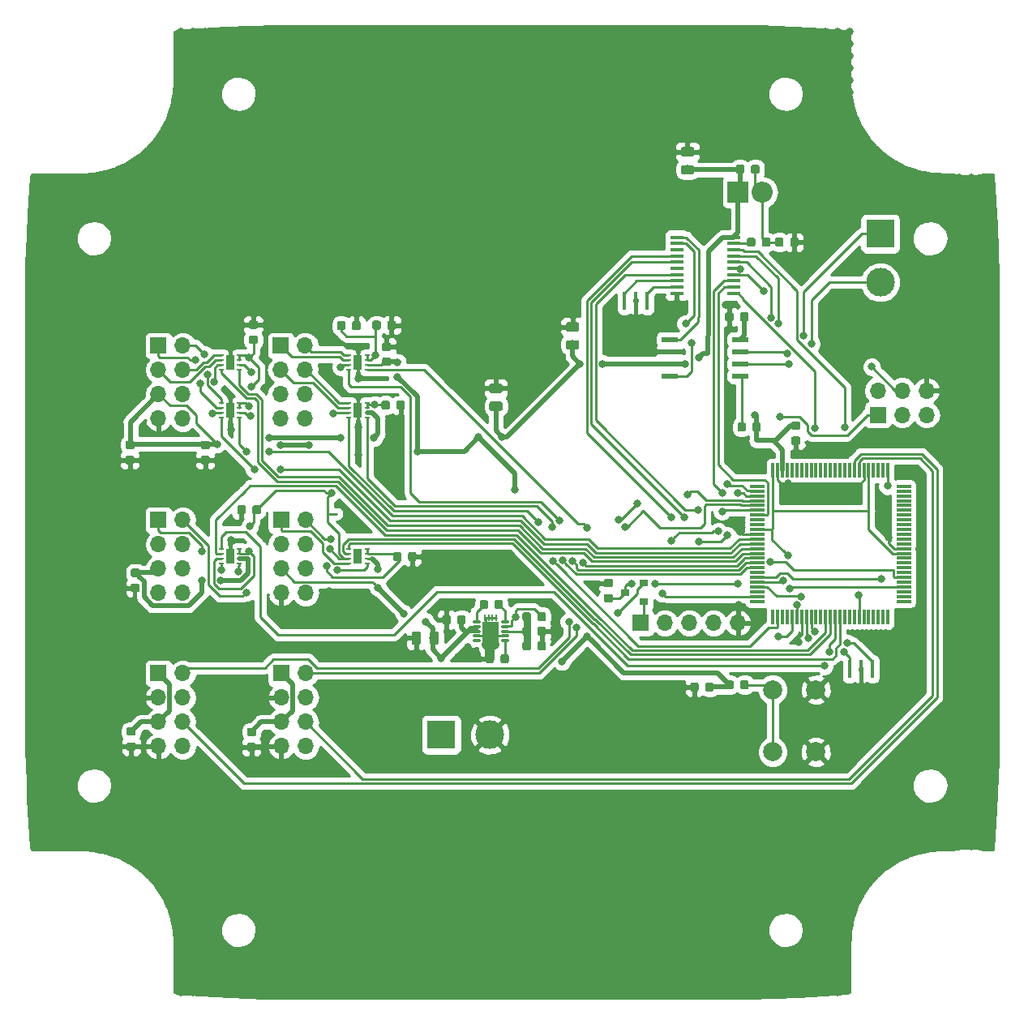
<source format=gbr>
G04 #@! TF.GenerationSoftware,KiCad,Pcbnew,(5.0.2)-1*
G04 #@! TF.CreationDate,2019-02-02T15:46:12-06:00*
G04 #@! TF.ProjectId,Motor test module,4d6f746f-7220-4746-9573-74206d6f6475,rev?*
G04 #@! TF.SameCoordinates,Original*
G04 #@! TF.FileFunction,Copper,L1,Top*
G04 #@! TF.FilePolarity,Positive*
%FSLAX46Y46*%
G04 Gerber Fmt 4.6, Leading zero omitted, Abs format (unit mm)*
G04 Created by KiCad (PCBNEW (5.0.2)-1) date 2/2/2019 3:46:12 PM*
%MOMM*%
%LPD*%
G01*
G04 APERTURE LIST*
G04 #@! TA.AperFunction,ComponentPad*
%ADD10R,1.700000X1.700000*%
G04 #@! TD*
G04 #@! TA.AperFunction,ComponentPad*
%ADD11O,1.700000X1.700000*%
G04 #@! TD*
G04 #@! TA.AperFunction,SMDPad,CuDef*
%ADD12R,1.500000X0.300000*%
G04 #@! TD*
G04 #@! TA.AperFunction,SMDPad,CuDef*
%ADD13R,0.300000X1.500000*%
G04 #@! TD*
G04 #@! TA.AperFunction,ComponentPad*
%ADD14R,3.000000X3.000000*%
G04 #@! TD*
G04 #@! TA.AperFunction,ComponentPad*
%ADD15C,3.000000*%
G04 #@! TD*
G04 #@! TA.AperFunction,SMDPad,CuDef*
%ADD16R,0.500000X0.250000*%
G04 #@! TD*
G04 #@! TA.AperFunction,SMDPad,CuDef*
%ADD17R,0.900000X1.600000*%
G04 #@! TD*
G04 #@! TA.AperFunction,Conductor*
%ADD18C,0.100000*%
G04 #@! TD*
G04 #@! TA.AperFunction,SMDPad,CuDef*
%ADD19C,0.875000*%
G04 #@! TD*
G04 #@! TA.AperFunction,ComponentPad*
%ADD20R,2.200000X2.200000*%
G04 #@! TD*
G04 #@! TA.AperFunction,ComponentPad*
%ADD21O,2.200000X2.200000*%
G04 #@! TD*
G04 #@! TA.AperFunction,SMDPad,CuDef*
%ADD22R,0.250000X0.700000*%
G04 #@! TD*
G04 #@! TA.AperFunction,SMDPad,CuDef*
%ADD23O,0.850000X0.280000*%
G04 #@! TD*
G04 #@! TA.AperFunction,SMDPad,CuDef*
%ADD24R,0.280000X0.280000*%
G04 #@! TD*
G04 #@! TA.AperFunction,ComponentPad*
%ADD25C,0.600000*%
G04 #@! TD*
G04 #@! TA.AperFunction,SMDPad,CuDef*
%ADD26R,1.700000X2.150000*%
G04 #@! TD*
G04 #@! TA.AperFunction,SMDPad,CuDef*
%ADD27R,0.650000X0.900000*%
G04 #@! TD*
G04 #@! TA.AperFunction,SMDPad,CuDef*
%ADD28R,0.230000X0.600000*%
G04 #@! TD*
G04 #@! TA.AperFunction,SMDPad,CuDef*
%ADD29R,1.450000X0.450000*%
G04 #@! TD*
G04 #@! TA.AperFunction,SMDPad,CuDef*
%ADD30R,1.750000X0.550000*%
G04 #@! TD*
G04 #@! TA.AperFunction,SMDPad,CuDef*
%ADD31R,0.400000X1.900000*%
G04 #@! TD*
G04 #@! TA.AperFunction,ComponentPad*
%ADD32C,2.000000*%
G04 #@! TD*
G04 #@! TA.AperFunction,SMDPad,CuDef*
%ADD33R,0.900000X0.800000*%
G04 #@! TD*
G04 #@! TA.AperFunction,SMDPad,CuDef*
%ADD34C,0.975000*%
G04 #@! TD*
G04 #@! TA.AperFunction,ViaPad*
%ADD35C,0.800000*%
G04 #@! TD*
G04 #@! TA.AperFunction,Conductor*
%ADD36C,0.500000*%
G04 #@! TD*
G04 #@! TA.AperFunction,Conductor*
%ADD37C,0.250000*%
G04 #@! TD*
G04 #@! TA.AperFunction,Conductor*
%ADD38C,1.000000*%
G04 #@! TD*
G04 #@! TA.AperFunction,Conductor*
%ADD39C,0.750000*%
G04 #@! TD*
G04 #@! TA.AperFunction,Conductor*
%ADD40C,0.254000*%
G04 #@! TD*
G04 APERTURE END LIST*
D10*
G04 #@! TO.P,J10,1*
G04 #@! TO.N,S0*
X172720000Y-92456000D03*
D11*
G04 #@! TO.P,J10,2*
G04 #@! TO.N,VPP*
X172720000Y-89916000D03*
G04 #@! TO.P,J10,3*
G04 #@! TO.N,SCK*
X175260000Y-92456000D03*
G04 #@! TO.P,J10,4*
G04 #@! TO.N,SI*
X175260000Y-89916000D03*
G04 #@! TO.P,J10,5*
G04 #@! TO.N,Rst*
X177800000Y-92456000D03*
G04 #@! TO.P,J10,6*
G04 #@! TO.N,GNDREF*
X177800000Y-89916000D03*
G04 #@! TD*
D12*
G04 #@! TO.P,U8,1*
G04 #@! TO.N,N/C*
X160117000Y-99918000D03*
G04 #@! TO.P,U8,2*
G04 #@! TO.N,Rx*
X160117000Y-100418000D03*
G04 #@! TO.P,U8,3*
G04 #@! TO.N,Tx*
X160117000Y-100918000D03*
G04 #@! TO.P,U8,4*
G04 #@! TO.N,Servo1*
X160117000Y-101418000D03*
G04 #@! TO.P,U8,5*
G04 #@! TO.N,Servo2*
X160117000Y-101918000D03*
G04 #@! TO.P,U8,6*
G04 #@! TO.N,INT*
X160117000Y-102418000D03*
G04 #@! TO.P,U8,7*
G04 #@! TO.N,RX0*
X160117000Y-102918000D03*
G04 #@! TO.P,U8,8*
G04 #@! TO.N,N/C*
X160117000Y-103418000D03*
G04 #@! TO.P,U8,9*
X160117000Y-103918000D03*
G04 #@! TO.P,U8,10*
G04 #@! TO.N,VCC*
X160117000Y-104418000D03*
G04 #@! TO.P,U8,11*
G04 #@! TO.N,GNDREF*
X160117000Y-104918000D03*
G04 #@! TO.P,U8,12*
G04 #@! TO.N,M1A+C*
X160117000Y-105418000D03*
G04 #@! TO.P,U8,13*
G04 #@! TO.N,M1A-C*
X160117000Y-105918000D03*
G04 #@! TO.P,U8,14*
G04 #@! TO.N,M1B+C*
X160117000Y-106418000D03*
G04 #@! TO.P,U8,15*
G04 #@! TO.N,M1B-C*
X160117000Y-106918000D03*
G04 #@! TO.P,U8,16*
G04 #@! TO.N,M2A+C*
X160117000Y-107418000D03*
G04 #@! TO.P,U8,17*
G04 #@! TO.N,M2A-C*
X160117000Y-107918000D03*
G04 #@! TO.P,U8,18*
G04 #@! TO.N,M2B+C*
X160117000Y-108418000D03*
G04 #@! TO.P,U8,19*
G04 #@! TO.N,N/C*
X160117000Y-108918000D03*
G04 #@! TO.P,U8,20*
G04 #@! TO.N,SCK*
X160117000Y-109418000D03*
G04 #@! TO.P,U8,21*
G04 #@! TO.N,SI*
X160117000Y-109918000D03*
G04 #@! TO.P,U8,22*
G04 #@! TO.N,S0*
X160117000Y-110418000D03*
G04 #@! TO.P,U8,23*
G04 #@! TO.N,N/C*
X160117000Y-110918000D03*
G04 #@! TO.P,U8,24*
G04 #@! TO.N,TX2*
X160117000Y-111418000D03*
G04 #@! TO.P,U8,25*
G04 #@! TO.N,N/C*
X160117000Y-111918000D03*
D13*
G04 #@! TO.P,U8,26*
X161767000Y-113568000D03*
G04 #@! TO.P,U8,27*
G04 #@! TO.N,M2B-C*
X162267000Y-113568000D03*
G04 #@! TO.P,U8,28*
G04 #@! TO.N,N/C*
X162767000Y-113568000D03*
G04 #@! TO.P,U8,29*
X163267000Y-113568000D03*
G04 #@! TO.P,U8,30*
G04 #@! TO.N,Rst*
X163767000Y-113568000D03*
G04 #@! TO.P,U8,31*
G04 #@! TO.N,VCC*
X164267000Y-113568000D03*
G04 #@! TO.P,U8,32*
G04 #@! TO.N,GNDREF*
X164767000Y-113568000D03*
G04 #@! TO.P,U8,33*
G04 #@! TO.N,Net-(U8-Pad33)*
X165267000Y-113568000D03*
G04 #@! TO.P,U8,34*
G04 #@! TO.N,Net-(U8-Pad34)*
X165767000Y-113568000D03*
G04 #@! TO.P,U8,35*
G04 #@! TO.N,N/C*
X166267000Y-113568000D03*
G04 #@! TO.P,U8,36*
X166767000Y-113568000D03*
G04 #@! TO.P,U8,37*
G04 #@! TO.N,M1+C*
X167267000Y-113568000D03*
G04 #@! TO.P,U8,38*
G04 #@! TO.N,M2+C*
X167767000Y-113568000D03*
G04 #@! TO.P,U8,39*
G04 #@! TO.N,M1-C*
X168267000Y-113568000D03*
G04 #@! TO.P,U8,40*
G04 #@! TO.N,M2-C*
X168767000Y-113568000D03*
G04 #@! TO.P,U8,41*
G04 #@! TO.N,N/C*
X169267000Y-113568000D03*
G04 #@! TO.P,U8,42*
X169767000Y-113568000D03*
G04 #@! TO.P,U8,43*
X170267000Y-113568000D03*
G04 #@! TO.P,U8,44*
G04 #@! TO.N,RX1*
X170767000Y-113568000D03*
G04 #@! TO.P,U8,45*
G04 #@! TO.N,N/C*
X171267000Y-113568000D03*
G04 #@! TO.P,U8,46*
X171767000Y-113568000D03*
G04 #@! TO.P,U8,47*
X172267000Y-113568000D03*
G04 #@! TO.P,U8,48*
X172767000Y-113568000D03*
G04 #@! TO.P,U8,49*
X173267000Y-113568000D03*
G04 #@! TO.P,U8,50*
X173767000Y-113568000D03*
D12*
G04 #@! TO.P,U8,51*
X175417000Y-111918000D03*
G04 #@! TO.P,U8,52*
X175417000Y-111418000D03*
G04 #@! TO.P,U8,53*
X175417000Y-110918000D03*
G04 #@! TO.P,U8,54*
G04 #@! TO.N,TX1*
X175417000Y-110418000D03*
G04 #@! TO.P,U8,55*
G04 #@! TO.N,N/C*
X175417000Y-109918000D03*
G04 #@! TO.P,U8,56*
G04 #@! TO.N,TX0*
X175417000Y-109418000D03*
G04 #@! TO.P,U8,57*
G04 #@! TO.N,N/C*
X175417000Y-108918000D03*
G04 #@! TO.P,U8,58*
X175417000Y-108418000D03*
G04 #@! TO.P,U8,59*
X175417000Y-107918000D03*
G04 #@! TO.P,U8,60*
X175417000Y-107418000D03*
G04 #@! TO.P,U8,61*
G04 #@! TO.N,VCC*
X175417000Y-106918000D03*
G04 #@! TO.P,U8,62*
G04 #@! TO.N,GNDREF*
X175417000Y-106418000D03*
G04 #@! TO.P,U8,63*
G04 #@! TO.N,N/C*
X175417000Y-105918000D03*
G04 #@! TO.P,U8,64*
X175417000Y-105418000D03*
G04 #@! TO.P,U8,65*
X175417000Y-104918000D03*
G04 #@! TO.P,U8,66*
X175417000Y-104418000D03*
G04 #@! TO.P,U8,67*
X175417000Y-103918000D03*
G04 #@! TO.P,U8,68*
X175417000Y-103418000D03*
G04 #@! TO.P,U8,69*
X175417000Y-102918000D03*
G04 #@! TO.P,U8,70*
X175417000Y-102418000D03*
G04 #@! TO.P,U8,71*
X175417000Y-101918000D03*
G04 #@! TO.P,U8,72*
X175417000Y-101418000D03*
G04 #@! TO.P,U8,73*
X175417000Y-100918000D03*
G04 #@! TO.P,U8,74*
X175417000Y-100418000D03*
G04 #@! TO.P,U8,75*
X175417000Y-99918000D03*
D13*
G04 #@! TO.P,U8,76*
G04 #@! TO.N,MCP_SS*
X173767000Y-98268000D03*
G04 #@! TO.P,U8,77*
G04 #@! TO.N,N/C*
X173267000Y-98268000D03*
G04 #@! TO.P,U8,78*
X172767000Y-98268000D03*
G04 #@! TO.P,U8,79*
X172267000Y-98268000D03*
G04 #@! TO.P,U8,80*
G04 #@! TO.N,VCC*
X171767000Y-98268000D03*
G04 #@! TO.P,U8,81*
G04 #@! TO.N,GNDREF*
X171267000Y-98268000D03*
G04 #@! TO.P,U8,82*
G04 #@! TO.N,E2*
X170767000Y-98268000D03*
G04 #@! TO.P,U8,83*
G04 #@! TO.N,E1*
X170267000Y-98268000D03*
G04 #@! TO.P,U8,84*
G04 #@! TO.N,N/C*
X169767000Y-98268000D03*
G04 #@! TO.P,U8,85*
X169267000Y-98268000D03*
G04 #@! TO.P,U8,86*
X168767000Y-98268000D03*
G04 #@! TO.P,U8,87*
X168267000Y-98268000D03*
G04 #@! TO.P,U8,88*
X167767000Y-98268000D03*
G04 #@! TO.P,U8,89*
X167267000Y-98268000D03*
G04 #@! TO.P,U8,90*
X166767000Y-98268000D03*
G04 #@! TO.P,U8,91*
X166267000Y-98268000D03*
G04 #@! TO.P,U8,92*
X165767000Y-98268000D03*
G04 #@! TO.P,U8,93*
X165267000Y-98268000D03*
G04 #@! TO.P,U8,94*
X164767000Y-98268000D03*
G04 #@! TO.P,U8,95*
X164267000Y-98268000D03*
G04 #@! TO.P,U8,96*
X163767000Y-98268000D03*
G04 #@! TO.P,U8,97*
X163267000Y-98268000D03*
G04 #@! TO.P,U8,98*
G04 #@! TO.N,+5V*
X162767000Y-98268000D03*
G04 #@! TO.P,U8,99*
G04 #@! TO.N,GNDREF*
X162267000Y-98268000D03*
G04 #@! TO.P,U8,100*
G04 #@! TO.N,VCC*
X161767000Y-98268000D03*
G04 #@! TD*
D14*
G04 #@! TO.P,J8,1*
G04 #@! TO.N,+12V*
X127127000Y-125857000D03*
D15*
G04 #@! TO.P,J8,2*
G04 #@! TO.N,GNDREF*
X132207000Y-125857000D03*
G04 #@! TD*
D16*
G04 #@! TO.P,U7,6*
G04 #@! TO.N,+5V*
X119377500Y-92198000D03*
G04 #@! TO.P,U7,5*
G04 #@! TO.N,M2B+C*
X119377500Y-92698000D03*
G04 #@! TO.P,U7,4*
G04 #@! TO.N,M2B-C*
X117477500Y-92698000D03*
G04 #@! TO.P,U7,2*
G04 #@! TO.N,M2B+*
X117477500Y-91698000D03*
G04 #@! TO.P,U7,1*
G04 #@! TO.N,M2B-*
X117477500Y-91198000D03*
D17*
G04 #@! TO.P,U7,9*
G04 #@! TO.N,GNDREF*
X118427500Y-91948000D03*
D16*
G04 #@! TO.P,U7,8*
G04 #@! TO.N,+3V3*
X119377500Y-91198000D03*
G04 #@! TO.P,U7,7*
X119377500Y-91698000D03*
G04 #@! TO.P,U7,3*
X117477500Y-92198000D03*
G04 #@! TD*
G04 #@! TO.P,U6,3*
G04 #@! TO.N,+3V3*
X117477500Y-87245000D03*
G04 #@! TO.P,U6,7*
X119377500Y-86745000D03*
G04 #@! TO.P,U6,8*
X119377500Y-86245000D03*
D17*
G04 #@! TO.P,U6,9*
G04 #@! TO.N,GNDREF*
X118427500Y-86995000D03*
D16*
G04 #@! TO.P,U6,1*
G04 #@! TO.N,M2A-*
X117477500Y-86245000D03*
G04 #@! TO.P,U6,2*
G04 #@! TO.N,M2A+*
X117477500Y-86745000D03*
G04 #@! TO.P,U6,4*
G04 #@! TO.N,M2A-C*
X117477500Y-87745000D03*
G04 #@! TO.P,U6,5*
G04 #@! TO.N,M2A+C*
X119377500Y-87745000D03*
G04 #@! TO.P,U6,6*
G04 #@! TO.N,+5V*
X119377500Y-87245000D03*
G04 #@! TD*
G04 #@! TO.P,U5,6*
G04 #@! TO.N,+12V*
X106042500Y-107438000D03*
G04 #@! TO.P,U5,5*
G04 #@! TO.N,M1-*
X106042500Y-107938000D03*
G04 #@! TO.P,U5,4*
G04 #@! TO.N,M1+*
X104142500Y-107938000D03*
G04 #@! TO.P,U5,2*
G04 #@! TO.N,M1+C*
X104142500Y-106938000D03*
G04 #@! TO.P,U5,1*
G04 #@! TO.N,M1-C*
X104142500Y-106438000D03*
D17*
G04 #@! TO.P,U5,9*
G04 #@! TO.N,GNDREF*
X105092500Y-107188000D03*
D16*
G04 #@! TO.P,U5,8*
G04 #@! TO.N,+3V3*
X106042500Y-106438000D03*
G04 #@! TO.P,U5,7*
X106042500Y-106938000D03*
G04 #@! TO.P,U5,3*
X104142500Y-107438000D03*
G04 #@! TD*
G04 #@! TO.P,U4,3*
G04 #@! TO.N,+3V3*
X117477500Y-107438000D03*
G04 #@! TO.P,U4,7*
X119377500Y-106938000D03*
G04 #@! TO.P,U4,8*
X119377500Y-106438000D03*
D17*
G04 #@! TO.P,U4,9*
G04 #@! TO.N,GNDREF*
X118427500Y-107188000D03*
D16*
G04 #@! TO.P,U4,1*
G04 #@! TO.N,M2-C*
X117477500Y-106438000D03*
G04 #@! TO.P,U4,2*
G04 #@! TO.N,M2+C*
X117477500Y-106938000D03*
G04 #@! TO.P,U4,4*
G04 #@! TO.N,M2+*
X117477500Y-107938000D03*
G04 #@! TO.P,U4,5*
G04 #@! TO.N,M2-*
X119377500Y-107938000D03*
G04 #@! TO.P,U4,6*
G04 #@! TO.N,+12V*
X119377500Y-107438000D03*
G04 #@! TD*
G04 #@! TO.P,U2,6*
G04 #@! TO.N,+5V*
X106042500Y-92198000D03*
G04 #@! TO.P,U2,5*
G04 #@! TO.N,M1A+C*
X106042500Y-92698000D03*
G04 #@! TO.P,U2,4*
G04 #@! TO.N,M1A-C*
X104142500Y-92698000D03*
G04 #@! TO.P,U2,2*
G04 #@! TO.N,M1A+*
X104142500Y-91698000D03*
G04 #@! TO.P,U2,1*
G04 #@! TO.N,M1A-*
X104142500Y-91198000D03*
D17*
G04 #@! TO.P,U2,9*
G04 #@! TO.N,GNDREF*
X105092500Y-91948000D03*
D16*
G04 #@! TO.P,U2,8*
G04 #@! TO.N,+3V3*
X106042500Y-91198000D03*
G04 #@! TO.P,U2,7*
X106042500Y-91698000D03*
G04 #@! TO.P,U2,3*
X104142500Y-92198000D03*
G04 #@! TD*
G04 #@! TO.P,U3,6*
G04 #@! TO.N,+5V*
X106042500Y-87226000D03*
G04 #@! TO.P,U3,5*
G04 #@! TO.N,M1B+C*
X106042500Y-87726000D03*
G04 #@! TO.P,U3,4*
G04 #@! TO.N,M1B-C*
X104142500Y-87726000D03*
G04 #@! TO.P,U3,2*
G04 #@! TO.N,M1B+*
X104142500Y-86726000D03*
G04 #@! TO.P,U3,1*
G04 #@! TO.N,M1B-*
X104142500Y-86226000D03*
D17*
G04 #@! TO.P,U3,9*
G04 #@! TO.N,GNDREF*
X105092500Y-86976000D03*
D16*
G04 #@! TO.P,U3,8*
G04 #@! TO.N,+3V3*
X106042500Y-86226000D03*
G04 #@! TO.P,U3,7*
X106042500Y-86726000D03*
G04 #@! TO.P,U3,3*
X104142500Y-87226000D03*
G04 #@! TD*
D18*
G04 #@! TO.N,GNDREF*
G04 #@! TO.C,C3*
G36*
X132421691Y-117445553D02*
X132442926Y-117448703D01*
X132463750Y-117453919D01*
X132483962Y-117461151D01*
X132503368Y-117470330D01*
X132521781Y-117481366D01*
X132539024Y-117494154D01*
X132554930Y-117508570D01*
X132569346Y-117524476D01*
X132582134Y-117541719D01*
X132593170Y-117560132D01*
X132602349Y-117579538D01*
X132609581Y-117599750D01*
X132614797Y-117620574D01*
X132617947Y-117641809D01*
X132619000Y-117663250D01*
X132619000Y-118175750D01*
X132617947Y-118197191D01*
X132614797Y-118218426D01*
X132609581Y-118239250D01*
X132602349Y-118259462D01*
X132593170Y-118278868D01*
X132582134Y-118297281D01*
X132569346Y-118314524D01*
X132554930Y-118330430D01*
X132539024Y-118344846D01*
X132521781Y-118357634D01*
X132503368Y-118368670D01*
X132483962Y-118377849D01*
X132463750Y-118385081D01*
X132442926Y-118390297D01*
X132421691Y-118393447D01*
X132400250Y-118394500D01*
X131962750Y-118394500D01*
X131941309Y-118393447D01*
X131920074Y-118390297D01*
X131899250Y-118385081D01*
X131879038Y-118377849D01*
X131859632Y-118368670D01*
X131841219Y-118357634D01*
X131823976Y-118344846D01*
X131808070Y-118330430D01*
X131793654Y-118314524D01*
X131780866Y-118297281D01*
X131769830Y-118278868D01*
X131760651Y-118259462D01*
X131753419Y-118239250D01*
X131748203Y-118218426D01*
X131745053Y-118197191D01*
X131744000Y-118175750D01*
X131744000Y-117663250D01*
X131745053Y-117641809D01*
X131748203Y-117620574D01*
X131753419Y-117599750D01*
X131760651Y-117579538D01*
X131769830Y-117560132D01*
X131780866Y-117541719D01*
X131793654Y-117524476D01*
X131808070Y-117508570D01*
X131823976Y-117494154D01*
X131841219Y-117481366D01*
X131859632Y-117470330D01*
X131879038Y-117461151D01*
X131899250Y-117453919D01*
X131920074Y-117448703D01*
X131941309Y-117445553D01*
X131962750Y-117444500D01*
X132400250Y-117444500D01*
X132421691Y-117445553D01*
X132421691Y-117445553D01*
G37*
D19*
G04 #@! TD*
G04 #@! TO.P,C3,1*
G04 #@! TO.N,GNDREF*
X132181500Y-117919500D03*
D18*
G04 #@! TO.N,Net-(C3-Pad2)*
G04 #@! TO.C,C3*
G36*
X133996691Y-117445553D02*
X134017926Y-117448703D01*
X134038750Y-117453919D01*
X134058962Y-117461151D01*
X134078368Y-117470330D01*
X134096781Y-117481366D01*
X134114024Y-117494154D01*
X134129930Y-117508570D01*
X134144346Y-117524476D01*
X134157134Y-117541719D01*
X134168170Y-117560132D01*
X134177349Y-117579538D01*
X134184581Y-117599750D01*
X134189797Y-117620574D01*
X134192947Y-117641809D01*
X134194000Y-117663250D01*
X134194000Y-118175750D01*
X134192947Y-118197191D01*
X134189797Y-118218426D01*
X134184581Y-118239250D01*
X134177349Y-118259462D01*
X134168170Y-118278868D01*
X134157134Y-118297281D01*
X134144346Y-118314524D01*
X134129930Y-118330430D01*
X134114024Y-118344846D01*
X134096781Y-118357634D01*
X134078368Y-118368670D01*
X134058962Y-118377849D01*
X134038750Y-118385081D01*
X134017926Y-118390297D01*
X133996691Y-118393447D01*
X133975250Y-118394500D01*
X133537750Y-118394500D01*
X133516309Y-118393447D01*
X133495074Y-118390297D01*
X133474250Y-118385081D01*
X133454038Y-118377849D01*
X133434632Y-118368670D01*
X133416219Y-118357634D01*
X133398976Y-118344846D01*
X133383070Y-118330430D01*
X133368654Y-118314524D01*
X133355866Y-118297281D01*
X133344830Y-118278868D01*
X133335651Y-118259462D01*
X133328419Y-118239250D01*
X133323203Y-118218426D01*
X133320053Y-118197191D01*
X133319000Y-118175750D01*
X133319000Y-117663250D01*
X133320053Y-117641809D01*
X133323203Y-117620574D01*
X133328419Y-117599750D01*
X133335651Y-117579538D01*
X133344830Y-117560132D01*
X133355866Y-117541719D01*
X133368654Y-117524476D01*
X133383070Y-117508570D01*
X133398976Y-117494154D01*
X133416219Y-117481366D01*
X133434632Y-117470330D01*
X133454038Y-117461151D01*
X133474250Y-117453919D01*
X133495074Y-117448703D01*
X133516309Y-117445553D01*
X133537750Y-117444500D01*
X133975250Y-117444500D01*
X133996691Y-117445553D01*
X133996691Y-117445553D01*
G37*
D19*
G04 #@! TD*
G04 #@! TO.P,C3,2*
G04 #@! TO.N,Net-(C3-Pad2)*
X133756500Y-117919500D03*
D18*
G04 #@! TO.N,Net-(C4-Pad2)*
G04 #@! TO.C,C4*
G36*
X136295191Y-116112053D02*
X136316426Y-116115203D01*
X136337250Y-116120419D01*
X136357462Y-116127651D01*
X136376868Y-116136830D01*
X136395281Y-116147866D01*
X136412524Y-116160654D01*
X136428430Y-116175070D01*
X136442846Y-116190976D01*
X136455634Y-116208219D01*
X136466670Y-116226632D01*
X136475849Y-116246038D01*
X136483081Y-116266250D01*
X136488297Y-116287074D01*
X136491447Y-116308309D01*
X136492500Y-116329750D01*
X136492500Y-116842250D01*
X136491447Y-116863691D01*
X136488297Y-116884926D01*
X136483081Y-116905750D01*
X136475849Y-116925962D01*
X136466670Y-116945368D01*
X136455634Y-116963781D01*
X136442846Y-116981024D01*
X136428430Y-116996930D01*
X136412524Y-117011346D01*
X136395281Y-117024134D01*
X136376868Y-117035170D01*
X136357462Y-117044349D01*
X136337250Y-117051581D01*
X136316426Y-117056797D01*
X136295191Y-117059947D01*
X136273750Y-117061000D01*
X135836250Y-117061000D01*
X135814809Y-117059947D01*
X135793574Y-117056797D01*
X135772750Y-117051581D01*
X135752538Y-117044349D01*
X135733132Y-117035170D01*
X135714719Y-117024134D01*
X135697476Y-117011346D01*
X135681570Y-116996930D01*
X135667154Y-116981024D01*
X135654366Y-116963781D01*
X135643330Y-116945368D01*
X135634151Y-116925962D01*
X135626919Y-116905750D01*
X135621703Y-116884926D01*
X135618553Y-116863691D01*
X135617500Y-116842250D01*
X135617500Y-116329750D01*
X135618553Y-116308309D01*
X135621703Y-116287074D01*
X135626919Y-116266250D01*
X135634151Y-116246038D01*
X135643330Y-116226632D01*
X135654366Y-116208219D01*
X135667154Y-116190976D01*
X135681570Y-116175070D01*
X135697476Y-116160654D01*
X135714719Y-116147866D01*
X135733132Y-116136830D01*
X135752538Y-116127651D01*
X135772750Y-116120419D01*
X135793574Y-116115203D01*
X135814809Y-116112053D01*
X135836250Y-116111000D01*
X136273750Y-116111000D01*
X136295191Y-116112053D01*
X136295191Y-116112053D01*
G37*
D19*
G04 #@! TD*
G04 #@! TO.P,C4,2*
G04 #@! TO.N,Net-(C4-Pad2)*
X136055000Y-116586000D03*
D18*
G04 #@! TO.N,GNDREF*
G04 #@! TO.C,C4*
G36*
X137870191Y-116112053D02*
X137891426Y-116115203D01*
X137912250Y-116120419D01*
X137932462Y-116127651D01*
X137951868Y-116136830D01*
X137970281Y-116147866D01*
X137987524Y-116160654D01*
X138003430Y-116175070D01*
X138017846Y-116190976D01*
X138030634Y-116208219D01*
X138041670Y-116226632D01*
X138050849Y-116246038D01*
X138058081Y-116266250D01*
X138063297Y-116287074D01*
X138066447Y-116308309D01*
X138067500Y-116329750D01*
X138067500Y-116842250D01*
X138066447Y-116863691D01*
X138063297Y-116884926D01*
X138058081Y-116905750D01*
X138050849Y-116925962D01*
X138041670Y-116945368D01*
X138030634Y-116963781D01*
X138017846Y-116981024D01*
X138003430Y-116996930D01*
X137987524Y-117011346D01*
X137970281Y-117024134D01*
X137951868Y-117035170D01*
X137932462Y-117044349D01*
X137912250Y-117051581D01*
X137891426Y-117056797D01*
X137870191Y-117059947D01*
X137848750Y-117061000D01*
X137411250Y-117061000D01*
X137389809Y-117059947D01*
X137368574Y-117056797D01*
X137347750Y-117051581D01*
X137327538Y-117044349D01*
X137308132Y-117035170D01*
X137289719Y-117024134D01*
X137272476Y-117011346D01*
X137256570Y-116996930D01*
X137242154Y-116981024D01*
X137229366Y-116963781D01*
X137218330Y-116945368D01*
X137209151Y-116925962D01*
X137201919Y-116905750D01*
X137196703Y-116884926D01*
X137193553Y-116863691D01*
X137192500Y-116842250D01*
X137192500Y-116329750D01*
X137193553Y-116308309D01*
X137196703Y-116287074D01*
X137201919Y-116266250D01*
X137209151Y-116246038D01*
X137218330Y-116226632D01*
X137229366Y-116208219D01*
X137242154Y-116190976D01*
X137256570Y-116175070D01*
X137272476Y-116160654D01*
X137289719Y-116147866D01*
X137308132Y-116136830D01*
X137327538Y-116127651D01*
X137347750Y-116120419D01*
X137368574Y-116115203D01*
X137389809Y-116112053D01*
X137411250Y-116111000D01*
X137848750Y-116111000D01*
X137870191Y-116112053D01*
X137870191Y-116112053D01*
G37*
D19*
G04 #@! TD*
G04 #@! TO.P,C4,1*
G04 #@! TO.N,GNDREF*
X137630000Y-116586000D03*
D18*
G04 #@! TO.N,Net-(C14-Pad1)*
G04 #@! TO.C,C14*
G36*
X162673191Y-73948053D02*
X162694426Y-73951203D01*
X162715250Y-73956419D01*
X162735462Y-73963651D01*
X162754868Y-73972830D01*
X162773281Y-73983866D01*
X162790524Y-73996654D01*
X162806430Y-74011070D01*
X162820846Y-74026976D01*
X162833634Y-74044219D01*
X162844670Y-74062632D01*
X162853849Y-74082038D01*
X162861081Y-74102250D01*
X162866297Y-74123074D01*
X162869447Y-74144309D01*
X162870500Y-74165750D01*
X162870500Y-74678250D01*
X162869447Y-74699691D01*
X162866297Y-74720926D01*
X162861081Y-74741750D01*
X162853849Y-74761962D01*
X162844670Y-74781368D01*
X162833634Y-74799781D01*
X162820846Y-74817024D01*
X162806430Y-74832930D01*
X162790524Y-74847346D01*
X162773281Y-74860134D01*
X162754868Y-74871170D01*
X162735462Y-74880349D01*
X162715250Y-74887581D01*
X162694426Y-74892797D01*
X162673191Y-74895947D01*
X162651750Y-74897000D01*
X162214250Y-74897000D01*
X162192809Y-74895947D01*
X162171574Y-74892797D01*
X162150750Y-74887581D01*
X162130538Y-74880349D01*
X162111132Y-74871170D01*
X162092719Y-74860134D01*
X162075476Y-74847346D01*
X162059570Y-74832930D01*
X162045154Y-74817024D01*
X162032366Y-74799781D01*
X162021330Y-74781368D01*
X162012151Y-74761962D01*
X162004919Y-74741750D01*
X161999703Y-74720926D01*
X161996553Y-74699691D01*
X161995500Y-74678250D01*
X161995500Y-74165750D01*
X161996553Y-74144309D01*
X161999703Y-74123074D01*
X162004919Y-74102250D01*
X162012151Y-74082038D01*
X162021330Y-74062632D01*
X162032366Y-74044219D01*
X162045154Y-74026976D01*
X162059570Y-74011070D01*
X162075476Y-73996654D01*
X162092719Y-73983866D01*
X162111132Y-73972830D01*
X162130538Y-73963651D01*
X162150750Y-73956419D01*
X162171574Y-73951203D01*
X162192809Y-73948053D01*
X162214250Y-73947000D01*
X162651750Y-73947000D01*
X162673191Y-73948053D01*
X162673191Y-73948053D01*
G37*
D19*
G04 #@! TD*
G04 #@! TO.P,C14,1*
G04 #@! TO.N,Net-(C14-Pad1)*
X162433000Y-74422000D03*
D18*
G04 #@! TO.N,GNDREF*
G04 #@! TO.C,C14*
G36*
X164248191Y-73948053D02*
X164269426Y-73951203D01*
X164290250Y-73956419D01*
X164310462Y-73963651D01*
X164329868Y-73972830D01*
X164348281Y-73983866D01*
X164365524Y-73996654D01*
X164381430Y-74011070D01*
X164395846Y-74026976D01*
X164408634Y-74044219D01*
X164419670Y-74062632D01*
X164428849Y-74082038D01*
X164436081Y-74102250D01*
X164441297Y-74123074D01*
X164444447Y-74144309D01*
X164445500Y-74165750D01*
X164445500Y-74678250D01*
X164444447Y-74699691D01*
X164441297Y-74720926D01*
X164436081Y-74741750D01*
X164428849Y-74761962D01*
X164419670Y-74781368D01*
X164408634Y-74799781D01*
X164395846Y-74817024D01*
X164381430Y-74832930D01*
X164365524Y-74847346D01*
X164348281Y-74860134D01*
X164329868Y-74871170D01*
X164310462Y-74880349D01*
X164290250Y-74887581D01*
X164269426Y-74892797D01*
X164248191Y-74895947D01*
X164226750Y-74897000D01*
X163789250Y-74897000D01*
X163767809Y-74895947D01*
X163746574Y-74892797D01*
X163725750Y-74887581D01*
X163705538Y-74880349D01*
X163686132Y-74871170D01*
X163667719Y-74860134D01*
X163650476Y-74847346D01*
X163634570Y-74832930D01*
X163620154Y-74817024D01*
X163607366Y-74799781D01*
X163596330Y-74781368D01*
X163587151Y-74761962D01*
X163579919Y-74741750D01*
X163574703Y-74720926D01*
X163571553Y-74699691D01*
X163570500Y-74678250D01*
X163570500Y-74165750D01*
X163571553Y-74144309D01*
X163574703Y-74123074D01*
X163579919Y-74102250D01*
X163587151Y-74082038D01*
X163596330Y-74062632D01*
X163607366Y-74044219D01*
X163620154Y-74026976D01*
X163634570Y-74011070D01*
X163650476Y-73996654D01*
X163667719Y-73983866D01*
X163686132Y-73972830D01*
X163705538Y-73963651D01*
X163725750Y-73956419D01*
X163746574Y-73951203D01*
X163767809Y-73948053D01*
X163789250Y-73947000D01*
X164226750Y-73947000D01*
X164248191Y-73948053D01*
X164248191Y-73948053D01*
G37*
D19*
G04 #@! TD*
G04 #@! TO.P,C14,2*
G04 #@! TO.N,GNDREF*
X164008000Y-74422000D03*
D20*
G04 #@! TO.P,D1,1*
G04 #@! TO.N,+5V*
X158115000Y-69215000D03*
D21*
G04 #@! TO.P,D1,2*
G04 #@! TO.N,Net-(C14-Pad1)*
X160655000Y-69215000D03*
G04 #@! TD*
D22*
G04 #@! TO.P,U1,11*
G04 #@! TO.N,GNDREF*
X131685000Y-116471000D03*
X132885000Y-116471000D03*
X131685000Y-113621000D03*
X132885000Y-113621000D03*
D23*
G04 #@! TO.P,U1,1*
G04 #@! TO.N,Net-(L1-Pad1)*
X130810000Y-114046000D03*
G04 #@! TO.P,U1,2*
G04 #@! TO.N,+12V*
X130810000Y-114546000D03*
D24*
G04 #@! TO.P,U1,3*
X130525000Y-115046000D03*
D23*
G04 #@! TO.P,U1,4*
G04 #@! TO.N,GNDREF*
X130810000Y-115546000D03*
D24*
G04 #@! TO.P,U1,5*
G04 #@! TO.N,Net-(U1-Pad5)*
X130525000Y-116046000D03*
D23*
G04 #@! TO.P,U1,6*
G04 #@! TO.N,Net-(C3-Pad2)*
X133760000Y-116046000D03*
G04 #@! TO.P,U1,7*
G04 #@! TO.N,GNDREF*
X133760000Y-115546000D03*
D24*
G04 #@! TO.P,U1,8*
G04 #@! TO.N,Net-(C4-Pad2)*
X134045000Y-115046000D03*
G04 #@! TO.P,U1,9*
G04 #@! TO.N,+5V*
X134045000Y-114546000D03*
G04 #@! TO.P,U1,10*
G04 #@! TO.N,Net-(L1-Pad2)*
X134045000Y-114046000D03*
D25*
G04 #@! TO.P,U1,11*
G04 #@! TO.N,GNDREF*
X132285000Y-115046000D03*
X131785000Y-114546000D03*
X132785000Y-114546000D03*
X131785000Y-115546000D03*
X132785000Y-115546000D03*
D22*
X132085000Y-113621000D03*
X132485000Y-113621000D03*
X132085000Y-116471000D03*
X132485000Y-116471000D03*
D26*
X132285000Y-115046000D03*
D24*
G04 #@! TO.P,U1,1*
G04 #@! TO.N,Net-(L1-Pad1)*
X130525000Y-114046000D03*
G04 #@! TO.P,U1,2*
G04 #@! TO.N,+12V*
X130525000Y-114546000D03*
D23*
G04 #@! TO.P,U1,3*
X130810000Y-115046000D03*
D24*
G04 #@! TO.P,U1,4*
G04 #@! TO.N,GNDREF*
X130525000Y-115546000D03*
D23*
G04 #@! TO.P,U1,5*
G04 #@! TO.N,Net-(U1-Pad5)*
X130810000Y-116046000D03*
D24*
G04 #@! TO.P,U1,6*
G04 #@! TO.N,Net-(C3-Pad2)*
X134045000Y-116046000D03*
G04 #@! TO.P,U1,7*
G04 #@! TO.N,GNDREF*
X134045000Y-115546000D03*
D23*
G04 #@! TO.P,U1,8*
G04 #@! TO.N,Net-(C4-Pad2)*
X133760000Y-115046000D03*
G04 #@! TO.P,U1,9*
G04 #@! TO.N,+5V*
X133760000Y-114546000D03*
G04 #@! TO.P,U1,10*
G04 #@! TO.N,Net-(L1-Pad2)*
X133760000Y-114046000D03*
D27*
G04 #@! TO.P,U1,11*
G04 #@! TO.N,GNDREF*
X131850000Y-114486000D03*
X132720000Y-115606000D03*
X131850000Y-115606000D03*
X132720000Y-114486000D03*
D28*
X131685000Y-113621000D03*
X132085000Y-113621000D03*
X132485000Y-113621000D03*
X132885000Y-113621000D03*
X131685000Y-116471000D03*
X132085000Y-116471000D03*
X132485000Y-116471000D03*
X132885000Y-116471000D03*
G04 #@! TD*
D29*
G04 #@! TO.P,U9,1*
G04 #@! TO.N,Net-(U10-Pad1)*
X151736000Y-73910000D03*
G04 #@! TO.P,U9,2*
G04 #@! TO.N,Net-(U10-Pad4)*
X151736000Y-74560000D03*
G04 #@! TO.P,U9,3*
G04 #@! TO.N,N/C*
X151736000Y-75210000D03*
G04 #@! TO.P,U9,4*
G04 #@! TO.N,TX0*
X151736000Y-75860000D03*
G04 #@! TO.P,U9,5*
G04 #@! TO.N,TX1*
X151736000Y-76510000D03*
G04 #@! TO.P,U9,6*
G04 #@! TO.N,N/C*
X151736000Y-77160000D03*
G04 #@! TO.P,U9,7*
G04 #@! TO.N,TX2*
X151736000Y-77810000D03*
G04 #@! TO.P,U9,8*
G04 #@! TO.N,Net-(U9-Pad8)*
X151736000Y-78460000D03*
G04 #@! TO.P,U9,9*
G04 #@! TO.N,Net-(U9-Pad9)*
X151736000Y-79110000D03*
G04 #@! TO.P,U9,10*
G04 #@! TO.N,GNDREF*
X151736000Y-79760000D03*
G04 #@! TO.P,U9,11*
G04 #@! TO.N,RX1*
X157636000Y-79760000D03*
G04 #@! TO.P,U9,12*
G04 #@! TO.N,RX0*
X157636000Y-79110000D03*
G04 #@! TO.P,U9,13*
G04 #@! TO.N,INT*
X157636000Y-78460000D03*
G04 #@! TO.P,U9,14*
G04 #@! TO.N,SCK*
X157636000Y-77810000D03*
G04 #@! TO.P,U9,15*
G04 #@! TO.N,N/C*
X157636000Y-77160000D03*
G04 #@! TO.P,U9,16*
G04 #@! TO.N,SI*
X157636000Y-76510000D03*
G04 #@! TO.P,U9,17*
G04 #@! TO.N,S0*
X157636000Y-75860000D03*
G04 #@! TO.P,U9,18*
G04 #@! TO.N,MCP_SS*
X157636000Y-75210000D03*
G04 #@! TO.P,U9,19*
G04 #@! TO.N,Reset*
X157636000Y-74560000D03*
G04 #@! TO.P,U9,20*
G04 #@! TO.N,+5V*
X157636000Y-73910000D03*
G04 #@! TD*
D18*
G04 #@! TO.N,GNDREF*
G04 #@! TO.C,C16*
G36*
X118502591Y-82660253D02*
X118523826Y-82663403D01*
X118544650Y-82668619D01*
X118564862Y-82675851D01*
X118584268Y-82685030D01*
X118602681Y-82696066D01*
X118619924Y-82708854D01*
X118635830Y-82723270D01*
X118650246Y-82739176D01*
X118663034Y-82756419D01*
X118674070Y-82774832D01*
X118683249Y-82794238D01*
X118690481Y-82814450D01*
X118695697Y-82835274D01*
X118698847Y-82856509D01*
X118699900Y-82877950D01*
X118699900Y-83390450D01*
X118698847Y-83411891D01*
X118695697Y-83433126D01*
X118690481Y-83453950D01*
X118683249Y-83474162D01*
X118674070Y-83493568D01*
X118663034Y-83511981D01*
X118650246Y-83529224D01*
X118635830Y-83545130D01*
X118619924Y-83559546D01*
X118602681Y-83572334D01*
X118584268Y-83583370D01*
X118564862Y-83592549D01*
X118544650Y-83599781D01*
X118523826Y-83604997D01*
X118502591Y-83608147D01*
X118481150Y-83609200D01*
X118043650Y-83609200D01*
X118022209Y-83608147D01*
X118000974Y-83604997D01*
X117980150Y-83599781D01*
X117959938Y-83592549D01*
X117940532Y-83583370D01*
X117922119Y-83572334D01*
X117904876Y-83559546D01*
X117888970Y-83545130D01*
X117874554Y-83529224D01*
X117861766Y-83511981D01*
X117850730Y-83493568D01*
X117841551Y-83474162D01*
X117834319Y-83453950D01*
X117829103Y-83433126D01*
X117825953Y-83411891D01*
X117824900Y-83390450D01*
X117824900Y-82877950D01*
X117825953Y-82856509D01*
X117829103Y-82835274D01*
X117834319Y-82814450D01*
X117841551Y-82794238D01*
X117850730Y-82774832D01*
X117861766Y-82756419D01*
X117874554Y-82739176D01*
X117888970Y-82723270D01*
X117904876Y-82708854D01*
X117922119Y-82696066D01*
X117940532Y-82685030D01*
X117959938Y-82675851D01*
X117980150Y-82668619D01*
X118000974Y-82663403D01*
X118022209Y-82660253D01*
X118043650Y-82659200D01*
X118481150Y-82659200D01*
X118502591Y-82660253D01*
X118502591Y-82660253D01*
G37*
D19*
G04 #@! TD*
G04 #@! TO.P,C16,2*
G04 #@! TO.N,GNDREF*
X118262400Y-83134200D03*
D18*
G04 #@! TO.N,+3V3*
G04 #@! TO.C,C16*
G36*
X116927591Y-82660253D02*
X116948826Y-82663403D01*
X116969650Y-82668619D01*
X116989862Y-82675851D01*
X117009268Y-82685030D01*
X117027681Y-82696066D01*
X117044924Y-82708854D01*
X117060830Y-82723270D01*
X117075246Y-82739176D01*
X117088034Y-82756419D01*
X117099070Y-82774832D01*
X117108249Y-82794238D01*
X117115481Y-82814450D01*
X117120697Y-82835274D01*
X117123847Y-82856509D01*
X117124900Y-82877950D01*
X117124900Y-83390450D01*
X117123847Y-83411891D01*
X117120697Y-83433126D01*
X117115481Y-83453950D01*
X117108249Y-83474162D01*
X117099070Y-83493568D01*
X117088034Y-83511981D01*
X117075246Y-83529224D01*
X117060830Y-83545130D01*
X117044924Y-83559546D01*
X117027681Y-83572334D01*
X117009268Y-83583370D01*
X116989862Y-83592549D01*
X116969650Y-83599781D01*
X116948826Y-83604997D01*
X116927591Y-83608147D01*
X116906150Y-83609200D01*
X116468650Y-83609200D01*
X116447209Y-83608147D01*
X116425974Y-83604997D01*
X116405150Y-83599781D01*
X116384938Y-83592549D01*
X116365532Y-83583370D01*
X116347119Y-83572334D01*
X116329876Y-83559546D01*
X116313970Y-83545130D01*
X116299554Y-83529224D01*
X116286766Y-83511981D01*
X116275730Y-83493568D01*
X116266551Y-83474162D01*
X116259319Y-83453950D01*
X116254103Y-83433126D01*
X116250953Y-83411891D01*
X116249900Y-83390450D01*
X116249900Y-82877950D01*
X116250953Y-82856509D01*
X116254103Y-82835274D01*
X116259319Y-82814450D01*
X116266551Y-82794238D01*
X116275730Y-82774832D01*
X116286766Y-82756419D01*
X116299554Y-82739176D01*
X116313970Y-82723270D01*
X116329876Y-82708854D01*
X116347119Y-82696066D01*
X116365532Y-82685030D01*
X116384938Y-82675851D01*
X116405150Y-82668619D01*
X116425974Y-82663403D01*
X116447209Y-82660253D01*
X116468650Y-82659200D01*
X116906150Y-82659200D01*
X116927591Y-82660253D01*
X116927591Y-82660253D01*
G37*
D19*
G04 #@! TD*
G04 #@! TO.P,C16,1*
G04 #@! TO.N,+3V3*
X116687400Y-83134200D03*
D18*
G04 #@! TO.N,+3V3*
G04 #@! TO.C,C17*
G36*
X120610691Y-82609453D02*
X120631926Y-82612603D01*
X120652750Y-82617819D01*
X120672962Y-82625051D01*
X120692368Y-82634230D01*
X120710781Y-82645266D01*
X120728024Y-82658054D01*
X120743930Y-82672470D01*
X120758346Y-82688376D01*
X120771134Y-82705619D01*
X120782170Y-82724032D01*
X120791349Y-82743438D01*
X120798581Y-82763650D01*
X120803797Y-82784474D01*
X120806947Y-82805709D01*
X120808000Y-82827150D01*
X120808000Y-83339650D01*
X120806947Y-83361091D01*
X120803797Y-83382326D01*
X120798581Y-83403150D01*
X120791349Y-83423362D01*
X120782170Y-83442768D01*
X120771134Y-83461181D01*
X120758346Y-83478424D01*
X120743930Y-83494330D01*
X120728024Y-83508746D01*
X120710781Y-83521534D01*
X120692368Y-83532570D01*
X120672962Y-83541749D01*
X120652750Y-83548981D01*
X120631926Y-83554197D01*
X120610691Y-83557347D01*
X120589250Y-83558400D01*
X120151750Y-83558400D01*
X120130309Y-83557347D01*
X120109074Y-83554197D01*
X120088250Y-83548981D01*
X120068038Y-83541749D01*
X120048632Y-83532570D01*
X120030219Y-83521534D01*
X120012976Y-83508746D01*
X119997070Y-83494330D01*
X119982654Y-83478424D01*
X119969866Y-83461181D01*
X119958830Y-83442768D01*
X119949651Y-83423362D01*
X119942419Y-83403150D01*
X119937203Y-83382326D01*
X119934053Y-83361091D01*
X119933000Y-83339650D01*
X119933000Y-82827150D01*
X119934053Y-82805709D01*
X119937203Y-82784474D01*
X119942419Y-82763650D01*
X119949651Y-82743438D01*
X119958830Y-82724032D01*
X119969866Y-82705619D01*
X119982654Y-82688376D01*
X119997070Y-82672470D01*
X120012976Y-82658054D01*
X120030219Y-82645266D01*
X120048632Y-82634230D01*
X120068038Y-82625051D01*
X120088250Y-82617819D01*
X120109074Y-82612603D01*
X120130309Y-82609453D01*
X120151750Y-82608400D01*
X120589250Y-82608400D01*
X120610691Y-82609453D01*
X120610691Y-82609453D01*
G37*
D19*
G04 #@! TD*
G04 #@! TO.P,C17,1*
G04 #@! TO.N,+3V3*
X120370500Y-83083400D03*
D18*
G04 #@! TO.N,GNDREF*
G04 #@! TO.C,C17*
G36*
X122185691Y-82609453D02*
X122206926Y-82612603D01*
X122227750Y-82617819D01*
X122247962Y-82625051D01*
X122267368Y-82634230D01*
X122285781Y-82645266D01*
X122303024Y-82658054D01*
X122318930Y-82672470D01*
X122333346Y-82688376D01*
X122346134Y-82705619D01*
X122357170Y-82724032D01*
X122366349Y-82743438D01*
X122373581Y-82763650D01*
X122378797Y-82784474D01*
X122381947Y-82805709D01*
X122383000Y-82827150D01*
X122383000Y-83339650D01*
X122381947Y-83361091D01*
X122378797Y-83382326D01*
X122373581Y-83403150D01*
X122366349Y-83423362D01*
X122357170Y-83442768D01*
X122346134Y-83461181D01*
X122333346Y-83478424D01*
X122318930Y-83494330D01*
X122303024Y-83508746D01*
X122285781Y-83521534D01*
X122267368Y-83532570D01*
X122247962Y-83541749D01*
X122227750Y-83548981D01*
X122206926Y-83554197D01*
X122185691Y-83557347D01*
X122164250Y-83558400D01*
X121726750Y-83558400D01*
X121705309Y-83557347D01*
X121684074Y-83554197D01*
X121663250Y-83548981D01*
X121643038Y-83541749D01*
X121623632Y-83532570D01*
X121605219Y-83521534D01*
X121587976Y-83508746D01*
X121572070Y-83494330D01*
X121557654Y-83478424D01*
X121544866Y-83461181D01*
X121533830Y-83442768D01*
X121524651Y-83423362D01*
X121517419Y-83403150D01*
X121512203Y-83382326D01*
X121509053Y-83361091D01*
X121508000Y-83339650D01*
X121508000Y-82827150D01*
X121509053Y-82805709D01*
X121512203Y-82784474D01*
X121517419Y-82763650D01*
X121524651Y-82743438D01*
X121533830Y-82724032D01*
X121544866Y-82705619D01*
X121557654Y-82688376D01*
X121572070Y-82672470D01*
X121587976Y-82658054D01*
X121605219Y-82645266D01*
X121623632Y-82634230D01*
X121643038Y-82625051D01*
X121663250Y-82617819D01*
X121684074Y-82612603D01*
X121705309Y-82609453D01*
X121726750Y-82608400D01*
X122164250Y-82608400D01*
X122185691Y-82609453D01*
X122185691Y-82609453D01*
G37*
D19*
G04 #@! TD*
G04 #@! TO.P,C17,2*
G04 #@! TO.N,GNDREF*
X121945500Y-83083400D03*
D18*
G04 #@! TO.N,+3V3*
G04 #@! TO.C,C18*
G36*
X107783191Y-84171053D02*
X107804426Y-84174203D01*
X107825250Y-84179419D01*
X107845462Y-84186651D01*
X107864868Y-84195830D01*
X107883281Y-84206866D01*
X107900524Y-84219654D01*
X107916430Y-84234070D01*
X107930846Y-84249976D01*
X107943634Y-84267219D01*
X107954670Y-84285632D01*
X107963849Y-84305038D01*
X107971081Y-84325250D01*
X107976297Y-84346074D01*
X107979447Y-84367309D01*
X107980500Y-84388750D01*
X107980500Y-84826250D01*
X107979447Y-84847691D01*
X107976297Y-84868926D01*
X107971081Y-84889750D01*
X107963849Y-84909962D01*
X107954670Y-84929368D01*
X107943634Y-84947781D01*
X107930846Y-84965024D01*
X107916430Y-84980930D01*
X107900524Y-84995346D01*
X107883281Y-85008134D01*
X107864868Y-85019170D01*
X107845462Y-85028349D01*
X107825250Y-85035581D01*
X107804426Y-85040797D01*
X107783191Y-85043947D01*
X107761750Y-85045000D01*
X107249250Y-85045000D01*
X107227809Y-85043947D01*
X107206574Y-85040797D01*
X107185750Y-85035581D01*
X107165538Y-85028349D01*
X107146132Y-85019170D01*
X107127719Y-85008134D01*
X107110476Y-84995346D01*
X107094570Y-84980930D01*
X107080154Y-84965024D01*
X107067366Y-84947781D01*
X107056330Y-84929368D01*
X107047151Y-84909962D01*
X107039919Y-84889750D01*
X107034703Y-84868926D01*
X107031553Y-84847691D01*
X107030500Y-84826250D01*
X107030500Y-84388750D01*
X107031553Y-84367309D01*
X107034703Y-84346074D01*
X107039919Y-84325250D01*
X107047151Y-84305038D01*
X107056330Y-84285632D01*
X107067366Y-84267219D01*
X107080154Y-84249976D01*
X107094570Y-84234070D01*
X107110476Y-84219654D01*
X107127719Y-84206866D01*
X107146132Y-84195830D01*
X107165538Y-84186651D01*
X107185750Y-84179419D01*
X107206574Y-84174203D01*
X107227809Y-84171053D01*
X107249250Y-84170000D01*
X107761750Y-84170000D01*
X107783191Y-84171053D01*
X107783191Y-84171053D01*
G37*
D19*
G04 #@! TD*
G04 #@! TO.P,C18,1*
G04 #@! TO.N,+3V3*
X107505500Y-84607500D03*
D18*
G04 #@! TO.N,GNDREF*
G04 #@! TO.C,C18*
G36*
X107783191Y-82596053D02*
X107804426Y-82599203D01*
X107825250Y-82604419D01*
X107845462Y-82611651D01*
X107864868Y-82620830D01*
X107883281Y-82631866D01*
X107900524Y-82644654D01*
X107916430Y-82659070D01*
X107930846Y-82674976D01*
X107943634Y-82692219D01*
X107954670Y-82710632D01*
X107963849Y-82730038D01*
X107971081Y-82750250D01*
X107976297Y-82771074D01*
X107979447Y-82792309D01*
X107980500Y-82813750D01*
X107980500Y-83251250D01*
X107979447Y-83272691D01*
X107976297Y-83293926D01*
X107971081Y-83314750D01*
X107963849Y-83334962D01*
X107954670Y-83354368D01*
X107943634Y-83372781D01*
X107930846Y-83390024D01*
X107916430Y-83405930D01*
X107900524Y-83420346D01*
X107883281Y-83433134D01*
X107864868Y-83444170D01*
X107845462Y-83453349D01*
X107825250Y-83460581D01*
X107804426Y-83465797D01*
X107783191Y-83468947D01*
X107761750Y-83470000D01*
X107249250Y-83470000D01*
X107227809Y-83468947D01*
X107206574Y-83465797D01*
X107185750Y-83460581D01*
X107165538Y-83453349D01*
X107146132Y-83444170D01*
X107127719Y-83433134D01*
X107110476Y-83420346D01*
X107094570Y-83405930D01*
X107080154Y-83390024D01*
X107067366Y-83372781D01*
X107056330Y-83354368D01*
X107047151Y-83334962D01*
X107039919Y-83314750D01*
X107034703Y-83293926D01*
X107031553Y-83272691D01*
X107030500Y-83251250D01*
X107030500Y-82813750D01*
X107031553Y-82792309D01*
X107034703Y-82771074D01*
X107039919Y-82750250D01*
X107047151Y-82730038D01*
X107056330Y-82710632D01*
X107067366Y-82692219D01*
X107080154Y-82674976D01*
X107094570Y-82659070D01*
X107110476Y-82644654D01*
X107127719Y-82631866D01*
X107146132Y-82620830D01*
X107165538Y-82611651D01*
X107185750Y-82604419D01*
X107206574Y-82599203D01*
X107227809Y-82596053D01*
X107249250Y-82595000D01*
X107761750Y-82595000D01*
X107783191Y-82596053D01*
X107783191Y-82596053D01*
G37*
D19*
G04 #@! TD*
G04 #@! TO.P,C18,2*
G04 #@! TO.N,GNDREF*
X107505500Y-83032500D03*
D18*
G04 #@! TO.N,GNDREF*
G04 #@! TO.C,C19*
G36*
X123138191Y-90966053D02*
X123159426Y-90969203D01*
X123180250Y-90974419D01*
X123200462Y-90981651D01*
X123219868Y-90990830D01*
X123238281Y-91001866D01*
X123255524Y-91014654D01*
X123271430Y-91029070D01*
X123285846Y-91044976D01*
X123298634Y-91062219D01*
X123309670Y-91080632D01*
X123318849Y-91100038D01*
X123326081Y-91120250D01*
X123331297Y-91141074D01*
X123334447Y-91162309D01*
X123335500Y-91183750D01*
X123335500Y-91696250D01*
X123334447Y-91717691D01*
X123331297Y-91738926D01*
X123326081Y-91759750D01*
X123318849Y-91779962D01*
X123309670Y-91799368D01*
X123298634Y-91817781D01*
X123285846Y-91835024D01*
X123271430Y-91850930D01*
X123255524Y-91865346D01*
X123238281Y-91878134D01*
X123219868Y-91889170D01*
X123200462Y-91898349D01*
X123180250Y-91905581D01*
X123159426Y-91910797D01*
X123138191Y-91913947D01*
X123116750Y-91915000D01*
X122679250Y-91915000D01*
X122657809Y-91913947D01*
X122636574Y-91910797D01*
X122615750Y-91905581D01*
X122595538Y-91898349D01*
X122576132Y-91889170D01*
X122557719Y-91878134D01*
X122540476Y-91865346D01*
X122524570Y-91850930D01*
X122510154Y-91835024D01*
X122497366Y-91817781D01*
X122486330Y-91799368D01*
X122477151Y-91779962D01*
X122469919Y-91759750D01*
X122464703Y-91738926D01*
X122461553Y-91717691D01*
X122460500Y-91696250D01*
X122460500Y-91183750D01*
X122461553Y-91162309D01*
X122464703Y-91141074D01*
X122469919Y-91120250D01*
X122477151Y-91100038D01*
X122486330Y-91080632D01*
X122497366Y-91062219D01*
X122510154Y-91044976D01*
X122524570Y-91029070D01*
X122540476Y-91014654D01*
X122557719Y-91001866D01*
X122576132Y-90990830D01*
X122595538Y-90981651D01*
X122615750Y-90974419D01*
X122636574Y-90969203D01*
X122657809Y-90966053D01*
X122679250Y-90965000D01*
X123116750Y-90965000D01*
X123138191Y-90966053D01*
X123138191Y-90966053D01*
G37*
D19*
G04 #@! TD*
G04 #@! TO.P,C19,2*
G04 #@! TO.N,GNDREF*
X122898000Y-91440000D03*
D18*
G04 #@! TO.N,+3V3*
G04 #@! TO.C,C19*
G36*
X121563191Y-90966053D02*
X121584426Y-90969203D01*
X121605250Y-90974419D01*
X121625462Y-90981651D01*
X121644868Y-90990830D01*
X121663281Y-91001866D01*
X121680524Y-91014654D01*
X121696430Y-91029070D01*
X121710846Y-91044976D01*
X121723634Y-91062219D01*
X121734670Y-91080632D01*
X121743849Y-91100038D01*
X121751081Y-91120250D01*
X121756297Y-91141074D01*
X121759447Y-91162309D01*
X121760500Y-91183750D01*
X121760500Y-91696250D01*
X121759447Y-91717691D01*
X121756297Y-91738926D01*
X121751081Y-91759750D01*
X121743849Y-91779962D01*
X121734670Y-91799368D01*
X121723634Y-91817781D01*
X121710846Y-91835024D01*
X121696430Y-91850930D01*
X121680524Y-91865346D01*
X121663281Y-91878134D01*
X121644868Y-91889170D01*
X121625462Y-91898349D01*
X121605250Y-91905581D01*
X121584426Y-91910797D01*
X121563191Y-91913947D01*
X121541750Y-91915000D01*
X121104250Y-91915000D01*
X121082809Y-91913947D01*
X121061574Y-91910797D01*
X121040750Y-91905581D01*
X121020538Y-91898349D01*
X121001132Y-91889170D01*
X120982719Y-91878134D01*
X120965476Y-91865346D01*
X120949570Y-91850930D01*
X120935154Y-91835024D01*
X120922366Y-91817781D01*
X120911330Y-91799368D01*
X120902151Y-91779962D01*
X120894919Y-91759750D01*
X120889703Y-91738926D01*
X120886553Y-91717691D01*
X120885500Y-91696250D01*
X120885500Y-91183750D01*
X120886553Y-91162309D01*
X120889703Y-91141074D01*
X120894919Y-91120250D01*
X120902151Y-91100038D01*
X120911330Y-91080632D01*
X120922366Y-91062219D01*
X120935154Y-91044976D01*
X120949570Y-91029070D01*
X120965476Y-91014654D01*
X120982719Y-91001866D01*
X121001132Y-90990830D01*
X121020538Y-90981651D01*
X121040750Y-90974419D01*
X121061574Y-90969203D01*
X121082809Y-90966053D01*
X121104250Y-90965000D01*
X121541750Y-90965000D01*
X121563191Y-90966053D01*
X121563191Y-90966053D01*
G37*
D19*
G04 #@! TD*
G04 #@! TO.P,C19,1*
G04 #@! TO.N,+3V3*
X121323000Y-91440000D03*
D18*
G04 #@! TO.N,+5V*
G04 #@! TO.C,C20*
G36*
X95019691Y-125090153D02*
X95040926Y-125093303D01*
X95061750Y-125098519D01*
X95081962Y-125105751D01*
X95101368Y-125114930D01*
X95119781Y-125125966D01*
X95137024Y-125138754D01*
X95152930Y-125153170D01*
X95167346Y-125169076D01*
X95180134Y-125186319D01*
X95191170Y-125204732D01*
X95200349Y-125224138D01*
X95207581Y-125244350D01*
X95212797Y-125265174D01*
X95215947Y-125286409D01*
X95217000Y-125307850D01*
X95217000Y-125745350D01*
X95215947Y-125766791D01*
X95212797Y-125788026D01*
X95207581Y-125808850D01*
X95200349Y-125829062D01*
X95191170Y-125848468D01*
X95180134Y-125866881D01*
X95167346Y-125884124D01*
X95152930Y-125900030D01*
X95137024Y-125914446D01*
X95119781Y-125927234D01*
X95101368Y-125938270D01*
X95081962Y-125947449D01*
X95061750Y-125954681D01*
X95040926Y-125959897D01*
X95019691Y-125963047D01*
X94998250Y-125964100D01*
X94485750Y-125964100D01*
X94464309Y-125963047D01*
X94443074Y-125959897D01*
X94422250Y-125954681D01*
X94402038Y-125947449D01*
X94382632Y-125938270D01*
X94364219Y-125927234D01*
X94346976Y-125914446D01*
X94331070Y-125900030D01*
X94316654Y-125884124D01*
X94303866Y-125866881D01*
X94292830Y-125848468D01*
X94283651Y-125829062D01*
X94276419Y-125808850D01*
X94271203Y-125788026D01*
X94268053Y-125766791D01*
X94267000Y-125745350D01*
X94267000Y-125307850D01*
X94268053Y-125286409D01*
X94271203Y-125265174D01*
X94276419Y-125244350D01*
X94283651Y-125224138D01*
X94292830Y-125204732D01*
X94303866Y-125186319D01*
X94316654Y-125169076D01*
X94331070Y-125153170D01*
X94346976Y-125138754D01*
X94364219Y-125125966D01*
X94382632Y-125114930D01*
X94402038Y-125105751D01*
X94422250Y-125098519D01*
X94443074Y-125093303D01*
X94464309Y-125090153D01*
X94485750Y-125089100D01*
X94998250Y-125089100D01*
X95019691Y-125090153D01*
X95019691Y-125090153D01*
G37*
D19*
G04 #@! TD*
G04 #@! TO.P,C20,1*
G04 #@! TO.N,+5V*
X94742000Y-125526600D03*
D18*
G04 #@! TO.N,GNDREF*
G04 #@! TO.C,C20*
G36*
X95019691Y-126665153D02*
X95040926Y-126668303D01*
X95061750Y-126673519D01*
X95081962Y-126680751D01*
X95101368Y-126689930D01*
X95119781Y-126700966D01*
X95137024Y-126713754D01*
X95152930Y-126728170D01*
X95167346Y-126744076D01*
X95180134Y-126761319D01*
X95191170Y-126779732D01*
X95200349Y-126799138D01*
X95207581Y-126819350D01*
X95212797Y-126840174D01*
X95215947Y-126861409D01*
X95217000Y-126882850D01*
X95217000Y-127320350D01*
X95215947Y-127341791D01*
X95212797Y-127363026D01*
X95207581Y-127383850D01*
X95200349Y-127404062D01*
X95191170Y-127423468D01*
X95180134Y-127441881D01*
X95167346Y-127459124D01*
X95152930Y-127475030D01*
X95137024Y-127489446D01*
X95119781Y-127502234D01*
X95101368Y-127513270D01*
X95081962Y-127522449D01*
X95061750Y-127529681D01*
X95040926Y-127534897D01*
X95019691Y-127538047D01*
X94998250Y-127539100D01*
X94485750Y-127539100D01*
X94464309Y-127538047D01*
X94443074Y-127534897D01*
X94422250Y-127529681D01*
X94402038Y-127522449D01*
X94382632Y-127513270D01*
X94364219Y-127502234D01*
X94346976Y-127489446D01*
X94331070Y-127475030D01*
X94316654Y-127459124D01*
X94303866Y-127441881D01*
X94292830Y-127423468D01*
X94283651Y-127404062D01*
X94276419Y-127383850D01*
X94271203Y-127363026D01*
X94268053Y-127341791D01*
X94267000Y-127320350D01*
X94267000Y-126882850D01*
X94268053Y-126861409D01*
X94271203Y-126840174D01*
X94276419Y-126819350D01*
X94283651Y-126799138D01*
X94292830Y-126779732D01*
X94303866Y-126761319D01*
X94316654Y-126744076D01*
X94331070Y-126728170D01*
X94346976Y-126713754D01*
X94364219Y-126700966D01*
X94382632Y-126689930D01*
X94402038Y-126680751D01*
X94422250Y-126673519D01*
X94443074Y-126668303D01*
X94464309Y-126665153D01*
X94485750Y-126664100D01*
X94998250Y-126664100D01*
X95019691Y-126665153D01*
X95019691Y-126665153D01*
G37*
D19*
G04 #@! TD*
G04 #@! TO.P,C20,2*
G04 #@! TO.N,GNDREF*
X94742000Y-127101600D03*
D18*
G04 #@! TO.N,GNDREF*
G04 #@! TO.C,C21*
G36*
X153808592Y-120404653D02*
X153829827Y-120407803D01*
X153850651Y-120413019D01*
X153870863Y-120420251D01*
X153890269Y-120429430D01*
X153908682Y-120440466D01*
X153925925Y-120453254D01*
X153941831Y-120467670D01*
X153956247Y-120483576D01*
X153969035Y-120500819D01*
X153980071Y-120519232D01*
X153989250Y-120538638D01*
X153996482Y-120558850D01*
X154001698Y-120579674D01*
X154004848Y-120600909D01*
X154005901Y-120622350D01*
X154005901Y-121134850D01*
X154004848Y-121156291D01*
X154001698Y-121177526D01*
X153996482Y-121198350D01*
X153989250Y-121218562D01*
X153980071Y-121237968D01*
X153969035Y-121256381D01*
X153956247Y-121273624D01*
X153941831Y-121289530D01*
X153925925Y-121303946D01*
X153908682Y-121316734D01*
X153890269Y-121327770D01*
X153870863Y-121336949D01*
X153850651Y-121344181D01*
X153829827Y-121349397D01*
X153808592Y-121352547D01*
X153787151Y-121353600D01*
X153349651Y-121353600D01*
X153328210Y-121352547D01*
X153306975Y-121349397D01*
X153286151Y-121344181D01*
X153265939Y-121336949D01*
X153246533Y-121327770D01*
X153228120Y-121316734D01*
X153210877Y-121303946D01*
X153194971Y-121289530D01*
X153180555Y-121273624D01*
X153167767Y-121256381D01*
X153156731Y-121237968D01*
X153147552Y-121218562D01*
X153140320Y-121198350D01*
X153135104Y-121177526D01*
X153131954Y-121156291D01*
X153130901Y-121134850D01*
X153130901Y-120622350D01*
X153131954Y-120600909D01*
X153135104Y-120579674D01*
X153140320Y-120558850D01*
X153147552Y-120538638D01*
X153156731Y-120519232D01*
X153167767Y-120500819D01*
X153180555Y-120483576D01*
X153194971Y-120467670D01*
X153210877Y-120453254D01*
X153228120Y-120440466D01*
X153246533Y-120429430D01*
X153265939Y-120420251D01*
X153286151Y-120413019D01*
X153306975Y-120407803D01*
X153328210Y-120404653D01*
X153349651Y-120403600D01*
X153787151Y-120403600D01*
X153808592Y-120404653D01*
X153808592Y-120404653D01*
G37*
D19*
G04 #@! TD*
G04 #@! TO.P,C21,2*
G04 #@! TO.N,GNDREF*
X153568401Y-120878600D03*
D18*
G04 #@! TO.N,+5V*
G04 #@! TO.C,C21*
G36*
X155383592Y-120404653D02*
X155404827Y-120407803D01*
X155425651Y-120413019D01*
X155445863Y-120420251D01*
X155465269Y-120429430D01*
X155483682Y-120440466D01*
X155500925Y-120453254D01*
X155516831Y-120467670D01*
X155531247Y-120483576D01*
X155544035Y-120500819D01*
X155555071Y-120519232D01*
X155564250Y-120538638D01*
X155571482Y-120558850D01*
X155576698Y-120579674D01*
X155579848Y-120600909D01*
X155580901Y-120622350D01*
X155580901Y-121134850D01*
X155579848Y-121156291D01*
X155576698Y-121177526D01*
X155571482Y-121198350D01*
X155564250Y-121218562D01*
X155555071Y-121237968D01*
X155544035Y-121256381D01*
X155531247Y-121273624D01*
X155516831Y-121289530D01*
X155500925Y-121303946D01*
X155483682Y-121316734D01*
X155465269Y-121327770D01*
X155445863Y-121336949D01*
X155425651Y-121344181D01*
X155404827Y-121349397D01*
X155383592Y-121352547D01*
X155362151Y-121353600D01*
X154924651Y-121353600D01*
X154903210Y-121352547D01*
X154881975Y-121349397D01*
X154861151Y-121344181D01*
X154840939Y-121336949D01*
X154821533Y-121327770D01*
X154803120Y-121316734D01*
X154785877Y-121303946D01*
X154769971Y-121289530D01*
X154755555Y-121273624D01*
X154742767Y-121256381D01*
X154731731Y-121237968D01*
X154722552Y-121218562D01*
X154715320Y-121198350D01*
X154710104Y-121177526D01*
X154706954Y-121156291D01*
X154705901Y-121134850D01*
X154705901Y-120622350D01*
X154706954Y-120600909D01*
X154710104Y-120579674D01*
X154715320Y-120558850D01*
X154722552Y-120538638D01*
X154731731Y-120519232D01*
X154742767Y-120500819D01*
X154755555Y-120483576D01*
X154769971Y-120467670D01*
X154785877Y-120453254D01*
X154803120Y-120440466D01*
X154821533Y-120429430D01*
X154840939Y-120420251D01*
X154861151Y-120413019D01*
X154881975Y-120407803D01*
X154903210Y-120404653D01*
X154924651Y-120403600D01*
X155362151Y-120403600D01*
X155383592Y-120404653D01*
X155383592Y-120404653D01*
G37*
D19*
G04 #@! TD*
G04 #@! TO.P,C21,1*
G04 #@! TO.N,+5V*
X155143401Y-120878600D03*
D18*
G04 #@! TO.N,GNDREF*
G04 #@! TO.C,C22*
G36*
X102766691Y-96744053D02*
X102787926Y-96747203D01*
X102808750Y-96752419D01*
X102828962Y-96759651D01*
X102848368Y-96768830D01*
X102866781Y-96779866D01*
X102884024Y-96792654D01*
X102899930Y-96807070D01*
X102914346Y-96822976D01*
X102927134Y-96840219D01*
X102938170Y-96858632D01*
X102947349Y-96878038D01*
X102954581Y-96898250D01*
X102959797Y-96919074D01*
X102962947Y-96940309D01*
X102964000Y-96961750D01*
X102964000Y-97399250D01*
X102962947Y-97420691D01*
X102959797Y-97441926D01*
X102954581Y-97462750D01*
X102947349Y-97482962D01*
X102938170Y-97502368D01*
X102927134Y-97520781D01*
X102914346Y-97538024D01*
X102899930Y-97553930D01*
X102884024Y-97568346D01*
X102866781Y-97581134D01*
X102848368Y-97592170D01*
X102828962Y-97601349D01*
X102808750Y-97608581D01*
X102787926Y-97613797D01*
X102766691Y-97616947D01*
X102745250Y-97618000D01*
X102232750Y-97618000D01*
X102211309Y-97616947D01*
X102190074Y-97613797D01*
X102169250Y-97608581D01*
X102149038Y-97601349D01*
X102129632Y-97592170D01*
X102111219Y-97581134D01*
X102093976Y-97568346D01*
X102078070Y-97553930D01*
X102063654Y-97538024D01*
X102050866Y-97520781D01*
X102039830Y-97502368D01*
X102030651Y-97482962D01*
X102023419Y-97462750D01*
X102018203Y-97441926D01*
X102015053Y-97420691D01*
X102014000Y-97399250D01*
X102014000Y-96961750D01*
X102015053Y-96940309D01*
X102018203Y-96919074D01*
X102023419Y-96898250D01*
X102030651Y-96878038D01*
X102039830Y-96858632D01*
X102050866Y-96840219D01*
X102063654Y-96822976D01*
X102078070Y-96807070D01*
X102093976Y-96792654D01*
X102111219Y-96779866D01*
X102129632Y-96768830D01*
X102149038Y-96759651D01*
X102169250Y-96752419D01*
X102190074Y-96747203D01*
X102211309Y-96744053D01*
X102232750Y-96743000D01*
X102745250Y-96743000D01*
X102766691Y-96744053D01*
X102766691Y-96744053D01*
G37*
D19*
G04 #@! TD*
G04 #@! TO.P,C22,2*
G04 #@! TO.N,GNDREF*
X102489000Y-97180500D03*
D18*
G04 #@! TO.N,+5V*
G04 #@! TO.C,C22*
G36*
X102766691Y-95169053D02*
X102787926Y-95172203D01*
X102808750Y-95177419D01*
X102828962Y-95184651D01*
X102848368Y-95193830D01*
X102866781Y-95204866D01*
X102884024Y-95217654D01*
X102899930Y-95232070D01*
X102914346Y-95247976D01*
X102927134Y-95265219D01*
X102938170Y-95283632D01*
X102947349Y-95303038D01*
X102954581Y-95323250D01*
X102959797Y-95344074D01*
X102962947Y-95365309D01*
X102964000Y-95386750D01*
X102964000Y-95824250D01*
X102962947Y-95845691D01*
X102959797Y-95866926D01*
X102954581Y-95887750D01*
X102947349Y-95907962D01*
X102938170Y-95927368D01*
X102927134Y-95945781D01*
X102914346Y-95963024D01*
X102899930Y-95978930D01*
X102884024Y-95993346D01*
X102866781Y-96006134D01*
X102848368Y-96017170D01*
X102828962Y-96026349D01*
X102808750Y-96033581D01*
X102787926Y-96038797D01*
X102766691Y-96041947D01*
X102745250Y-96043000D01*
X102232750Y-96043000D01*
X102211309Y-96041947D01*
X102190074Y-96038797D01*
X102169250Y-96033581D01*
X102149038Y-96026349D01*
X102129632Y-96017170D01*
X102111219Y-96006134D01*
X102093976Y-95993346D01*
X102078070Y-95978930D01*
X102063654Y-95963024D01*
X102050866Y-95945781D01*
X102039830Y-95927368D01*
X102030651Y-95907962D01*
X102023419Y-95887750D01*
X102018203Y-95866926D01*
X102015053Y-95845691D01*
X102014000Y-95824250D01*
X102014000Y-95386750D01*
X102015053Y-95365309D01*
X102018203Y-95344074D01*
X102023419Y-95323250D01*
X102030651Y-95303038D01*
X102039830Y-95283632D01*
X102050866Y-95265219D01*
X102063654Y-95247976D01*
X102078070Y-95232070D01*
X102093976Y-95217654D01*
X102111219Y-95204866D01*
X102129632Y-95193830D01*
X102149038Y-95184651D01*
X102169250Y-95177419D01*
X102190074Y-95172203D01*
X102211309Y-95169053D01*
X102232750Y-95168000D01*
X102745250Y-95168000D01*
X102766691Y-95169053D01*
X102766691Y-95169053D01*
G37*
D19*
G04 #@! TD*
G04 #@! TO.P,C22,1*
G04 #@! TO.N,+5V*
X102489000Y-95605500D03*
D18*
G04 #@! TO.N,+5V*
G04 #@! TO.C,C23*
G36*
X121689691Y-86482553D02*
X121710926Y-86485703D01*
X121731750Y-86490919D01*
X121751962Y-86498151D01*
X121771368Y-86507330D01*
X121789781Y-86518366D01*
X121807024Y-86531154D01*
X121822930Y-86545570D01*
X121837346Y-86561476D01*
X121850134Y-86578719D01*
X121861170Y-86597132D01*
X121870349Y-86616538D01*
X121877581Y-86636750D01*
X121882797Y-86657574D01*
X121885947Y-86678809D01*
X121887000Y-86700250D01*
X121887000Y-87137750D01*
X121885947Y-87159191D01*
X121882797Y-87180426D01*
X121877581Y-87201250D01*
X121870349Y-87221462D01*
X121861170Y-87240868D01*
X121850134Y-87259281D01*
X121837346Y-87276524D01*
X121822930Y-87292430D01*
X121807024Y-87306846D01*
X121789781Y-87319634D01*
X121771368Y-87330670D01*
X121751962Y-87339849D01*
X121731750Y-87347081D01*
X121710926Y-87352297D01*
X121689691Y-87355447D01*
X121668250Y-87356500D01*
X121155750Y-87356500D01*
X121134309Y-87355447D01*
X121113074Y-87352297D01*
X121092250Y-87347081D01*
X121072038Y-87339849D01*
X121052632Y-87330670D01*
X121034219Y-87319634D01*
X121016976Y-87306846D01*
X121001070Y-87292430D01*
X120986654Y-87276524D01*
X120973866Y-87259281D01*
X120962830Y-87240868D01*
X120953651Y-87221462D01*
X120946419Y-87201250D01*
X120941203Y-87180426D01*
X120938053Y-87159191D01*
X120937000Y-87137750D01*
X120937000Y-86700250D01*
X120938053Y-86678809D01*
X120941203Y-86657574D01*
X120946419Y-86636750D01*
X120953651Y-86616538D01*
X120962830Y-86597132D01*
X120973866Y-86578719D01*
X120986654Y-86561476D01*
X121001070Y-86545570D01*
X121016976Y-86531154D01*
X121034219Y-86518366D01*
X121052632Y-86507330D01*
X121072038Y-86498151D01*
X121092250Y-86490919D01*
X121113074Y-86485703D01*
X121134309Y-86482553D01*
X121155750Y-86481500D01*
X121668250Y-86481500D01*
X121689691Y-86482553D01*
X121689691Y-86482553D01*
G37*
D19*
G04 #@! TD*
G04 #@! TO.P,C23,1*
G04 #@! TO.N,+5V*
X121412000Y-86919000D03*
D18*
G04 #@! TO.N,GNDREF*
G04 #@! TO.C,C23*
G36*
X121689691Y-84907553D02*
X121710926Y-84910703D01*
X121731750Y-84915919D01*
X121751962Y-84923151D01*
X121771368Y-84932330D01*
X121789781Y-84943366D01*
X121807024Y-84956154D01*
X121822930Y-84970570D01*
X121837346Y-84986476D01*
X121850134Y-85003719D01*
X121861170Y-85022132D01*
X121870349Y-85041538D01*
X121877581Y-85061750D01*
X121882797Y-85082574D01*
X121885947Y-85103809D01*
X121887000Y-85125250D01*
X121887000Y-85562750D01*
X121885947Y-85584191D01*
X121882797Y-85605426D01*
X121877581Y-85626250D01*
X121870349Y-85646462D01*
X121861170Y-85665868D01*
X121850134Y-85684281D01*
X121837346Y-85701524D01*
X121822930Y-85717430D01*
X121807024Y-85731846D01*
X121789781Y-85744634D01*
X121771368Y-85755670D01*
X121751962Y-85764849D01*
X121731750Y-85772081D01*
X121710926Y-85777297D01*
X121689691Y-85780447D01*
X121668250Y-85781500D01*
X121155750Y-85781500D01*
X121134309Y-85780447D01*
X121113074Y-85777297D01*
X121092250Y-85772081D01*
X121072038Y-85764849D01*
X121052632Y-85755670D01*
X121034219Y-85744634D01*
X121016976Y-85731846D01*
X121001070Y-85717430D01*
X120986654Y-85701524D01*
X120973866Y-85684281D01*
X120962830Y-85665868D01*
X120953651Y-85646462D01*
X120946419Y-85626250D01*
X120941203Y-85605426D01*
X120938053Y-85584191D01*
X120937000Y-85562750D01*
X120937000Y-85125250D01*
X120938053Y-85103809D01*
X120941203Y-85082574D01*
X120946419Y-85061750D01*
X120953651Y-85041538D01*
X120962830Y-85022132D01*
X120973866Y-85003719D01*
X120986654Y-84986476D01*
X121001070Y-84970570D01*
X121016976Y-84956154D01*
X121034219Y-84943366D01*
X121052632Y-84932330D01*
X121072038Y-84923151D01*
X121092250Y-84915919D01*
X121113074Y-84910703D01*
X121134309Y-84907553D01*
X121155750Y-84906500D01*
X121668250Y-84906500D01*
X121689691Y-84907553D01*
X121689691Y-84907553D01*
G37*
D19*
G04 #@! TD*
G04 #@! TO.P,C23,2*
G04 #@! TO.N,GNDREF*
X121412000Y-85344000D03*
D18*
G04 #@! TO.N,GNDREF*
G04 #@! TO.C,C24*
G36*
X107592691Y-126716053D02*
X107613926Y-126719203D01*
X107634750Y-126724419D01*
X107654962Y-126731651D01*
X107674368Y-126740830D01*
X107692781Y-126751866D01*
X107710024Y-126764654D01*
X107725930Y-126779070D01*
X107740346Y-126794976D01*
X107753134Y-126812219D01*
X107764170Y-126830632D01*
X107773349Y-126850038D01*
X107780581Y-126870250D01*
X107785797Y-126891074D01*
X107788947Y-126912309D01*
X107790000Y-126933750D01*
X107790000Y-127371250D01*
X107788947Y-127392691D01*
X107785797Y-127413926D01*
X107780581Y-127434750D01*
X107773349Y-127454962D01*
X107764170Y-127474368D01*
X107753134Y-127492781D01*
X107740346Y-127510024D01*
X107725930Y-127525930D01*
X107710024Y-127540346D01*
X107692781Y-127553134D01*
X107674368Y-127564170D01*
X107654962Y-127573349D01*
X107634750Y-127580581D01*
X107613926Y-127585797D01*
X107592691Y-127588947D01*
X107571250Y-127590000D01*
X107058750Y-127590000D01*
X107037309Y-127588947D01*
X107016074Y-127585797D01*
X106995250Y-127580581D01*
X106975038Y-127573349D01*
X106955632Y-127564170D01*
X106937219Y-127553134D01*
X106919976Y-127540346D01*
X106904070Y-127525930D01*
X106889654Y-127510024D01*
X106876866Y-127492781D01*
X106865830Y-127474368D01*
X106856651Y-127454962D01*
X106849419Y-127434750D01*
X106844203Y-127413926D01*
X106841053Y-127392691D01*
X106840000Y-127371250D01*
X106840000Y-126933750D01*
X106841053Y-126912309D01*
X106844203Y-126891074D01*
X106849419Y-126870250D01*
X106856651Y-126850038D01*
X106865830Y-126830632D01*
X106876866Y-126812219D01*
X106889654Y-126794976D01*
X106904070Y-126779070D01*
X106919976Y-126764654D01*
X106937219Y-126751866D01*
X106955632Y-126740830D01*
X106975038Y-126731651D01*
X106995250Y-126724419D01*
X107016074Y-126719203D01*
X107037309Y-126716053D01*
X107058750Y-126715000D01*
X107571250Y-126715000D01*
X107592691Y-126716053D01*
X107592691Y-126716053D01*
G37*
D19*
G04 #@! TD*
G04 #@! TO.P,C24,2*
G04 #@! TO.N,GNDREF*
X107315000Y-127152500D03*
D18*
G04 #@! TO.N,+5V*
G04 #@! TO.C,C24*
G36*
X107592691Y-125141053D02*
X107613926Y-125144203D01*
X107634750Y-125149419D01*
X107654962Y-125156651D01*
X107674368Y-125165830D01*
X107692781Y-125176866D01*
X107710024Y-125189654D01*
X107725930Y-125204070D01*
X107740346Y-125219976D01*
X107753134Y-125237219D01*
X107764170Y-125255632D01*
X107773349Y-125275038D01*
X107780581Y-125295250D01*
X107785797Y-125316074D01*
X107788947Y-125337309D01*
X107790000Y-125358750D01*
X107790000Y-125796250D01*
X107788947Y-125817691D01*
X107785797Y-125838926D01*
X107780581Y-125859750D01*
X107773349Y-125879962D01*
X107764170Y-125899368D01*
X107753134Y-125917781D01*
X107740346Y-125935024D01*
X107725930Y-125950930D01*
X107710024Y-125965346D01*
X107692781Y-125978134D01*
X107674368Y-125989170D01*
X107654962Y-125998349D01*
X107634750Y-126005581D01*
X107613926Y-126010797D01*
X107592691Y-126013947D01*
X107571250Y-126015000D01*
X107058750Y-126015000D01*
X107037309Y-126013947D01*
X107016074Y-126010797D01*
X106995250Y-126005581D01*
X106975038Y-125998349D01*
X106955632Y-125989170D01*
X106937219Y-125978134D01*
X106919976Y-125965346D01*
X106904070Y-125950930D01*
X106889654Y-125935024D01*
X106876866Y-125917781D01*
X106865830Y-125899368D01*
X106856651Y-125879962D01*
X106849419Y-125859750D01*
X106844203Y-125838926D01*
X106841053Y-125817691D01*
X106840000Y-125796250D01*
X106840000Y-125358750D01*
X106841053Y-125337309D01*
X106844203Y-125316074D01*
X106849419Y-125295250D01*
X106856651Y-125275038D01*
X106865830Y-125255632D01*
X106876866Y-125237219D01*
X106889654Y-125219976D01*
X106904070Y-125204070D01*
X106919976Y-125189654D01*
X106937219Y-125176866D01*
X106955632Y-125165830D01*
X106975038Y-125156651D01*
X106995250Y-125149419D01*
X107016074Y-125144203D01*
X107037309Y-125141053D01*
X107058750Y-125140000D01*
X107571250Y-125140000D01*
X107592691Y-125141053D01*
X107592691Y-125141053D01*
G37*
D19*
G04 #@! TD*
G04 #@! TO.P,C24,1*
G04 #@! TO.N,+5V*
X107315000Y-125577500D03*
D18*
G04 #@! TO.N,+5V*
G04 #@! TO.C,C25*
G36*
X94892691Y-95169053D02*
X94913926Y-95172203D01*
X94934750Y-95177419D01*
X94954962Y-95184651D01*
X94974368Y-95193830D01*
X94992781Y-95204866D01*
X95010024Y-95217654D01*
X95025930Y-95232070D01*
X95040346Y-95247976D01*
X95053134Y-95265219D01*
X95064170Y-95283632D01*
X95073349Y-95303038D01*
X95080581Y-95323250D01*
X95085797Y-95344074D01*
X95088947Y-95365309D01*
X95090000Y-95386750D01*
X95090000Y-95824250D01*
X95088947Y-95845691D01*
X95085797Y-95866926D01*
X95080581Y-95887750D01*
X95073349Y-95907962D01*
X95064170Y-95927368D01*
X95053134Y-95945781D01*
X95040346Y-95963024D01*
X95025930Y-95978930D01*
X95010024Y-95993346D01*
X94992781Y-96006134D01*
X94974368Y-96017170D01*
X94954962Y-96026349D01*
X94934750Y-96033581D01*
X94913926Y-96038797D01*
X94892691Y-96041947D01*
X94871250Y-96043000D01*
X94358750Y-96043000D01*
X94337309Y-96041947D01*
X94316074Y-96038797D01*
X94295250Y-96033581D01*
X94275038Y-96026349D01*
X94255632Y-96017170D01*
X94237219Y-96006134D01*
X94219976Y-95993346D01*
X94204070Y-95978930D01*
X94189654Y-95963024D01*
X94176866Y-95945781D01*
X94165830Y-95927368D01*
X94156651Y-95907962D01*
X94149419Y-95887750D01*
X94144203Y-95866926D01*
X94141053Y-95845691D01*
X94140000Y-95824250D01*
X94140000Y-95386750D01*
X94141053Y-95365309D01*
X94144203Y-95344074D01*
X94149419Y-95323250D01*
X94156651Y-95303038D01*
X94165830Y-95283632D01*
X94176866Y-95265219D01*
X94189654Y-95247976D01*
X94204070Y-95232070D01*
X94219976Y-95217654D01*
X94237219Y-95204866D01*
X94255632Y-95193830D01*
X94275038Y-95184651D01*
X94295250Y-95177419D01*
X94316074Y-95172203D01*
X94337309Y-95169053D01*
X94358750Y-95168000D01*
X94871250Y-95168000D01*
X94892691Y-95169053D01*
X94892691Y-95169053D01*
G37*
D19*
G04 #@! TD*
G04 #@! TO.P,C25,1*
G04 #@! TO.N,+5V*
X94615000Y-95605500D03*
D18*
G04 #@! TO.N,GNDREF*
G04 #@! TO.C,C25*
G36*
X94892691Y-96744053D02*
X94913926Y-96747203D01*
X94934750Y-96752419D01*
X94954962Y-96759651D01*
X94974368Y-96768830D01*
X94992781Y-96779866D01*
X95010024Y-96792654D01*
X95025930Y-96807070D01*
X95040346Y-96822976D01*
X95053134Y-96840219D01*
X95064170Y-96858632D01*
X95073349Y-96878038D01*
X95080581Y-96898250D01*
X95085797Y-96919074D01*
X95088947Y-96940309D01*
X95090000Y-96961750D01*
X95090000Y-97399250D01*
X95088947Y-97420691D01*
X95085797Y-97441926D01*
X95080581Y-97462750D01*
X95073349Y-97482962D01*
X95064170Y-97502368D01*
X95053134Y-97520781D01*
X95040346Y-97538024D01*
X95025930Y-97553930D01*
X95010024Y-97568346D01*
X94992781Y-97581134D01*
X94974368Y-97592170D01*
X94954962Y-97601349D01*
X94934750Y-97608581D01*
X94913926Y-97613797D01*
X94892691Y-97616947D01*
X94871250Y-97618000D01*
X94358750Y-97618000D01*
X94337309Y-97616947D01*
X94316074Y-97613797D01*
X94295250Y-97608581D01*
X94275038Y-97601349D01*
X94255632Y-97592170D01*
X94237219Y-97581134D01*
X94219976Y-97568346D01*
X94204070Y-97553930D01*
X94189654Y-97538024D01*
X94176866Y-97520781D01*
X94165830Y-97502368D01*
X94156651Y-97482962D01*
X94149419Y-97462750D01*
X94144203Y-97441926D01*
X94141053Y-97420691D01*
X94140000Y-97399250D01*
X94140000Y-96961750D01*
X94141053Y-96940309D01*
X94144203Y-96919074D01*
X94149419Y-96898250D01*
X94156651Y-96878038D01*
X94165830Y-96858632D01*
X94176866Y-96840219D01*
X94189654Y-96822976D01*
X94204070Y-96807070D01*
X94219976Y-96792654D01*
X94237219Y-96779866D01*
X94255632Y-96768830D01*
X94275038Y-96759651D01*
X94295250Y-96752419D01*
X94316074Y-96747203D01*
X94337309Y-96744053D01*
X94358750Y-96743000D01*
X94871250Y-96743000D01*
X94892691Y-96744053D01*
X94892691Y-96744053D01*
G37*
D19*
G04 #@! TD*
G04 #@! TO.P,C25,2*
G04 #@! TO.N,GNDREF*
X94615000Y-97180500D03*
D18*
G04 #@! TO.N,+3V3*
G04 #@! TO.C,C26*
G36*
X108088691Y-101888053D02*
X108109926Y-101891203D01*
X108130750Y-101896419D01*
X108150962Y-101903651D01*
X108170368Y-101912830D01*
X108188781Y-101923866D01*
X108206024Y-101936654D01*
X108221930Y-101951070D01*
X108236346Y-101966976D01*
X108249134Y-101984219D01*
X108260170Y-102002632D01*
X108269349Y-102022038D01*
X108276581Y-102042250D01*
X108281797Y-102063074D01*
X108284947Y-102084309D01*
X108286000Y-102105750D01*
X108286000Y-102618250D01*
X108284947Y-102639691D01*
X108281797Y-102660926D01*
X108276581Y-102681750D01*
X108269349Y-102701962D01*
X108260170Y-102721368D01*
X108249134Y-102739781D01*
X108236346Y-102757024D01*
X108221930Y-102772930D01*
X108206024Y-102787346D01*
X108188781Y-102800134D01*
X108170368Y-102811170D01*
X108150962Y-102820349D01*
X108130750Y-102827581D01*
X108109926Y-102832797D01*
X108088691Y-102835947D01*
X108067250Y-102837000D01*
X107629750Y-102837000D01*
X107608309Y-102835947D01*
X107587074Y-102832797D01*
X107566250Y-102827581D01*
X107546038Y-102820349D01*
X107526632Y-102811170D01*
X107508219Y-102800134D01*
X107490976Y-102787346D01*
X107475070Y-102772930D01*
X107460654Y-102757024D01*
X107447866Y-102739781D01*
X107436830Y-102721368D01*
X107427651Y-102701962D01*
X107420419Y-102681750D01*
X107415203Y-102660926D01*
X107412053Y-102639691D01*
X107411000Y-102618250D01*
X107411000Y-102105750D01*
X107412053Y-102084309D01*
X107415203Y-102063074D01*
X107420419Y-102042250D01*
X107427651Y-102022038D01*
X107436830Y-102002632D01*
X107447866Y-101984219D01*
X107460654Y-101966976D01*
X107475070Y-101951070D01*
X107490976Y-101936654D01*
X107508219Y-101923866D01*
X107526632Y-101912830D01*
X107546038Y-101903651D01*
X107566250Y-101896419D01*
X107587074Y-101891203D01*
X107608309Y-101888053D01*
X107629750Y-101887000D01*
X108067250Y-101887000D01*
X108088691Y-101888053D01*
X108088691Y-101888053D01*
G37*
D19*
G04 #@! TD*
G04 #@! TO.P,C26,1*
G04 #@! TO.N,+3V3*
X107848500Y-102362000D03*
D18*
G04 #@! TO.N,GNDREF*
G04 #@! TO.C,C26*
G36*
X106513691Y-101888053D02*
X106534926Y-101891203D01*
X106555750Y-101896419D01*
X106575962Y-101903651D01*
X106595368Y-101912830D01*
X106613781Y-101923866D01*
X106631024Y-101936654D01*
X106646930Y-101951070D01*
X106661346Y-101966976D01*
X106674134Y-101984219D01*
X106685170Y-102002632D01*
X106694349Y-102022038D01*
X106701581Y-102042250D01*
X106706797Y-102063074D01*
X106709947Y-102084309D01*
X106711000Y-102105750D01*
X106711000Y-102618250D01*
X106709947Y-102639691D01*
X106706797Y-102660926D01*
X106701581Y-102681750D01*
X106694349Y-102701962D01*
X106685170Y-102721368D01*
X106674134Y-102739781D01*
X106661346Y-102757024D01*
X106646930Y-102772930D01*
X106631024Y-102787346D01*
X106613781Y-102800134D01*
X106595368Y-102811170D01*
X106575962Y-102820349D01*
X106555750Y-102827581D01*
X106534926Y-102832797D01*
X106513691Y-102835947D01*
X106492250Y-102837000D01*
X106054750Y-102837000D01*
X106033309Y-102835947D01*
X106012074Y-102832797D01*
X105991250Y-102827581D01*
X105971038Y-102820349D01*
X105951632Y-102811170D01*
X105933219Y-102800134D01*
X105915976Y-102787346D01*
X105900070Y-102772930D01*
X105885654Y-102757024D01*
X105872866Y-102739781D01*
X105861830Y-102721368D01*
X105852651Y-102701962D01*
X105845419Y-102681750D01*
X105840203Y-102660926D01*
X105837053Y-102639691D01*
X105836000Y-102618250D01*
X105836000Y-102105750D01*
X105837053Y-102084309D01*
X105840203Y-102063074D01*
X105845419Y-102042250D01*
X105852651Y-102022038D01*
X105861830Y-102002632D01*
X105872866Y-101984219D01*
X105885654Y-101966976D01*
X105900070Y-101951070D01*
X105915976Y-101936654D01*
X105933219Y-101923866D01*
X105951632Y-101912830D01*
X105971038Y-101903651D01*
X105991250Y-101896419D01*
X106012074Y-101891203D01*
X106033309Y-101888053D01*
X106054750Y-101887000D01*
X106492250Y-101887000D01*
X106513691Y-101888053D01*
X106513691Y-101888053D01*
G37*
D19*
G04 #@! TD*
G04 #@! TO.P,C26,2*
G04 #@! TO.N,GNDREF*
X106273500Y-102362000D03*
D18*
G04 #@! TO.N,GNDREF*
G04 #@! TO.C,C27*
G36*
X124344691Y-106777553D02*
X124365926Y-106780703D01*
X124386750Y-106785919D01*
X124406962Y-106793151D01*
X124426368Y-106802330D01*
X124444781Y-106813366D01*
X124462024Y-106826154D01*
X124477930Y-106840570D01*
X124492346Y-106856476D01*
X124505134Y-106873719D01*
X124516170Y-106892132D01*
X124525349Y-106911538D01*
X124532581Y-106931750D01*
X124537797Y-106952574D01*
X124540947Y-106973809D01*
X124542000Y-106995250D01*
X124542000Y-107507750D01*
X124540947Y-107529191D01*
X124537797Y-107550426D01*
X124532581Y-107571250D01*
X124525349Y-107591462D01*
X124516170Y-107610868D01*
X124505134Y-107629281D01*
X124492346Y-107646524D01*
X124477930Y-107662430D01*
X124462024Y-107676846D01*
X124444781Y-107689634D01*
X124426368Y-107700670D01*
X124406962Y-107709849D01*
X124386750Y-107717081D01*
X124365926Y-107722297D01*
X124344691Y-107725447D01*
X124323250Y-107726500D01*
X123885750Y-107726500D01*
X123864309Y-107725447D01*
X123843074Y-107722297D01*
X123822250Y-107717081D01*
X123802038Y-107709849D01*
X123782632Y-107700670D01*
X123764219Y-107689634D01*
X123746976Y-107676846D01*
X123731070Y-107662430D01*
X123716654Y-107646524D01*
X123703866Y-107629281D01*
X123692830Y-107610868D01*
X123683651Y-107591462D01*
X123676419Y-107571250D01*
X123671203Y-107550426D01*
X123668053Y-107529191D01*
X123667000Y-107507750D01*
X123667000Y-106995250D01*
X123668053Y-106973809D01*
X123671203Y-106952574D01*
X123676419Y-106931750D01*
X123683651Y-106911538D01*
X123692830Y-106892132D01*
X123703866Y-106873719D01*
X123716654Y-106856476D01*
X123731070Y-106840570D01*
X123746976Y-106826154D01*
X123764219Y-106813366D01*
X123782632Y-106802330D01*
X123802038Y-106793151D01*
X123822250Y-106785919D01*
X123843074Y-106780703D01*
X123864309Y-106777553D01*
X123885750Y-106776500D01*
X124323250Y-106776500D01*
X124344691Y-106777553D01*
X124344691Y-106777553D01*
G37*
D19*
G04 #@! TD*
G04 #@! TO.P,C27,2*
G04 #@! TO.N,GNDREF*
X124104500Y-107251500D03*
D18*
G04 #@! TO.N,+3V3*
G04 #@! TO.C,C27*
G36*
X122769691Y-106777553D02*
X122790926Y-106780703D01*
X122811750Y-106785919D01*
X122831962Y-106793151D01*
X122851368Y-106802330D01*
X122869781Y-106813366D01*
X122887024Y-106826154D01*
X122902930Y-106840570D01*
X122917346Y-106856476D01*
X122930134Y-106873719D01*
X122941170Y-106892132D01*
X122950349Y-106911538D01*
X122957581Y-106931750D01*
X122962797Y-106952574D01*
X122965947Y-106973809D01*
X122967000Y-106995250D01*
X122967000Y-107507750D01*
X122965947Y-107529191D01*
X122962797Y-107550426D01*
X122957581Y-107571250D01*
X122950349Y-107591462D01*
X122941170Y-107610868D01*
X122930134Y-107629281D01*
X122917346Y-107646524D01*
X122902930Y-107662430D01*
X122887024Y-107676846D01*
X122869781Y-107689634D01*
X122851368Y-107700670D01*
X122831962Y-107709849D01*
X122811750Y-107717081D01*
X122790926Y-107722297D01*
X122769691Y-107725447D01*
X122748250Y-107726500D01*
X122310750Y-107726500D01*
X122289309Y-107725447D01*
X122268074Y-107722297D01*
X122247250Y-107717081D01*
X122227038Y-107709849D01*
X122207632Y-107700670D01*
X122189219Y-107689634D01*
X122171976Y-107676846D01*
X122156070Y-107662430D01*
X122141654Y-107646524D01*
X122128866Y-107629281D01*
X122117830Y-107610868D01*
X122108651Y-107591462D01*
X122101419Y-107571250D01*
X122096203Y-107550426D01*
X122093053Y-107529191D01*
X122092000Y-107507750D01*
X122092000Y-106995250D01*
X122093053Y-106973809D01*
X122096203Y-106952574D01*
X122101419Y-106931750D01*
X122108651Y-106911538D01*
X122117830Y-106892132D01*
X122128866Y-106873719D01*
X122141654Y-106856476D01*
X122156070Y-106840570D01*
X122171976Y-106826154D01*
X122189219Y-106813366D01*
X122207632Y-106802330D01*
X122227038Y-106793151D01*
X122247250Y-106785919D01*
X122268074Y-106780703D01*
X122289309Y-106777553D01*
X122310750Y-106776500D01*
X122748250Y-106776500D01*
X122769691Y-106777553D01*
X122769691Y-106777553D01*
G37*
D19*
G04 #@! TD*
G04 #@! TO.P,C27,1*
G04 #@! TO.N,+3V3*
X122529500Y-107251500D03*
D18*
G04 #@! TO.N,GNDREF*
G04 #@! TO.C,C28*
G36*
X127913191Y-113381553D02*
X127934426Y-113384703D01*
X127955250Y-113389919D01*
X127975462Y-113397151D01*
X127994868Y-113406330D01*
X128013281Y-113417366D01*
X128030524Y-113430154D01*
X128046430Y-113444570D01*
X128060846Y-113460476D01*
X128073634Y-113477719D01*
X128084670Y-113496132D01*
X128093849Y-113515538D01*
X128101081Y-113535750D01*
X128106297Y-113556574D01*
X128109447Y-113577809D01*
X128110500Y-113599250D01*
X128110500Y-114111750D01*
X128109447Y-114133191D01*
X128106297Y-114154426D01*
X128101081Y-114175250D01*
X128093849Y-114195462D01*
X128084670Y-114214868D01*
X128073634Y-114233281D01*
X128060846Y-114250524D01*
X128046430Y-114266430D01*
X128030524Y-114280846D01*
X128013281Y-114293634D01*
X127994868Y-114304670D01*
X127975462Y-114313849D01*
X127955250Y-114321081D01*
X127934426Y-114326297D01*
X127913191Y-114329447D01*
X127891750Y-114330500D01*
X127454250Y-114330500D01*
X127432809Y-114329447D01*
X127411574Y-114326297D01*
X127390750Y-114321081D01*
X127370538Y-114313849D01*
X127351132Y-114304670D01*
X127332719Y-114293634D01*
X127315476Y-114280846D01*
X127299570Y-114266430D01*
X127285154Y-114250524D01*
X127272366Y-114233281D01*
X127261330Y-114214868D01*
X127252151Y-114195462D01*
X127244919Y-114175250D01*
X127239703Y-114154426D01*
X127236553Y-114133191D01*
X127235500Y-114111750D01*
X127235500Y-113599250D01*
X127236553Y-113577809D01*
X127239703Y-113556574D01*
X127244919Y-113535750D01*
X127252151Y-113515538D01*
X127261330Y-113496132D01*
X127272366Y-113477719D01*
X127285154Y-113460476D01*
X127299570Y-113444570D01*
X127315476Y-113430154D01*
X127332719Y-113417366D01*
X127351132Y-113406330D01*
X127370538Y-113397151D01*
X127390750Y-113389919D01*
X127411574Y-113384703D01*
X127432809Y-113381553D01*
X127454250Y-113380500D01*
X127891750Y-113380500D01*
X127913191Y-113381553D01*
X127913191Y-113381553D01*
G37*
D19*
G04 #@! TD*
G04 #@! TO.P,C28,2*
G04 #@! TO.N,GNDREF*
X127673000Y-113855500D03*
D18*
G04 #@! TO.N,+12V*
G04 #@! TO.C,C28*
G36*
X129488191Y-113381553D02*
X129509426Y-113384703D01*
X129530250Y-113389919D01*
X129550462Y-113397151D01*
X129569868Y-113406330D01*
X129588281Y-113417366D01*
X129605524Y-113430154D01*
X129621430Y-113444570D01*
X129635846Y-113460476D01*
X129648634Y-113477719D01*
X129659670Y-113496132D01*
X129668849Y-113515538D01*
X129676081Y-113535750D01*
X129681297Y-113556574D01*
X129684447Y-113577809D01*
X129685500Y-113599250D01*
X129685500Y-114111750D01*
X129684447Y-114133191D01*
X129681297Y-114154426D01*
X129676081Y-114175250D01*
X129668849Y-114195462D01*
X129659670Y-114214868D01*
X129648634Y-114233281D01*
X129635846Y-114250524D01*
X129621430Y-114266430D01*
X129605524Y-114280846D01*
X129588281Y-114293634D01*
X129569868Y-114304670D01*
X129550462Y-114313849D01*
X129530250Y-114321081D01*
X129509426Y-114326297D01*
X129488191Y-114329447D01*
X129466750Y-114330500D01*
X129029250Y-114330500D01*
X129007809Y-114329447D01*
X128986574Y-114326297D01*
X128965750Y-114321081D01*
X128945538Y-114313849D01*
X128926132Y-114304670D01*
X128907719Y-114293634D01*
X128890476Y-114280846D01*
X128874570Y-114266430D01*
X128860154Y-114250524D01*
X128847366Y-114233281D01*
X128836330Y-114214868D01*
X128827151Y-114195462D01*
X128819919Y-114175250D01*
X128814703Y-114154426D01*
X128811553Y-114133191D01*
X128810500Y-114111750D01*
X128810500Y-113599250D01*
X128811553Y-113577809D01*
X128814703Y-113556574D01*
X128819919Y-113535750D01*
X128827151Y-113515538D01*
X128836330Y-113496132D01*
X128847366Y-113477719D01*
X128860154Y-113460476D01*
X128874570Y-113444570D01*
X128890476Y-113430154D01*
X128907719Y-113417366D01*
X128926132Y-113406330D01*
X128945538Y-113397151D01*
X128965750Y-113389919D01*
X128986574Y-113384703D01*
X129007809Y-113381553D01*
X129029250Y-113380500D01*
X129466750Y-113380500D01*
X129488191Y-113381553D01*
X129488191Y-113381553D01*
G37*
D19*
G04 #@! TD*
G04 #@! TO.P,C28,1*
G04 #@! TO.N,+12V*
X129248000Y-113855500D03*
D18*
G04 #@! TO.N,+12V*
G04 #@! TO.C,C29*
G36*
X95451491Y-108503952D02*
X95472726Y-108507102D01*
X95493550Y-108512318D01*
X95513762Y-108519550D01*
X95533168Y-108528729D01*
X95551581Y-108539765D01*
X95568824Y-108552553D01*
X95584730Y-108566969D01*
X95599146Y-108582875D01*
X95611934Y-108600118D01*
X95622970Y-108618531D01*
X95632149Y-108637937D01*
X95639381Y-108658149D01*
X95644597Y-108678973D01*
X95647747Y-108700208D01*
X95648800Y-108721649D01*
X95648800Y-109159149D01*
X95647747Y-109180590D01*
X95644597Y-109201825D01*
X95639381Y-109222649D01*
X95632149Y-109242861D01*
X95622970Y-109262267D01*
X95611934Y-109280680D01*
X95599146Y-109297923D01*
X95584730Y-109313829D01*
X95568824Y-109328245D01*
X95551581Y-109341033D01*
X95533168Y-109352069D01*
X95513762Y-109361248D01*
X95493550Y-109368480D01*
X95472726Y-109373696D01*
X95451491Y-109376846D01*
X95430050Y-109377899D01*
X94917550Y-109377899D01*
X94896109Y-109376846D01*
X94874874Y-109373696D01*
X94854050Y-109368480D01*
X94833838Y-109361248D01*
X94814432Y-109352069D01*
X94796019Y-109341033D01*
X94778776Y-109328245D01*
X94762870Y-109313829D01*
X94748454Y-109297923D01*
X94735666Y-109280680D01*
X94724630Y-109262267D01*
X94715451Y-109242861D01*
X94708219Y-109222649D01*
X94703003Y-109201825D01*
X94699853Y-109180590D01*
X94698800Y-109159149D01*
X94698800Y-108721649D01*
X94699853Y-108700208D01*
X94703003Y-108678973D01*
X94708219Y-108658149D01*
X94715451Y-108637937D01*
X94724630Y-108618531D01*
X94735666Y-108600118D01*
X94748454Y-108582875D01*
X94762870Y-108566969D01*
X94778776Y-108552553D01*
X94796019Y-108539765D01*
X94814432Y-108528729D01*
X94833838Y-108519550D01*
X94854050Y-108512318D01*
X94874874Y-108507102D01*
X94896109Y-108503952D01*
X94917550Y-108502899D01*
X95430050Y-108502899D01*
X95451491Y-108503952D01*
X95451491Y-108503952D01*
G37*
D19*
G04 #@! TD*
G04 #@! TO.P,C29,1*
G04 #@! TO.N,+12V*
X95173800Y-108940399D03*
D18*
G04 #@! TO.N,GNDREF*
G04 #@! TO.C,C29*
G36*
X95451491Y-110078952D02*
X95472726Y-110082102D01*
X95493550Y-110087318D01*
X95513762Y-110094550D01*
X95533168Y-110103729D01*
X95551581Y-110114765D01*
X95568824Y-110127553D01*
X95584730Y-110141969D01*
X95599146Y-110157875D01*
X95611934Y-110175118D01*
X95622970Y-110193531D01*
X95632149Y-110212937D01*
X95639381Y-110233149D01*
X95644597Y-110253973D01*
X95647747Y-110275208D01*
X95648800Y-110296649D01*
X95648800Y-110734149D01*
X95647747Y-110755590D01*
X95644597Y-110776825D01*
X95639381Y-110797649D01*
X95632149Y-110817861D01*
X95622970Y-110837267D01*
X95611934Y-110855680D01*
X95599146Y-110872923D01*
X95584730Y-110888829D01*
X95568824Y-110903245D01*
X95551581Y-110916033D01*
X95533168Y-110927069D01*
X95513762Y-110936248D01*
X95493550Y-110943480D01*
X95472726Y-110948696D01*
X95451491Y-110951846D01*
X95430050Y-110952899D01*
X94917550Y-110952899D01*
X94896109Y-110951846D01*
X94874874Y-110948696D01*
X94854050Y-110943480D01*
X94833838Y-110936248D01*
X94814432Y-110927069D01*
X94796019Y-110916033D01*
X94778776Y-110903245D01*
X94762870Y-110888829D01*
X94748454Y-110872923D01*
X94735666Y-110855680D01*
X94724630Y-110837267D01*
X94715451Y-110817861D01*
X94708219Y-110797649D01*
X94703003Y-110776825D01*
X94699853Y-110755590D01*
X94698800Y-110734149D01*
X94698800Y-110296649D01*
X94699853Y-110275208D01*
X94703003Y-110253973D01*
X94708219Y-110233149D01*
X94715451Y-110212937D01*
X94724630Y-110193531D01*
X94735666Y-110175118D01*
X94748454Y-110157875D01*
X94762870Y-110141969D01*
X94778776Y-110127553D01*
X94796019Y-110114765D01*
X94814432Y-110103729D01*
X94833838Y-110094550D01*
X94854050Y-110087318D01*
X94874874Y-110082102D01*
X94896109Y-110078952D01*
X94917550Y-110077899D01*
X95430050Y-110077899D01*
X95451491Y-110078952D01*
X95451491Y-110078952D01*
G37*
D19*
G04 #@! TD*
G04 #@! TO.P,C29,2*
G04 #@! TO.N,GNDREF*
X95173800Y-110515399D03*
D18*
G04 #@! TO.N,GNDREF*
G04 #@! TO.C,C30*
G36*
X144854491Y-109596253D02*
X144875726Y-109599403D01*
X144896550Y-109604619D01*
X144916762Y-109611851D01*
X144936168Y-109621030D01*
X144954581Y-109632066D01*
X144971824Y-109644854D01*
X144987730Y-109659270D01*
X145002146Y-109675176D01*
X145014934Y-109692419D01*
X145025970Y-109710832D01*
X145035149Y-109730238D01*
X145042381Y-109750450D01*
X145047597Y-109771274D01*
X145050747Y-109792509D01*
X145051800Y-109813950D01*
X145051800Y-110251450D01*
X145050747Y-110272891D01*
X145047597Y-110294126D01*
X145042381Y-110314950D01*
X145035149Y-110335162D01*
X145025970Y-110354568D01*
X145014934Y-110372981D01*
X145002146Y-110390224D01*
X144987730Y-110406130D01*
X144971824Y-110420546D01*
X144954581Y-110433334D01*
X144936168Y-110444370D01*
X144916762Y-110453549D01*
X144896550Y-110460781D01*
X144875726Y-110465997D01*
X144854491Y-110469147D01*
X144833050Y-110470200D01*
X144320550Y-110470200D01*
X144299109Y-110469147D01*
X144277874Y-110465997D01*
X144257050Y-110460781D01*
X144236838Y-110453549D01*
X144217432Y-110444370D01*
X144199019Y-110433334D01*
X144181776Y-110420546D01*
X144165870Y-110406130D01*
X144151454Y-110390224D01*
X144138666Y-110372981D01*
X144127630Y-110354568D01*
X144118451Y-110335162D01*
X144111219Y-110314950D01*
X144106003Y-110294126D01*
X144102853Y-110272891D01*
X144101800Y-110251450D01*
X144101800Y-109813950D01*
X144102853Y-109792509D01*
X144106003Y-109771274D01*
X144111219Y-109750450D01*
X144118451Y-109730238D01*
X144127630Y-109710832D01*
X144138666Y-109692419D01*
X144151454Y-109675176D01*
X144165870Y-109659270D01*
X144181776Y-109644854D01*
X144199019Y-109632066D01*
X144217432Y-109621030D01*
X144236838Y-109611851D01*
X144257050Y-109604619D01*
X144277874Y-109599403D01*
X144299109Y-109596253D01*
X144320550Y-109595200D01*
X144833050Y-109595200D01*
X144854491Y-109596253D01*
X144854491Y-109596253D01*
G37*
D19*
G04 #@! TD*
G04 #@! TO.P,C30,2*
G04 #@! TO.N,GNDREF*
X144576800Y-110032700D03*
D18*
G04 #@! TO.N,VCC*
G04 #@! TO.C,C30*
G36*
X144854491Y-111171253D02*
X144875726Y-111174403D01*
X144896550Y-111179619D01*
X144916762Y-111186851D01*
X144936168Y-111196030D01*
X144954581Y-111207066D01*
X144971824Y-111219854D01*
X144987730Y-111234270D01*
X145002146Y-111250176D01*
X145014934Y-111267419D01*
X145025970Y-111285832D01*
X145035149Y-111305238D01*
X145042381Y-111325450D01*
X145047597Y-111346274D01*
X145050747Y-111367509D01*
X145051800Y-111388950D01*
X145051800Y-111826450D01*
X145050747Y-111847891D01*
X145047597Y-111869126D01*
X145042381Y-111889950D01*
X145035149Y-111910162D01*
X145025970Y-111929568D01*
X145014934Y-111947981D01*
X145002146Y-111965224D01*
X144987730Y-111981130D01*
X144971824Y-111995546D01*
X144954581Y-112008334D01*
X144936168Y-112019370D01*
X144916762Y-112028549D01*
X144896550Y-112035781D01*
X144875726Y-112040997D01*
X144854491Y-112044147D01*
X144833050Y-112045200D01*
X144320550Y-112045200D01*
X144299109Y-112044147D01*
X144277874Y-112040997D01*
X144257050Y-112035781D01*
X144236838Y-112028549D01*
X144217432Y-112019370D01*
X144199019Y-112008334D01*
X144181776Y-111995546D01*
X144165870Y-111981130D01*
X144151454Y-111965224D01*
X144138666Y-111947981D01*
X144127630Y-111929568D01*
X144118451Y-111910162D01*
X144111219Y-111889950D01*
X144106003Y-111869126D01*
X144102853Y-111847891D01*
X144101800Y-111826450D01*
X144101800Y-111388950D01*
X144102853Y-111367509D01*
X144106003Y-111346274D01*
X144111219Y-111325450D01*
X144118451Y-111305238D01*
X144127630Y-111285832D01*
X144138666Y-111267419D01*
X144151454Y-111250176D01*
X144165870Y-111234270D01*
X144181776Y-111219854D01*
X144199019Y-111207066D01*
X144217432Y-111196030D01*
X144236838Y-111186851D01*
X144257050Y-111179619D01*
X144277874Y-111174403D01*
X144299109Y-111171253D01*
X144320550Y-111170200D01*
X144833050Y-111170200D01*
X144854491Y-111171253D01*
X144854491Y-111171253D01*
G37*
D19*
G04 #@! TD*
G04 #@! TO.P,C30,1*
G04 #@! TO.N,VCC*
X144576800Y-111607700D03*
D10*
G04 #@! TO.P,J1,1*
G04 #@! TO.N,M1A+*
X97599500Y-85217000D03*
D11*
G04 #@! TO.P,J1,2*
G04 #@! TO.N,M1A-*
X100139500Y-85217000D03*
G04 #@! TO.P,J1,3*
G04 #@! TO.N,M1B+*
X97599500Y-87757000D03*
G04 #@! TO.P,J1,4*
G04 #@! TO.N,M1B-*
X100139500Y-87757000D03*
G04 #@! TO.P,J1,5*
G04 #@! TO.N,+5V*
X97599500Y-90297000D03*
G04 #@! TO.P,J1,6*
G04 #@! TO.N,E1*
X100139500Y-90297000D03*
G04 #@! TO.P,J1,7*
G04 #@! TO.N,GNDREF*
X97599500Y-92837000D03*
G04 #@! TO.P,J1,8*
G04 #@! TO.N,N/C*
X100139500Y-92837000D03*
G04 #@! TD*
D10*
G04 #@! TO.P,J2,1*
G04 #@! TO.N,M1+*
X97599500Y-103441500D03*
D11*
G04 #@! TO.P,J2,2*
G04 #@! TO.N,M1-*
X100139500Y-103441500D03*
G04 #@! TO.P,J2,3*
G04 #@! TO.N,N/C*
X97599500Y-105981500D03*
G04 #@! TO.P,J2,4*
X100139500Y-105981500D03*
G04 #@! TO.P,J2,5*
G04 #@! TO.N,+12V*
X97599500Y-108521500D03*
G04 #@! TO.P,J2,6*
G04 #@! TO.N,E1*
X100139500Y-108521500D03*
G04 #@! TO.P,J2,7*
G04 #@! TO.N,GNDREF*
X97599500Y-111061500D03*
G04 #@! TO.P,J2,8*
G04 #@! TO.N,N/C*
X100139500Y-111061500D03*
G04 #@! TD*
G04 #@! TO.P,J3,8*
G04 #@! TO.N,N/C*
X100139500Y-127063500D03*
G04 #@! TO.P,J3,7*
G04 #@! TO.N,GNDREF*
X97599500Y-127063500D03*
G04 #@! TO.P,J3,6*
G04 #@! TO.N,E1*
X100139500Y-124523500D03*
G04 #@! TO.P,J3,5*
G04 #@! TO.N,+5V*
X97599500Y-124523500D03*
G04 #@! TO.P,J3,4*
G04 #@! TO.N,N/C*
X100139500Y-121983500D03*
G04 #@! TO.P,J3,3*
G04 #@! TO.N,GNDREF*
X97599500Y-121983500D03*
G04 #@! TO.P,J3,2*
G04 #@! TO.N,Servo1*
X100139500Y-119443500D03*
D10*
G04 #@! TO.P,J3,1*
G04 #@! TO.N,+5V*
X97599500Y-119443500D03*
G04 #@! TD*
D11*
G04 #@! TO.P,J4,8*
G04 #@! TO.N,N/C*
X112903000Y-92837000D03*
G04 #@! TO.P,J4,7*
G04 #@! TO.N,GNDREF*
X110363000Y-92837000D03*
G04 #@! TO.P,J4,6*
G04 #@! TO.N,E2*
X112903000Y-90297000D03*
G04 #@! TO.P,J4,5*
G04 #@! TO.N,+5V*
X110363000Y-90297000D03*
G04 #@! TO.P,J4,4*
G04 #@! TO.N,M2B-*
X112903000Y-87757000D03*
G04 #@! TO.P,J4,3*
G04 #@! TO.N,M2B+*
X110363000Y-87757000D03*
G04 #@! TO.P,J4,2*
G04 #@! TO.N,M2A-*
X112903000Y-85217000D03*
D10*
G04 #@! TO.P,J4,1*
G04 #@! TO.N,M2A+*
X110363000Y-85217000D03*
G04 #@! TD*
G04 #@! TO.P,J5,1*
G04 #@! TO.N,M2+*
X110426500Y-103441500D03*
D11*
G04 #@! TO.P,J5,2*
G04 #@! TO.N,M2-*
X112966500Y-103441500D03*
G04 #@! TO.P,J5,3*
G04 #@! TO.N,N/C*
X110426500Y-105981500D03*
G04 #@! TO.P,J5,4*
X112966500Y-105981500D03*
G04 #@! TO.P,J5,5*
G04 #@! TO.N,+12V*
X110426500Y-108521500D03*
G04 #@! TO.P,J5,6*
G04 #@! TO.N,E2*
X112966500Y-108521500D03*
G04 #@! TO.P,J5,7*
G04 #@! TO.N,GNDREF*
X110426500Y-111061500D03*
G04 #@! TO.P,J5,8*
G04 #@! TO.N,N/C*
X112966500Y-111061500D03*
G04 #@! TD*
G04 #@! TO.P,J6,8*
G04 #@! TO.N,N/C*
X112966500Y-127063500D03*
G04 #@! TO.P,J6,7*
G04 #@! TO.N,GNDREF*
X110426500Y-127063500D03*
G04 #@! TO.P,J6,6*
G04 #@! TO.N,E2*
X112966500Y-124523500D03*
G04 #@! TO.P,J6,5*
G04 #@! TO.N,+5V*
X110426500Y-124523500D03*
G04 #@! TO.P,J6,4*
G04 #@! TO.N,N/C*
X112966500Y-121983500D03*
G04 #@! TO.P,J6,3*
G04 #@! TO.N,GNDREF*
X110426500Y-121983500D03*
G04 #@! TO.P,J6,2*
G04 #@! TO.N,Servo2*
X112966500Y-119443500D03*
D10*
G04 #@! TO.P,J6,1*
G04 #@! TO.N,+5V*
X110426500Y-119443500D03*
G04 #@! TD*
D18*
G04 #@! TO.N,Net-(L1-Pad1)*
G04 #@! TO.C,L1*
G36*
X131812191Y-111794053D02*
X131833426Y-111797203D01*
X131854250Y-111802419D01*
X131874462Y-111809651D01*
X131893868Y-111818830D01*
X131912281Y-111829866D01*
X131929524Y-111842654D01*
X131945430Y-111857070D01*
X131959846Y-111872976D01*
X131972634Y-111890219D01*
X131983670Y-111908632D01*
X131992849Y-111928038D01*
X132000081Y-111948250D01*
X132005297Y-111969074D01*
X132008447Y-111990309D01*
X132009500Y-112011750D01*
X132009500Y-112524250D01*
X132008447Y-112545691D01*
X132005297Y-112566926D01*
X132000081Y-112587750D01*
X131992849Y-112607962D01*
X131983670Y-112627368D01*
X131972634Y-112645781D01*
X131959846Y-112663024D01*
X131945430Y-112678930D01*
X131929524Y-112693346D01*
X131912281Y-112706134D01*
X131893868Y-112717170D01*
X131874462Y-112726349D01*
X131854250Y-112733581D01*
X131833426Y-112738797D01*
X131812191Y-112741947D01*
X131790750Y-112743000D01*
X131353250Y-112743000D01*
X131331809Y-112741947D01*
X131310574Y-112738797D01*
X131289750Y-112733581D01*
X131269538Y-112726349D01*
X131250132Y-112717170D01*
X131231719Y-112706134D01*
X131214476Y-112693346D01*
X131198570Y-112678930D01*
X131184154Y-112663024D01*
X131171366Y-112645781D01*
X131160330Y-112627368D01*
X131151151Y-112607962D01*
X131143919Y-112587750D01*
X131138703Y-112566926D01*
X131135553Y-112545691D01*
X131134500Y-112524250D01*
X131134500Y-112011750D01*
X131135553Y-111990309D01*
X131138703Y-111969074D01*
X131143919Y-111948250D01*
X131151151Y-111928038D01*
X131160330Y-111908632D01*
X131171366Y-111890219D01*
X131184154Y-111872976D01*
X131198570Y-111857070D01*
X131214476Y-111842654D01*
X131231719Y-111829866D01*
X131250132Y-111818830D01*
X131269538Y-111809651D01*
X131289750Y-111802419D01*
X131310574Y-111797203D01*
X131331809Y-111794053D01*
X131353250Y-111793000D01*
X131790750Y-111793000D01*
X131812191Y-111794053D01*
X131812191Y-111794053D01*
G37*
D19*
G04 #@! TD*
G04 #@! TO.P,L1,1*
G04 #@! TO.N,Net-(L1-Pad1)*
X131572000Y-112268000D03*
D18*
G04 #@! TO.N,Net-(L1-Pad2)*
G04 #@! TO.C,L1*
G36*
X133387191Y-111794053D02*
X133408426Y-111797203D01*
X133429250Y-111802419D01*
X133449462Y-111809651D01*
X133468868Y-111818830D01*
X133487281Y-111829866D01*
X133504524Y-111842654D01*
X133520430Y-111857070D01*
X133534846Y-111872976D01*
X133547634Y-111890219D01*
X133558670Y-111908632D01*
X133567849Y-111928038D01*
X133575081Y-111948250D01*
X133580297Y-111969074D01*
X133583447Y-111990309D01*
X133584500Y-112011750D01*
X133584500Y-112524250D01*
X133583447Y-112545691D01*
X133580297Y-112566926D01*
X133575081Y-112587750D01*
X133567849Y-112607962D01*
X133558670Y-112627368D01*
X133547634Y-112645781D01*
X133534846Y-112663024D01*
X133520430Y-112678930D01*
X133504524Y-112693346D01*
X133487281Y-112706134D01*
X133468868Y-112717170D01*
X133449462Y-112726349D01*
X133429250Y-112733581D01*
X133408426Y-112738797D01*
X133387191Y-112741947D01*
X133365750Y-112743000D01*
X132928250Y-112743000D01*
X132906809Y-112741947D01*
X132885574Y-112738797D01*
X132864750Y-112733581D01*
X132844538Y-112726349D01*
X132825132Y-112717170D01*
X132806719Y-112706134D01*
X132789476Y-112693346D01*
X132773570Y-112678930D01*
X132759154Y-112663024D01*
X132746366Y-112645781D01*
X132735330Y-112627368D01*
X132726151Y-112607962D01*
X132718919Y-112587750D01*
X132713703Y-112566926D01*
X132710553Y-112545691D01*
X132709500Y-112524250D01*
X132709500Y-112011750D01*
X132710553Y-111990309D01*
X132713703Y-111969074D01*
X132718919Y-111948250D01*
X132726151Y-111928038D01*
X132735330Y-111908632D01*
X132746366Y-111890219D01*
X132759154Y-111872976D01*
X132773570Y-111857070D01*
X132789476Y-111842654D01*
X132806719Y-111829866D01*
X132825132Y-111818830D01*
X132844538Y-111809651D01*
X132864750Y-111802419D01*
X132885574Y-111797203D01*
X132906809Y-111794053D01*
X132928250Y-111793000D01*
X133365750Y-111793000D01*
X133387191Y-111794053D01*
X133387191Y-111794053D01*
G37*
D19*
G04 #@! TD*
G04 #@! TO.P,L1,2*
G04 #@! TO.N,Net-(L1-Pad2)*
X133147000Y-112268000D03*
D18*
G04 #@! TO.N,+5V*
G04 #@! TO.C,R1*
G36*
X137870191Y-113064053D02*
X137891426Y-113067203D01*
X137912250Y-113072419D01*
X137932462Y-113079651D01*
X137951868Y-113088830D01*
X137970281Y-113099866D01*
X137987524Y-113112654D01*
X138003430Y-113127070D01*
X138017846Y-113142976D01*
X138030634Y-113160219D01*
X138041670Y-113178632D01*
X138050849Y-113198038D01*
X138058081Y-113218250D01*
X138063297Y-113239074D01*
X138066447Y-113260309D01*
X138067500Y-113281750D01*
X138067500Y-113794250D01*
X138066447Y-113815691D01*
X138063297Y-113836926D01*
X138058081Y-113857750D01*
X138050849Y-113877962D01*
X138041670Y-113897368D01*
X138030634Y-113915781D01*
X138017846Y-113933024D01*
X138003430Y-113948930D01*
X137987524Y-113963346D01*
X137970281Y-113976134D01*
X137951868Y-113987170D01*
X137932462Y-113996349D01*
X137912250Y-114003581D01*
X137891426Y-114008797D01*
X137870191Y-114011947D01*
X137848750Y-114013000D01*
X137411250Y-114013000D01*
X137389809Y-114011947D01*
X137368574Y-114008797D01*
X137347750Y-114003581D01*
X137327538Y-113996349D01*
X137308132Y-113987170D01*
X137289719Y-113976134D01*
X137272476Y-113963346D01*
X137256570Y-113948930D01*
X137242154Y-113933024D01*
X137229366Y-113915781D01*
X137218330Y-113897368D01*
X137209151Y-113877962D01*
X137201919Y-113857750D01*
X137196703Y-113836926D01*
X137193553Y-113815691D01*
X137192500Y-113794250D01*
X137192500Y-113281750D01*
X137193553Y-113260309D01*
X137196703Y-113239074D01*
X137201919Y-113218250D01*
X137209151Y-113198038D01*
X137218330Y-113178632D01*
X137229366Y-113160219D01*
X137242154Y-113142976D01*
X137256570Y-113127070D01*
X137272476Y-113112654D01*
X137289719Y-113099866D01*
X137308132Y-113088830D01*
X137327538Y-113079651D01*
X137347750Y-113072419D01*
X137368574Y-113067203D01*
X137389809Y-113064053D01*
X137411250Y-113063000D01*
X137848750Y-113063000D01*
X137870191Y-113064053D01*
X137870191Y-113064053D01*
G37*
D19*
G04 #@! TD*
G04 #@! TO.P,R1,1*
G04 #@! TO.N,+5V*
X137630000Y-113538000D03*
D18*
G04 #@! TO.N,Net-(C4-Pad2)*
G04 #@! TO.C,R1*
G36*
X136295191Y-113064053D02*
X136316426Y-113067203D01*
X136337250Y-113072419D01*
X136357462Y-113079651D01*
X136376868Y-113088830D01*
X136395281Y-113099866D01*
X136412524Y-113112654D01*
X136428430Y-113127070D01*
X136442846Y-113142976D01*
X136455634Y-113160219D01*
X136466670Y-113178632D01*
X136475849Y-113198038D01*
X136483081Y-113218250D01*
X136488297Y-113239074D01*
X136491447Y-113260309D01*
X136492500Y-113281750D01*
X136492500Y-113794250D01*
X136491447Y-113815691D01*
X136488297Y-113836926D01*
X136483081Y-113857750D01*
X136475849Y-113877962D01*
X136466670Y-113897368D01*
X136455634Y-113915781D01*
X136442846Y-113933024D01*
X136428430Y-113948930D01*
X136412524Y-113963346D01*
X136395281Y-113976134D01*
X136376868Y-113987170D01*
X136357462Y-113996349D01*
X136337250Y-114003581D01*
X136316426Y-114008797D01*
X136295191Y-114011947D01*
X136273750Y-114013000D01*
X135836250Y-114013000D01*
X135814809Y-114011947D01*
X135793574Y-114008797D01*
X135772750Y-114003581D01*
X135752538Y-113996349D01*
X135733132Y-113987170D01*
X135714719Y-113976134D01*
X135697476Y-113963346D01*
X135681570Y-113948930D01*
X135667154Y-113933024D01*
X135654366Y-113915781D01*
X135643330Y-113897368D01*
X135634151Y-113877962D01*
X135626919Y-113857750D01*
X135621703Y-113836926D01*
X135618553Y-113815691D01*
X135617500Y-113794250D01*
X135617500Y-113281750D01*
X135618553Y-113260309D01*
X135621703Y-113239074D01*
X135626919Y-113218250D01*
X135634151Y-113198038D01*
X135643330Y-113178632D01*
X135654366Y-113160219D01*
X135667154Y-113142976D01*
X135681570Y-113127070D01*
X135697476Y-113112654D01*
X135714719Y-113099866D01*
X135733132Y-113088830D01*
X135752538Y-113079651D01*
X135772750Y-113072419D01*
X135793574Y-113067203D01*
X135814809Y-113064053D01*
X135836250Y-113063000D01*
X136273750Y-113063000D01*
X136295191Y-113064053D01*
X136295191Y-113064053D01*
G37*
D19*
G04 #@! TD*
G04 #@! TO.P,R1,2*
G04 #@! TO.N,Net-(C4-Pad2)*
X136055000Y-113538000D03*
D18*
G04 #@! TO.N,GNDREF*
G04 #@! TO.C,R2*
G36*
X137870191Y-114588053D02*
X137891426Y-114591203D01*
X137912250Y-114596419D01*
X137932462Y-114603651D01*
X137951868Y-114612830D01*
X137970281Y-114623866D01*
X137987524Y-114636654D01*
X138003430Y-114651070D01*
X138017846Y-114666976D01*
X138030634Y-114684219D01*
X138041670Y-114702632D01*
X138050849Y-114722038D01*
X138058081Y-114742250D01*
X138063297Y-114763074D01*
X138066447Y-114784309D01*
X138067500Y-114805750D01*
X138067500Y-115318250D01*
X138066447Y-115339691D01*
X138063297Y-115360926D01*
X138058081Y-115381750D01*
X138050849Y-115401962D01*
X138041670Y-115421368D01*
X138030634Y-115439781D01*
X138017846Y-115457024D01*
X138003430Y-115472930D01*
X137987524Y-115487346D01*
X137970281Y-115500134D01*
X137951868Y-115511170D01*
X137932462Y-115520349D01*
X137912250Y-115527581D01*
X137891426Y-115532797D01*
X137870191Y-115535947D01*
X137848750Y-115537000D01*
X137411250Y-115537000D01*
X137389809Y-115535947D01*
X137368574Y-115532797D01*
X137347750Y-115527581D01*
X137327538Y-115520349D01*
X137308132Y-115511170D01*
X137289719Y-115500134D01*
X137272476Y-115487346D01*
X137256570Y-115472930D01*
X137242154Y-115457024D01*
X137229366Y-115439781D01*
X137218330Y-115421368D01*
X137209151Y-115401962D01*
X137201919Y-115381750D01*
X137196703Y-115360926D01*
X137193553Y-115339691D01*
X137192500Y-115318250D01*
X137192500Y-114805750D01*
X137193553Y-114784309D01*
X137196703Y-114763074D01*
X137201919Y-114742250D01*
X137209151Y-114722038D01*
X137218330Y-114702632D01*
X137229366Y-114684219D01*
X137242154Y-114666976D01*
X137256570Y-114651070D01*
X137272476Y-114636654D01*
X137289719Y-114623866D01*
X137308132Y-114612830D01*
X137327538Y-114603651D01*
X137347750Y-114596419D01*
X137368574Y-114591203D01*
X137389809Y-114588053D01*
X137411250Y-114587000D01*
X137848750Y-114587000D01*
X137870191Y-114588053D01*
X137870191Y-114588053D01*
G37*
D19*
G04 #@! TD*
G04 #@! TO.P,R2,2*
G04 #@! TO.N,GNDREF*
X137630000Y-115062000D03*
D18*
G04 #@! TO.N,Net-(C4-Pad2)*
G04 #@! TO.C,R2*
G36*
X136295191Y-114588053D02*
X136316426Y-114591203D01*
X136337250Y-114596419D01*
X136357462Y-114603651D01*
X136376868Y-114612830D01*
X136395281Y-114623866D01*
X136412524Y-114636654D01*
X136428430Y-114651070D01*
X136442846Y-114666976D01*
X136455634Y-114684219D01*
X136466670Y-114702632D01*
X136475849Y-114722038D01*
X136483081Y-114742250D01*
X136488297Y-114763074D01*
X136491447Y-114784309D01*
X136492500Y-114805750D01*
X136492500Y-115318250D01*
X136491447Y-115339691D01*
X136488297Y-115360926D01*
X136483081Y-115381750D01*
X136475849Y-115401962D01*
X136466670Y-115421368D01*
X136455634Y-115439781D01*
X136442846Y-115457024D01*
X136428430Y-115472930D01*
X136412524Y-115487346D01*
X136395281Y-115500134D01*
X136376868Y-115511170D01*
X136357462Y-115520349D01*
X136337250Y-115527581D01*
X136316426Y-115532797D01*
X136295191Y-115535947D01*
X136273750Y-115537000D01*
X135836250Y-115537000D01*
X135814809Y-115535947D01*
X135793574Y-115532797D01*
X135772750Y-115527581D01*
X135752538Y-115520349D01*
X135733132Y-115511170D01*
X135714719Y-115500134D01*
X135697476Y-115487346D01*
X135681570Y-115472930D01*
X135667154Y-115457024D01*
X135654366Y-115439781D01*
X135643330Y-115421368D01*
X135634151Y-115401962D01*
X135626919Y-115381750D01*
X135621703Y-115360926D01*
X135618553Y-115339691D01*
X135617500Y-115318250D01*
X135617500Y-114805750D01*
X135618553Y-114784309D01*
X135621703Y-114763074D01*
X135626919Y-114742250D01*
X135634151Y-114722038D01*
X135643330Y-114702632D01*
X135654366Y-114684219D01*
X135667154Y-114666976D01*
X135681570Y-114651070D01*
X135697476Y-114636654D01*
X135714719Y-114623866D01*
X135733132Y-114612830D01*
X135752538Y-114603651D01*
X135772750Y-114596419D01*
X135793574Y-114591203D01*
X135814809Y-114588053D01*
X135836250Y-114587000D01*
X136273750Y-114587000D01*
X136295191Y-114588053D01*
X136295191Y-114588053D01*
G37*
D19*
G04 #@! TD*
G04 #@! TO.P,R2,1*
G04 #@! TO.N,Net-(C4-Pad2)*
X136055000Y-115062000D03*
D18*
G04 #@! TO.N,Net-(C14-Pad1)*
G04 #@! TO.C,R5*
G36*
X160158691Y-66328053D02*
X160179926Y-66331203D01*
X160200750Y-66336419D01*
X160220962Y-66343651D01*
X160240368Y-66352830D01*
X160258781Y-66363866D01*
X160276024Y-66376654D01*
X160291930Y-66391070D01*
X160306346Y-66406976D01*
X160319134Y-66424219D01*
X160330170Y-66442632D01*
X160339349Y-66462038D01*
X160346581Y-66482250D01*
X160351797Y-66503074D01*
X160354947Y-66524309D01*
X160356000Y-66545750D01*
X160356000Y-67058250D01*
X160354947Y-67079691D01*
X160351797Y-67100926D01*
X160346581Y-67121750D01*
X160339349Y-67141962D01*
X160330170Y-67161368D01*
X160319134Y-67179781D01*
X160306346Y-67197024D01*
X160291930Y-67212930D01*
X160276024Y-67227346D01*
X160258781Y-67240134D01*
X160240368Y-67251170D01*
X160220962Y-67260349D01*
X160200750Y-67267581D01*
X160179926Y-67272797D01*
X160158691Y-67275947D01*
X160137250Y-67277000D01*
X159699750Y-67277000D01*
X159678309Y-67275947D01*
X159657074Y-67272797D01*
X159636250Y-67267581D01*
X159616038Y-67260349D01*
X159596632Y-67251170D01*
X159578219Y-67240134D01*
X159560976Y-67227346D01*
X159545070Y-67212930D01*
X159530654Y-67197024D01*
X159517866Y-67179781D01*
X159506830Y-67161368D01*
X159497651Y-67141962D01*
X159490419Y-67121750D01*
X159485203Y-67100926D01*
X159482053Y-67079691D01*
X159481000Y-67058250D01*
X159481000Y-66545750D01*
X159482053Y-66524309D01*
X159485203Y-66503074D01*
X159490419Y-66482250D01*
X159497651Y-66462038D01*
X159506830Y-66442632D01*
X159517866Y-66424219D01*
X159530654Y-66406976D01*
X159545070Y-66391070D01*
X159560976Y-66376654D01*
X159578219Y-66363866D01*
X159596632Y-66352830D01*
X159616038Y-66343651D01*
X159636250Y-66336419D01*
X159657074Y-66331203D01*
X159678309Y-66328053D01*
X159699750Y-66327000D01*
X160137250Y-66327000D01*
X160158691Y-66328053D01*
X160158691Y-66328053D01*
G37*
D19*
G04 #@! TD*
G04 #@! TO.P,R5,2*
G04 #@! TO.N,Net-(C14-Pad1)*
X159918500Y-66802000D03*
D18*
G04 #@! TO.N,+5V*
G04 #@! TO.C,R5*
G36*
X158583691Y-66328053D02*
X158604926Y-66331203D01*
X158625750Y-66336419D01*
X158645962Y-66343651D01*
X158665368Y-66352830D01*
X158683781Y-66363866D01*
X158701024Y-66376654D01*
X158716930Y-66391070D01*
X158731346Y-66406976D01*
X158744134Y-66424219D01*
X158755170Y-66442632D01*
X158764349Y-66462038D01*
X158771581Y-66482250D01*
X158776797Y-66503074D01*
X158779947Y-66524309D01*
X158781000Y-66545750D01*
X158781000Y-67058250D01*
X158779947Y-67079691D01*
X158776797Y-67100926D01*
X158771581Y-67121750D01*
X158764349Y-67141962D01*
X158755170Y-67161368D01*
X158744134Y-67179781D01*
X158731346Y-67197024D01*
X158716930Y-67212930D01*
X158701024Y-67227346D01*
X158683781Y-67240134D01*
X158665368Y-67251170D01*
X158645962Y-67260349D01*
X158625750Y-67267581D01*
X158604926Y-67272797D01*
X158583691Y-67275947D01*
X158562250Y-67277000D01*
X158124750Y-67277000D01*
X158103309Y-67275947D01*
X158082074Y-67272797D01*
X158061250Y-67267581D01*
X158041038Y-67260349D01*
X158021632Y-67251170D01*
X158003219Y-67240134D01*
X157985976Y-67227346D01*
X157970070Y-67212930D01*
X157955654Y-67197024D01*
X157942866Y-67179781D01*
X157931830Y-67161368D01*
X157922651Y-67141962D01*
X157915419Y-67121750D01*
X157910203Y-67100926D01*
X157907053Y-67079691D01*
X157906000Y-67058250D01*
X157906000Y-66545750D01*
X157907053Y-66524309D01*
X157910203Y-66503074D01*
X157915419Y-66482250D01*
X157922651Y-66462038D01*
X157931830Y-66442632D01*
X157942866Y-66424219D01*
X157955654Y-66406976D01*
X157970070Y-66391070D01*
X157985976Y-66376654D01*
X158003219Y-66363866D01*
X158021632Y-66352830D01*
X158041038Y-66343651D01*
X158061250Y-66336419D01*
X158082074Y-66331203D01*
X158103309Y-66328053D01*
X158124750Y-66327000D01*
X158562250Y-66327000D01*
X158583691Y-66328053D01*
X158583691Y-66328053D01*
G37*
D19*
G04 #@! TD*
G04 #@! TO.P,R5,1*
G04 #@! TO.N,+5V*
X158343500Y-66802000D03*
D18*
G04 #@! TO.N,Net-(C14-Pad1)*
G04 #@! TO.C,R7*
G36*
X161301691Y-73948053D02*
X161322926Y-73951203D01*
X161343750Y-73956419D01*
X161363962Y-73963651D01*
X161383368Y-73972830D01*
X161401781Y-73983866D01*
X161419024Y-73996654D01*
X161434930Y-74011070D01*
X161449346Y-74026976D01*
X161462134Y-74044219D01*
X161473170Y-74062632D01*
X161482349Y-74082038D01*
X161489581Y-74102250D01*
X161494797Y-74123074D01*
X161497947Y-74144309D01*
X161499000Y-74165750D01*
X161499000Y-74678250D01*
X161497947Y-74699691D01*
X161494797Y-74720926D01*
X161489581Y-74741750D01*
X161482349Y-74761962D01*
X161473170Y-74781368D01*
X161462134Y-74799781D01*
X161449346Y-74817024D01*
X161434930Y-74832930D01*
X161419024Y-74847346D01*
X161401781Y-74860134D01*
X161383368Y-74871170D01*
X161363962Y-74880349D01*
X161343750Y-74887581D01*
X161322926Y-74892797D01*
X161301691Y-74895947D01*
X161280250Y-74897000D01*
X160842750Y-74897000D01*
X160821309Y-74895947D01*
X160800074Y-74892797D01*
X160779250Y-74887581D01*
X160759038Y-74880349D01*
X160739632Y-74871170D01*
X160721219Y-74860134D01*
X160703976Y-74847346D01*
X160688070Y-74832930D01*
X160673654Y-74817024D01*
X160660866Y-74799781D01*
X160649830Y-74781368D01*
X160640651Y-74761962D01*
X160633419Y-74741750D01*
X160628203Y-74720926D01*
X160625053Y-74699691D01*
X160624000Y-74678250D01*
X160624000Y-74165750D01*
X160625053Y-74144309D01*
X160628203Y-74123074D01*
X160633419Y-74102250D01*
X160640651Y-74082038D01*
X160649830Y-74062632D01*
X160660866Y-74044219D01*
X160673654Y-74026976D01*
X160688070Y-74011070D01*
X160703976Y-73996654D01*
X160721219Y-73983866D01*
X160739632Y-73972830D01*
X160759038Y-73963651D01*
X160779250Y-73956419D01*
X160800074Y-73951203D01*
X160821309Y-73948053D01*
X160842750Y-73947000D01*
X161280250Y-73947000D01*
X161301691Y-73948053D01*
X161301691Y-73948053D01*
G37*
D19*
G04 #@! TD*
G04 #@! TO.P,R7,1*
G04 #@! TO.N,Net-(C14-Pad1)*
X161061500Y-74422000D03*
D18*
G04 #@! TO.N,Reset*
G04 #@! TO.C,R7*
G36*
X159726691Y-73948053D02*
X159747926Y-73951203D01*
X159768750Y-73956419D01*
X159788962Y-73963651D01*
X159808368Y-73972830D01*
X159826781Y-73983866D01*
X159844024Y-73996654D01*
X159859930Y-74011070D01*
X159874346Y-74026976D01*
X159887134Y-74044219D01*
X159898170Y-74062632D01*
X159907349Y-74082038D01*
X159914581Y-74102250D01*
X159919797Y-74123074D01*
X159922947Y-74144309D01*
X159924000Y-74165750D01*
X159924000Y-74678250D01*
X159922947Y-74699691D01*
X159919797Y-74720926D01*
X159914581Y-74741750D01*
X159907349Y-74761962D01*
X159898170Y-74781368D01*
X159887134Y-74799781D01*
X159874346Y-74817024D01*
X159859930Y-74832930D01*
X159844024Y-74847346D01*
X159826781Y-74860134D01*
X159808368Y-74871170D01*
X159788962Y-74880349D01*
X159768750Y-74887581D01*
X159747926Y-74892797D01*
X159726691Y-74895947D01*
X159705250Y-74897000D01*
X159267750Y-74897000D01*
X159246309Y-74895947D01*
X159225074Y-74892797D01*
X159204250Y-74887581D01*
X159184038Y-74880349D01*
X159164632Y-74871170D01*
X159146219Y-74860134D01*
X159128976Y-74847346D01*
X159113070Y-74832930D01*
X159098654Y-74817024D01*
X159085866Y-74799781D01*
X159074830Y-74781368D01*
X159065651Y-74761962D01*
X159058419Y-74741750D01*
X159053203Y-74720926D01*
X159050053Y-74699691D01*
X159049000Y-74678250D01*
X159049000Y-74165750D01*
X159050053Y-74144309D01*
X159053203Y-74123074D01*
X159058419Y-74102250D01*
X159065651Y-74082038D01*
X159074830Y-74062632D01*
X159085866Y-74044219D01*
X159098654Y-74026976D01*
X159113070Y-74011070D01*
X159128976Y-73996654D01*
X159146219Y-73983866D01*
X159164632Y-73972830D01*
X159184038Y-73963651D01*
X159204250Y-73956419D01*
X159225074Y-73951203D01*
X159246309Y-73948053D01*
X159267750Y-73947000D01*
X159705250Y-73947000D01*
X159726691Y-73948053D01*
X159726691Y-73948053D01*
G37*
D19*
G04 #@! TD*
G04 #@! TO.P,R7,2*
G04 #@! TO.N,Reset*
X159486500Y-74422000D03*
D18*
G04 #@! TO.N,+5V*
G04 #@! TO.C,R8*
G36*
X160311191Y-93252053D02*
X160332426Y-93255203D01*
X160353250Y-93260419D01*
X160373462Y-93267651D01*
X160392868Y-93276830D01*
X160411281Y-93287866D01*
X160428524Y-93300654D01*
X160444430Y-93315070D01*
X160458846Y-93330976D01*
X160471634Y-93348219D01*
X160482670Y-93366632D01*
X160491849Y-93386038D01*
X160499081Y-93406250D01*
X160504297Y-93427074D01*
X160507447Y-93448309D01*
X160508500Y-93469750D01*
X160508500Y-93982250D01*
X160507447Y-94003691D01*
X160504297Y-94024926D01*
X160499081Y-94045750D01*
X160491849Y-94065962D01*
X160482670Y-94085368D01*
X160471634Y-94103781D01*
X160458846Y-94121024D01*
X160444430Y-94136930D01*
X160428524Y-94151346D01*
X160411281Y-94164134D01*
X160392868Y-94175170D01*
X160373462Y-94184349D01*
X160353250Y-94191581D01*
X160332426Y-94196797D01*
X160311191Y-94199947D01*
X160289750Y-94201000D01*
X159852250Y-94201000D01*
X159830809Y-94199947D01*
X159809574Y-94196797D01*
X159788750Y-94191581D01*
X159768538Y-94184349D01*
X159749132Y-94175170D01*
X159730719Y-94164134D01*
X159713476Y-94151346D01*
X159697570Y-94136930D01*
X159683154Y-94121024D01*
X159670366Y-94103781D01*
X159659330Y-94085368D01*
X159650151Y-94065962D01*
X159642919Y-94045750D01*
X159637703Y-94024926D01*
X159634553Y-94003691D01*
X159633500Y-93982250D01*
X159633500Y-93469750D01*
X159634553Y-93448309D01*
X159637703Y-93427074D01*
X159642919Y-93406250D01*
X159650151Y-93386038D01*
X159659330Y-93366632D01*
X159670366Y-93348219D01*
X159683154Y-93330976D01*
X159697570Y-93315070D01*
X159713476Y-93300654D01*
X159730719Y-93287866D01*
X159749132Y-93276830D01*
X159768538Y-93267651D01*
X159788750Y-93260419D01*
X159809574Y-93255203D01*
X159830809Y-93252053D01*
X159852250Y-93251000D01*
X160289750Y-93251000D01*
X160311191Y-93252053D01*
X160311191Y-93252053D01*
G37*
D19*
G04 #@! TD*
G04 #@! TO.P,R8,2*
G04 #@! TO.N,+5V*
X160071000Y-93726000D03*
D18*
G04 #@! TO.N,Net-(R8-Pad1)*
G04 #@! TO.C,R8*
G36*
X158736191Y-93252053D02*
X158757426Y-93255203D01*
X158778250Y-93260419D01*
X158798462Y-93267651D01*
X158817868Y-93276830D01*
X158836281Y-93287866D01*
X158853524Y-93300654D01*
X158869430Y-93315070D01*
X158883846Y-93330976D01*
X158896634Y-93348219D01*
X158907670Y-93366632D01*
X158916849Y-93386038D01*
X158924081Y-93406250D01*
X158929297Y-93427074D01*
X158932447Y-93448309D01*
X158933500Y-93469750D01*
X158933500Y-93982250D01*
X158932447Y-94003691D01*
X158929297Y-94024926D01*
X158924081Y-94045750D01*
X158916849Y-94065962D01*
X158907670Y-94085368D01*
X158896634Y-94103781D01*
X158883846Y-94121024D01*
X158869430Y-94136930D01*
X158853524Y-94151346D01*
X158836281Y-94164134D01*
X158817868Y-94175170D01*
X158798462Y-94184349D01*
X158778250Y-94191581D01*
X158757426Y-94196797D01*
X158736191Y-94199947D01*
X158714750Y-94201000D01*
X158277250Y-94201000D01*
X158255809Y-94199947D01*
X158234574Y-94196797D01*
X158213750Y-94191581D01*
X158193538Y-94184349D01*
X158174132Y-94175170D01*
X158155719Y-94164134D01*
X158138476Y-94151346D01*
X158122570Y-94136930D01*
X158108154Y-94121024D01*
X158095366Y-94103781D01*
X158084330Y-94085368D01*
X158075151Y-94065962D01*
X158067919Y-94045750D01*
X158062703Y-94024926D01*
X158059553Y-94003691D01*
X158058500Y-93982250D01*
X158058500Y-93469750D01*
X158059553Y-93448309D01*
X158062703Y-93427074D01*
X158067919Y-93406250D01*
X158075151Y-93386038D01*
X158084330Y-93366632D01*
X158095366Y-93348219D01*
X158108154Y-93330976D01*
X158122570Y-93315070D01*
X158138476Y-93300654D01*
X158155719Y-93287866D01*
X158174132Y-93276830D01*
X158193538Y-93267651D01*
X158213750Y-93260419D01*
X158234574Y-93255203D01*
X158255809Y-93252053D01*
X158277250Y-93251000D01*
X158714750Y-93251000D01*
X158736191Y-93252053D01*
X158736191Y-93252053D01*
G37*
D19*
G04 #@! TD*
G04 #@! TO.P,R8,1*
G04 #@! TO.N,Net-(R8-Pad1)*
X158496000Y-93726000D03*
D18*
G04 #@! TO.N,Net-(R10-Pad1)*
G04 #@! TO.C,R10*
G36*
X159015691Y-81745853D02*
X159036926Y-81749003D01*
X159057750Y-81754219D01*
X159077962Y-81761451D01*
X159097368Y-81770630D01*
X159115781Y-81781666D01*
X159133024Y-81794454D01*
X159148930Y-81808870D01*
X159163346Y-81824776D01*
X159176134Y-81842019D01*
X159187170Y-81860432D01*
X159196349Y-81879838D01*
X159203581Y-81900050D01*
X159208797Y-81920874D01*
X159211947Y-81942109D01*
X159213000Y-81963550D01*
X159213000Y-82476050D01*
X159211947Y-82497491D01*
X159208797Y-82518726D01*
X159203581Y-82539550D01*
X159196349Y-82559762D01*
X159187170Y-82579168D01*
X159176134Y-82597581D01*
X159163346Y-82614824D01*
X159148930Y-82630730D01*
X159133024Y-82645146D01*
X159115781Y-82657934D01*
X159097368Y-82668970D01*
X159077962Y-82678149D01*
X159057750Y-82685381D01*
X159036926Y-82690597D01*
X159015691Y-82693747D01*
X158994250Y-82694800D01*
X158556750Y-82694800D01*
X158535309Y-82693747D01*
X158514074Y-82690597D01*
X158493250Y-82685381D01*
X158473038Y-82678149D01*
X158453632Y-82668970D01*
X158435219Y-82657934D01*
X158417976Y-82645146D01*
X158402070Y-82630730D01*
X158387654Y-82614824D01*
X158374866Y-82597581D01*
X158363830Y-82579168D01*
X158354651Y-82559762D01*
X158347419Y-82539550D01*
X158342203Y-82518726D01*
X158339053Y-82497491D01*
X158338000Y-82476050D01*
X158338000Y-81963550D01*
X158339053Y-81942109D01*
X158342203Y-81920874D01*
X158347419Y-81900050D01*
X158354651Y-81879838D01*
X158363830Y-81860432D01*
X158374866Y-81842019D01*
X158387654Y-81824776D01*
X158402070Y-81808870D01*
X158417976Y-81794454D01*
X158435219Y-81781666D01*
X158453632Y-81770630D01*
X158473038Y-81761451D01*
X158493250Y-81754219D01*
X158514074Y-81749003D01*
X158535309Y-81745853D01*
X158556750Y-81744800D01*
X158994250Y-81744800D01*
X159015691Y-81745853D01*
X159015691Y-81745853D01*
G37*
D19*
G04 #@! TD*
G04 #@! TO.P,R10,1*
G04 #@! TO.N,Net-(R10-Pad1)*
X158775500Y-82219800D03*
D18*
G04 #@! TO.N,GNDREF*
G04 #@! TO.C,R10*
G36*
X157440691Y-81745853D02*
X157461926Y-81749003D01*
X157482750Y-81754219D01*
X157502962Y-81761451D01*
X157522368Y-81770630D01*
X157540781Y-81781666D01*
X157558024Y-81794454D01*
X157573930Y-81808870D01*
X157588346Y-81824776D01*
X157601134Y-81842019D01*
X157612170Y-81860432D01*
X157621349Y-81879838D01*
X157628581Y-81900050D01*
X157633797Y-81920874D01*
X157636947Y-81942109D01*
X157638000Y-81963550D01*
X157638000Y-82476050D01*
X157636947Y-82497491D01*
X157633797Y-82518726D01*
X157628581Y-82539550D01*
X157621349Y-82559762D01*
X157612170Y-82579168D01*
X157601134Y-82597581D01*
X157588346Y-82614824D01*
X157573930Y-82630730D01*
X157558024Y-82645146D01*
X157540781Y-82657934D01*
X157522368Y-82668970D01*
X157502962Y-82678149D01*
X157482750Y-82685381D01*
X157461926Y-82690597D01*
X157440691Y-82693747D01*
X157419250Y-82694800D01*
X156981750Y-82694800D01*
X156960309Y-82693747D01*
X156939074Y-82690597D01*
X156918250Y-82685381D01*
X156898038Y-82678149D01*
X156878632Y-82668970D01*
X156860219Y-82657934D01*
X156842976Y-82645146D01*
X156827070Y-82630730D01*
X156812654Y-82614824D01*
X156799866Y-82597581D01*
X156788830Y-82579168D01*
X156779651Y-82559762D01*
X156772419Y-82539550D01*
X156767203Y-82518726D01*
X156764053Y-82497491D01*
X156763000Y-82476050D01*
X156763000Y-81963550D01*
X156764053Y-81942109D01*
X156767203Y-81920874D01*
X156772419Y-81900050D01*
X156779651Y-81879838D01*
X156788830Y-81860432D01*
X156799866Y-81842019D01*
X156812654Y-81824776D01*
X156827070Y-81808870D01*
X156842976Y-81794454D01*
X156860219Y-81781666D01*
X156878632Y-81770630D01*
X156898038Y-81761451D01*
X156918250Y-81754219D01*
X156939074Y-81749003D01*
X156960309Y-81745853D01*
X156981750Y-81744800D01*
X157419250Y-81744800D01*
X157440691Y-81745853D01*
X157440691Y-81745853D01*
G37*
D19*
G04 #@! TD*
G04 #@! TO.P,R10,2*
G04 #@! TO.N,GNDREF*
X157200500Y-82219800D03*
D30*
G04 #@! TO.P,U10,1*
G04 #@! TO.N,Net-(U10-Pad1)*
X150986000Y-84582000D03*
G04 #@! TO.P,U10,2*
G04 #@! TO.N,GNDREF*
X150986000Y-85852000D03*
G04 #@! TO.P,U10,3*
G04 #@! TO.N,+5V*
X150986000Y-87122000D03*
G04 #@! TO.P,U10,4*
G04 #@! TO.N,Net-(U10-Pad4)*
X150986000Y-88392000D03*
G04 #@! TO.P,U10,5*
G04 #@! TO.N,Net-(R8-Pad1)*
X158386000Y-88392000D03*
G04 #@! TO.P,U10,6*
G04 #@! TO.N,CANL*
X158386000Y-87122000D03*
G04 #@! TO.P,U10,7*
G04 #@! TO.N,CANH*
X158386000Y-85852000D03*
G04 #@! TO.P,U10,8*
G04 #@! TO.N,Net-(R10-Pad1)*
X158386000Y-84582000D03*
G04 #@! TD*
D31*
G04 #@! TO.P,Y1,3*
G04 #@! TO.N,Net-(U8-Pad33)*
X169742000Y-118999000D03*
G04 #@! TO.P,Y1,2*
G04 #@! TO.N,GNDREF*
X170942000Y-118999000D03*
G04 #@! TO.P,Y1,1*
G04 #@! TO.N,Net-(U8-Pad34)*
X172142000Y-118999000D03*
G04 #@! TD*
G04 #@! TO.P,Y2,1*
G04 #@! TO.N,Net-(U9-Pad8)*
X146247000Y-80518000D03*
G04 #@! TO.P,Y2,2*
G04 #@! TO.N,GNDREF*
X147447000Y-80518000D03*
G04 #@! TO.P,Y2,3*
G04 #@! TO.N,Net-(U9-Pad9)*
X148647000Y-80518000D03*
G04 #@! TD*
D18*
G04 #@! TO.N,+5V*
G04 #@! TO.C,C11*
G36*
X164425191Y-93137053D02*
X164446426Y-93140203D01*
X164467250Y-93145419D01*
X164487462Y-93152651D01*
X164506868Y-93161830D01*
X164525281Y-93172866D01*
X164542524Y-93185654D01*
X164558430Y-93200070D01*
X164572846Y-93215976D01*
X164585634Y-93233219D01*
X164596670Y-93251632D01*
X164605849Y-93271038D01*
X164613081Y-93291250D01*
X164618297Y-93312074D01*
X164621447Y-93333309D01*
X164622500Y-93354750D01*
X164622500Y-93792250D01*
X164621447Y-93813691D01*
X164618297Y-93834926D01*
X164613081Y-93855750D01*
X164605849Y-93875962D01*
X164596670Y-93895368D01*
X164585634Y-93913781D01*
X164572846Y-93931024D01*
X164558430Y-93946930D01*
X164542524Y-93961346D01*
X164525281Y-93974134D01*
X164506868Y-93985170D01*
X164487462Y-93994349D01*
X164467250Y-94001581D01*
X164446426Y-94006797D01*
X164425191Y-94009947D01*
X164403750Y-94011000D01*
X163891250Y-94011000D01*
X163869809Y-94009947D01*
X163848574Y-94006797D01*
X163827750Y-94001581D01*
X163807538Y-93994349D01*
X163788132Y-93985170D01*
X163769719Y-93974134D01*
X163752476Y-93961346D01*
X163736570Y-93946930D01*
X163722154Y-93931024D01*
X163709366Y-93913781D01*
X163698330Y-93895368D01*
X163689151Y-93875962D01*
X163681919Y-93855750D01*
X163676703Y-93834926D01*
X163673553Y-93813691D01*
X163672500Y-93792250D01*
X163672500Y-93354750D01*
X163673553Y-93333309D01*
X163676703Y-93312074D01*
X163681919Y-93291250D01*
X163689151Y-93271038D01*
X163698330Y-93251632D01*
X163709366Y-93233219D01*
X163722154Y-93215976D01*
X163736570Y-93200070D01*
X163752476Y-93185654D01*
X163769719Y-93172866D01*
X163788132Y-93161830D01*
X163807538Y-93152651D01*
X163827750Y-93145419D01*
X163848574Y-93140203D01*
X163869809Y-93137053D01*
X163891250Y-93136000D01*
X164403750Y-93136000D01*
X164425191Y-93137053D01*
X164425191Y-93137053D01*
G37*
D19*
G04 #@! TD*
G04 #@! TO.P,C11,1*
G04 #@! TO.N,+5V*
X164147500Y-93573500D03*
D18*
G04 #@! TO.N,GNDREF*
G04 #@! TO.C,C11*
G36*
X164425191Y-94712053D02*
X164446426Y-94715203D01*
X164467250Y-94720419D01*
X164487462Y-94727651D01*
X164506868Y-94736830D01*
X164525281Y-94747866D01*
X164542524Y-94760654D01*
X164558430Y-94775070D01*
X164572846Y-94790976D01*
X164585634Y-94808219D01*
X164596670Y-94826632D01*
X164605849Y-94846038D01*
X164613081Y-94866250D01*
X164618297Y-94887074D01*
X164621447Y-94908309D01*
X164622500Y-94929750D01*
X164622500Y-95367250D01*
X164621447Y-95388691D01*
X164618297Y-95409926D01*
X164613081Y-95430750D01*
X164605849Y-95450962D01*
X164596670Y-95470368D01*
X164585634Y-95488781D01*
X164572846Y-95506024D01*
X164558430Y-95521930D01*
X164542524Y-95536346D01*
X164525281Y-95549134D01*
X164506868Y-95560170D01*
X164487462Y-95569349D01*
X164467250Y-95576581D01*
X164446426Y-95581797D01*
X164425191Y-95584947D01*
X164403750Y-95586000D01*
X163891250Y-95586000D01*
X163869809Y-95584947D01*
X163848574Y-95581797D01*
X163827750Y-95576581D01*
X163807538Y-95569349D01*
X163788132Y-95560170D01*
X163769719Y-95549134D01*
X163752476Y-95536346D01*
X163736570Y-95521930D01*
X163722154Y-95506024D01*
X163709366Y-95488781D01*
X163698330Y-95470368D01*
X163689151Y-95450962D01*
X163681919Y-95430750D01*
X163676703Y-95409926D01*
X163673553Y-95388691D01*
X163672500Y-95367250D01*
X163672500Y-94929750D01*
X163673553Y-94908309D01*
X163676703Y-94887074D01*
X163681919Y-94866250D01*
X163689151Y-94846038D01*
X163698330Y-94826632D01*
X163709366Y-94808219D01*
X163722154Y-94790976D01*
X163736570Y-94775070D01*
X163752476Y-94760654D01*
X163769719Y-94747866D01*
X163788132Y-94736830D01*
X163807538Y-94727651D01*
X163827750Y-94720419D01*
X163848574Y-94715203D01*
X163869809Y-94712053D01*
X163891250Y-94711000D01*
X164403750Y-94711000D01*
X164425191Y-94712053D01*
X164425191Y-94712053D01*
G37*
D19*
G04 #@! TD*
G04 #@! TO.P,C11,2*
G04 #@! TO.N,GNDREF*
X164147500Y-95148500D03*
D18*
G04 #@! TO.N,+5V*
G04 #@! TO.C,R4*
G36*
X157466191Y-120176053D02*
X157487426Y-120179203D01*
X157508250Y-120184419D01*
X157528462Y-120191651D01*
X157547868Y-120200830D01*
X157566281Y-120211866D01*
X157583524Y-120224654D01*
X157599430Y-120239070D01*
X157613846Y-120254976D01*
X157626634Y-120272219D01*
X157637670Y-120290632D01*
X157646849Y-120310038D01*
X157654081Y-120330250D01*
X157659297Y-120351074D01*
X157662447Y-120372309D01*
X157663500Y-120393750D01*
X157663500Y-120906250D01*
X157662447Y-120927691D01*
X157659297Y-120948926D01*
X157654081Y-120969750D01*
X157646849Y-120989962D01*
X157637670Y-121009368D01*
X157626634Y-121027781D01*
X157613846Y-121045024D01*
X157599430Y-121060930D01*
X157583524Y-121075346D01*
X157566281Y-121088134D01*
X157547868Y-121099170D01*
X157528462Y-121108349D01*
X157508250Y-121115581D01*
X157487426Y-121120797D01*
X157466191Y-121123947D01*
X157444750Y-121125000D01*
X157007250Y-121125000D01*
X156985809Y-121123947D01*
X156964574Y-121120797D01*
X156943750Y-121115581D01*
X156923538Y-121108349D01*
X156904132Y-121099170D01*
X156885719Y-121088134D01*
X156868476Y-121075346D01*
X156852570Y-121060930D01*
X156838154Y-121045024D01*
X156825366Y-121027781D01*
X156814330Y-121009368D01*
X156805151Y-120989962D01*
X156797919Y-120969750D01*
X156792703Y-120948926D01*
X156789553Y-120927691D01*
X156788500Y-120906250D01*
X156788500Y-120393750D01*
X156789553Y-120372309D01*
X156792703Y-120351074D01*
X156797919Y-120330250D01*
X156805151Y-120310038D01*
X156814330Y-120290632D01*
X156825366Y-120272219D01*
X156838154Y-120254976D01*
X156852570Y-120239070D01*
X156868476Y-120224654D01*
X156885719Y-120211866D01*
X156904132Y-120200830D01*
X156923538Y-120191651D01*
X156943750Y-120184419D01*
X156964574Y-120179203D01*
X156985809Y-120176053D01*
X157007250Y-120175000D01*
X157444750Y-120175000D01*
X157466191Y-120176053D01*
X157466191Y-120176053D01*
G37*
D19*
G04 #@! TD*
G04 #@! TO.P,R4,1*
G04 #@! TO.N,+5V*
X157226000Y-120650000D03*
D18*
G04 #@! TO.N,Rst*
G04 #@! TO.C,R4*
G36*
X159041191Y-120176053D02*
X159062426Y-120179203D01*
X159083250Y-120184419D01*
X159103462Y-120191651D01*
X159122868Y-120200830D01*
X159141281Y-120211866D01*
X159158524Y-120224654D01*
X159174430Y-120239070D01*
X159188846Y-120254976D01*
X159201634Y-120272219D01*
X159212670Y-120290632D01*
X159221849Y-120310038D01*
X159229081Y-120330250D01*
X159234297Y-120351074D01*
X159237447Y-120372309D01*
X159238500Y-120393750D01*
X159238500Y-120906250D01*
X159237447Y-120927691D01*
X159234297Y-120948926D01*
X159229081Y-120969750D01*
X159221849Y-120989962D01*
X159212670Y-121009368D01*
X159201634Y-121027781D01*
X159188846Y-121045024D01*
X159174430Y-121060930D01*
X159158524Y-121075346D01*
X159141281Y-121088134D01*
X159122868Y-121099170D01*
X159103462Y-121108349D01*
X159083250Y-121115581D01*
X159062426Y-121120797D01*
X159041191Y-121123947D01*
X159019750Y-121125000D01*
X158582250Y-121125000D01*
X158560809Y-121123947D01*
X158539574Y-121120797D01*
X158518750Y-121115581D01*
X158498538Y-121108349D01*
X158479132Y-121099170D01*
X158460719Y-121088134D01*
X158443476Y-121075346D01*
X158427570Y-121060930D01*
X158413154Y-121045024D01*
X158400366Y-121027781D01*
X158389330Y-121009368D01*
X158380151Y-120989962D01*
X158372919Y-120969750D01*
X158367703Y-120948926D01*
X158364553Y-120927691D01*
X158363500Y-120906250D01*
X158363500Y-120393750D01*
X158364553Y-120372309D01*
X158367703Y-120351074D01*
X158372919Y-120330250D01*
X158380151Y-120310038D01*
X158389330Y-120290632D01*
X158400366Y-120272219D01*
X158413154Y-120254976D01*
X158427570Y-120239070D01*
X158443476Y-120224654D01*
X158460719Y-120211866D01*
X158479132Y-120200830D01*
X158498538Y-120191651D01*
X158518750Y-120184419D01*
X158539574Y-120179203D01*
X158560809Y-120176053D01*
X158582250Y-120175000D01*
X159019750Y-120175000D01*
X159041191Y-120176053D01*
X159041191Y-120176053D01*
G37*
D19*
G04 #@! TD*
G04 #@! TO.P,R4,2*
G04 #@! TO.N,Rst*
X158801000Y-120650000D03*
D32*
G04 #@! TO.P,SW1,2*
G04 #@! TO.N,Rst*
X161743000Y-121158000D03*
G04 #@! TO.P,SW1,1*
G04 #@! TO.N,GNDREF*
X166243000Y-121158000D03*
G04 #@! TO.P,SW1,2*
G04 #@! TO.N,Rst*
X161743000Y-127658000D03*
G04 #@! TO.P,SW1,1*
G04 #@! TO.N,GNDREF*
X166243000Y-127658000D03*
G04 #@! TD*
D10*
G04 #@! TO.P,J7,1*
G04 #@! TO.N,VPP*
X147955000Y-114173000D03*
D11*
G04 #@! TO.P,J7,2*
G04 #@! TO.N,Rst*
X150495000Y-114173000D03*
G04 #@! TO.P,J7,3*
G04 #@! TO.N,Rx*
X153035000Y-114173000D03*
G04 #@! TO.P,J7,4*
G04 #@! TO.N,Tx*
X155575000Y-114173000D03*
G04 #@! TO.P,J7,5*
G04 #@! TO.N,GNDREF*
X158115000Y-114173000D03*
G04 #@! TD*
D33*
G04 #@! TO.P,D2,1*
G04 #@! TO.N,VPP*
X148320000Y-111948000D03*
G04 #@! TO.P,D2,2*
G04 #@! TO.N,+5V*
X148320000Y-110048000D03*
G04 #@! TO.P,D2,3*
G04 #@! TO.N,VCC*
X146320000Y-110998000D03*
G04 #@! TD*
D14*
G04 #@! TO.P,J9,1*
G04 #@! TO.N,CANH*
X172974000Y-73533000D03*
D15*
G04 #@! TO.P,J9,2*
G04 #@! TO.N,CANL*
X172974000Y-78613000D03*
G04 #@! TD*
D18*
G04 #@! TO.N,GNDREF*
G04 #@! TO.C,C1*
G36*
X124780642Y-115061674D02*
X124804303Y-115065184D01*
X124827507Y-115070996D01*
X124850029Y-115079054D01*
X124871653Y-115089282D01*
X124892170Y-115101579D01*
X124911383Y-115115829D01*
X124929107Y-115131893D01*
X124945171Y-115149617D01*
X124959421Y-115168830D01*
X124971718Y-115189347D01*
X124981946Y-115210971D01*
X124990004Y-115233493D01*
X124995816Y-115256697D01*
X124999326Y-115280358D01*
X125000500Y-115304250D01*
X125000500Y-116216750D01*
X124999326Y-116240642D01*
X124995816Y-116264303D01*
X124990004Y-116287507D01*
X124981946Y-116310029D01*
X124971718Y-116331653D01*
X124959421Y-116352170D01*
X124945171Y-116371383D01*
X124929107Y-116389107D01*
X124911383Y-116405171D01*
X124892170Y-116419421D01*
X124871653Y-116431718D01*
X124850029Y-116441946D01*
X124827507Y-116450004D01*
X124804303Y-116455816D01*
X124780642Y-116459326D01*
X124756750Y-116460500D01*
X124269250Y-116460500D01*
X124245358Y-116459326D01*
X124221697Y-116455816D01*
X124198493Y-116450004D01*
X124175971Y-116441946D01*
X124154347Y-116431718D01*
X124133830Y-116419421D01*
X124114617Y-116405171D01*
X124096893Y-116389107D01*
X124080829Y-116371383D01*
X124066579Y-116352170D01*
X124054282Y-116331653D01*
X124044054Y-116310029D01*
X124035996Y-116287507D01*
X124030184Y-116264303D01*
X124026674Y-116240642D01*
X124025500Y-116216750D01*
X124025500Y-115304250D01*
X124026674Y-115280358D01*
X124030184Y-115256697D01*
X124035996Y-115233493D01*
X124044054Y-115210971D01*
X124054282Y-115189347D01*
X124066579Y-115168830D01*
X124080829Y-115149617D01*
X124096893Y-115131893D01*
X124114617Y-115115829D01*
X124133830Y-115101579D01*
X124154347Y-115089282D01*
X124175971Y-115079054D01*
X124198493Y-115070996D01*
X124221697Y-115065184D01*
X124245358Y-115061674D01*
X124269250Y-115060500D01*
X124756750Y-115060500D01*
X124780642Y-115061674D01*
X124780642Y-115061674D01*
G37*
D34*
G04 #@! TD*
G04 #@! TO.P,C1,2*
G04 #@! TO.N,GNDREF*
X124513000Y-115760500D03*
D18*
G04 #@! TO.N,+12V*
G04 #@! TO.C,C1*
G36*
X126655642Y-115061674D02*
X126679303Y-115065184D01*
X126702507Y-115070996D01*
X126725029Y-115079054D01*
X126746653Y-115089282D01*
X126767170Y-115101579D01*
X126786383Y-115115829D01*
X126804107Y-115131893D01*
X126820171Y-115149617D01*
X126834421Y-115168830D01*
X126846718Y-115189347D01*
X126856946Y-115210971D01*
X126865004Y-115233493D01*
X126870816Y-115256697D01*
X126874326Y-115280358D01*
X126875500Y-115304250D01*
X126875500Y-116216750D01*
X126874326Y-116240642D01*
X126870816Y-116264303D01*
X126865004Y-116287507D01*
X126856946Y-116310029D01*
X126846718Y-116331653D01*
X126834421Y-116352170D01*
X126820171Y-116371383D01*
X126804107Y-116389107D01*
X126786383Y-116405171D01*
X126767170Y-116419421D01*
X126746653Y-116431718D01*
X126725029Y-116441946D01*
X126702507Y-116450004D01*
X126679303Y-116455816D01*
X126655642Y-116459326D01*
X126631750Y-116460500D01*
X126144250Y-116460500D01*
X126120358Y-116459326D01*
X126096697Y-116455816D01*
X126073493Y-116450004D01*
X126050971Y-116441946D01*
X126029347Y-116431718D01*
X126008830Y-116419421D01*
X125989617Y-116405171D01*
X125971893Y-116389107D01*
X125955829Y-116371383D01*
X125941579Y-116352170D01*
X125929282Y-116331653D01*
X125919054Y-116310029D01*
X125910996Y-116287507D01*
X125905184Y-116264303D01*
X125901674Y-116240642D01*
X125900500Y-116216750D01*
X125900500Y-115304250D01*
X125901674Y-115280358D01*
X125905184Y-115256697D01*
X125910996Y-115233493D01*
X125919054Y-115210971D01*
X125929282Y-115189347D01*
X125941579Y-115168830D01*
X125955829Y-115149617D01*
X125971893Y-115131893D01*
X125989617Y-115115829D01*
X126008830Y-115101579D01*
X126029347Y-115089282D01*
X126050971Y-115079054D01*
X126073493Y-115070996D01*
X126096697Y-115065184D01*
X126120358Y-115061674D01*
X126144250Y-115060500D01*
X126631750Y-115060500D01*
X126655642Y-115061674D01*
X126655642Y-115061674D01*
G37*
D34*
G04 #@! TD*
G04 #@! TO.P,C1,1*
G04 #@! TO.N,+12V*
X126388000Y-115760500D03*
D18*
G04 #@! TO.N,+5V*
G04 #@! TO.C,C5*
G36*
X133322142Y-91065674D02*
X133345803Y-91069184D01*
X133369007Y-91074996D01*
X133391529Y-91083054D01*
X133413153Y-91093282D01*
X133433670Y-91105579D01*
X133452883Y-91119829D01*
X133470607Y-91135893D01*
X133486671Y-91153617D01*
X133500921Y-91172830D01*
X133513218Y-91193347D01*
X133523446Y-91214971D01*
X133531504Y-91237493D01*
X133537316Y-91260697D01*
X133540826Y-91284358D01*
X133542000Y-91308250D01*
X133542000Y-91795750D01*
X133540826Y-91819642D01*
X133537316Y-91843303D01*
X133531504Y-91866507D01*
X133523446Y-91889029D01*
X133513218Y-91910653D01*
X133500921Y-91931170D01*
X133486671Y-91950383D01*
X133470607Y-91968107D01*
X133452883Y-91984171D01*
X133433670Y-91998421D01*
X133413153Y-92010718D01*
X133391529Y-92020946D01*
X133369007Y-92029004D01*
X133345803Y-92034816D01*
X133322142Y-92038326D01*
X133298250Y-92039500D01*
X132385750Y-92039500D01*
X132361858Y-92038326D01*
X132338197Y-92034816D01*
X132314993Y-92029004D01*
X132292471Y-92020946D01*
X132270847Y-92010718D01*
X132250330Y-91998421D01*
X132231117Y-91984171D01*
X132213393Y-91968107D01*
X132197329Y-91950383D01*
X132183079Y-91931170D01*
X132170782Y-91910653D01*
X132160554Y-91889029D01*
X132152496Y-91866507D01*
X132146684Y-91843303D01*
X132143174Y-91819642D01*
X132142000Y-91795750D01*
X132142000Y-91308250D01*
X132143174Y-91284358D01*
X132146684Y-91260697D01*
X132152496Y-91237493D01*
X132160554Y-91214971D01*
X132170782Y-91193347D01*
X132183079Y-91172830D01*
X132197329Y-91153617D01*
X132213393Y-91135893D01*
X132231117Y-91119829D01*
X132250330Y-91105579D01*
X132270847Y-91093282D01*
X132292471Y-91083054D01*
X132314993Y-91074996D01*
X132338197Y-91069184D01*
X132361858Y-91065674D01*
X132385750Y-91064500D01*
X133298250Y-91064500D01*
X133322142Y-91065674D01*
X133322142Y-91065674D01*
G37*
D34*
G04 #@! TD*
G04 #@! TO.P,C5,1*
G04 #@! TO.N,+5V*
X132842000Y-91552000D03*
D18*
G04 #@! TO.N,GNDREF*
G04 #@! TO.C,C5*
G36*
X133322142Y-89190674D02*
X133345803Y-89194184D01*
X133369007Y-89199996D01*
X133391529Y-89208054D01*
X133413153Y-89218282D01*
X133433670Y-89230579D01*
X133452883Y-89244829D01*
X133470607Y-89260893D01*
X133486671Y-89278617D01*
X133500921Y-89297830D01*
X133513218Y-89318347D01*
X133523446Y-89339971D01*
X133531504Y-89362493D01*
X133537316Y-89385697D01*
X133540826Y-89409358D01*
X133542000Y-89433250D01*
X133542000Y-89920750D01*
X133540826Y-89944642D01*
X133537316Y-89968303D01*
X133531504Y-89991507D01*
X133523446Y-90014029D01*
X133513218Y-90035653D01*
X133500921Y-90056170D01*
X133486671Y-90075383D01*
X133470607Y-90093107D01*
X133452883Y-90109171D01*
X133433670Y-90123421D01*
X133413153Y-90135718D01*
X133391529Y-90145946D01*
X133369007Y-90154004D01*
X133345803Y-90159816D01*
X133322142Y-90163326D01*
X133298250Y-90164500D01*
X132385750Y-90164500D01*
X132361858Y-90163326D01*
X132338197Y-90159816D01*
X132314993Y-90154004D01*
X132292471Y-90145946D01*
X132270847Y-90135718D01*
X132250330Y-90123421D01*
X132231117Y-90109171D01*
X132213393Y-90093107D01*
X132197329Y-90075383D01*
X132183079Y-90056170D01*
X132170782Y-90035653D01*
X132160554Y-90014029D01*
X132152496Y-89991507D01*
X132146684Y-89968303D01*
X132143174Y-89944642D01*
X132142000Y-89920750D01*
X132142000Y-89433250D01*
X132143174Y-89409358D01*
X132146684Y-89385697D01*
X132152496Y-89362493D01*
X132160554Y-89339971D01*
X132170782Y-89318347D01*
X132183079Y-89297830D01*
X132197329Y-89278617D01*
X132213393Y-89260893D01*
X132231117Y-89244829D01*
X132250330Y-89230579D01*
X132270847Y-89218282D01*
X132292471Y-89208054D01*
X132314993Y-89199996D01*
X132338197Y-89194184D01*
X132361858Y-89190674D01*
X132385750Y-89189500D01*
X133298250Y-89189500D01*
X133322142Y-89190674D01*
X133322142Y-89190674D01*
G37*
D34*
G04 #@! TD*
G04 #@! TO.P,C5,2*
G04 #@! TO.N,GNDREF*
X132842000Y-89677000D03*
D18*
G04 #@! TO.N,GNDREF*
G04 #@! TO.C,C6*
G36*
X141323142Y-82777174D02*
X141346803Y-82780684D01*
X141370007Y-82786496D01*
X141392529Y-82794554D01*
X141414153Y-82804782D01*
X141434670Y-82817079D01*
X141453883Y-82831329D01*
X141471607Y-82847393D01*
X141487671Y-82865117D01*
X141501921Y-82884330D01*
X141514218Y-82904847D01*
X141524446Y-82926471D01*
X141532504Y-82948993D01*
X141538316Y-82972197D01*
X141541826Y-82995858D01*
X141543000Y-83019750D01*
X141543000Y-83507250D01*
X141541826Y-83531142D01*
X141538316Y-83554803D01*
X141532504Y-83578007D01*
X141524446Y-83600529D01*
X141514218Y-83622153D01*
X141501921Y-83642670D01*
X141487671Y-83661883D01*
X141471607Y-83679607D01*
X141453883Y-83695671D01*
X141434670Y-83709921D01*
X141414153Y-83722218D01*
X141392529Y-83732446D01*
X141370007Y-83740504D01*
X141346803Y-83746316D01*
X141323142Y-83749826D01*
X141299250Y-83751000D01*
X140386750Y-83751000D01*
X140362858Y-83749826D01*
X140339197Y-83746316D01*
X140315993Y-83740504D01*
X140293471Y-83732446D01*
X140271847Y-83722218D01*
X140251330Y-83709921D01*
X140232117Y-83695671D01*
X140214393Y-83679607D01*
X140198329Y-83661883D01*
X140184079Y-83642670D01*
X140171782Y-83622153D01*
X140161554Y-83600529D01*
X140153496Y-83578007D01*
X140147684Y-83554803D01*
X140144174Y-83531142D01*
X140143000Y-83507250D01*
X140143000Y-83019750D01*
X140144174Y-82995858D01*
X140147684Y-82972197D01*
X140153496Y-82948993D01*
X140161554Y-82926471D01*
X140171782Y-82904847D01*
X140184079Y-82884330D01*
X140198329Y-82865117D01*
X140214393Y-82847393D01*
X140232117Y-82831329D01*
X140251330Y-82817079D01*
X140271847Y-82804782D01*
X140293471Y-82794554D01*
X140315993Y-82786496D01*
X140339197Y-82780684D01*
X140362858Y-82777174D01*
X140386750Y-82776000D01*
X141299250Y-82776000D01*
X141323142Y-82777174D01*
X141323142Y-82777174D01*
G37*
D34*
G04 #@! TD*
G04 #@! TO.P,C6,2*
G04 #@! TO.N,GNDREF*
X140843000Y-83263500D03*
D18*
G04 #@! TO.N,+5V*
G04 #@! TO.C,C6*
G36*
X141323142Y-84652174D02*
X141346803Y-84655684D01*
X141370007Y-84661496D01*
X141392529Y-84669554D01*
X141414153Y-84679782D01*
X141434670Y-84692079D01*
X141453883Y-84706329D01*
X141471607Y-84722393D01*
X141487671Y-84740117D01*
X141501921Y-84759330D01*
X141514218Y-84779847D01*
X141524446Y-84801471D01*
X141532504Y-84823993D01*
X141538316Y-84847197D01*
X141541826Y-84870858D01*
X141543000Y-84894750D01*
X141543000Y-85382250D01*
X141541826Y-85406142D01*
X141538316Y-85429803D01*
X141532504Y-85453007D01*
X141524446Y-85475529D01*
X141514218Y-85497153D01*
X141501921Y-85517670D01*
X141487671Y-85536883D01*
X141471607Y-85554607D01*
X141453883Y-85570671D01*
X141434670Y-85584921D01*
X141414153Y-85597218D01*
X141392529Y-85607446D01*
X141370007Y-85615504D01*
X141346803Y-85621316D01*
X141323142Y-85624826D01*
X141299250Y-85626000D01*
X140386750Y-85626000D01*
X140362858Y-85624826D01*
X140339197Y-85621316D01*
X140315993Y-85615504D01*
X140293471Y-85607446D01*
X140271847Y-85597218D01*
X140251330Y-85584921D01*
X140232117Y-85570671D01*
X140214393Y-85554607D01*
X140198329Y-85536883D01*
X140184079Y-85517670D01*
X140171782Y-85497153D01*
X140161554Y-85475529D01*
X140153496Y-85453007D01*
X140147684Y-85429803D01*
X140144174Y-85406142D01*
X140143000Y-85382250D01*
X140143000Y-84894750D01*
X140144174Y-84870858D01*
X140147684Y-84847197D01*
X140153496Y-84823993D01*
X140161554Y-84801471D01*
X140171782Y-84779847D01*
X140184079Y-84759330D01*
X140198329Y-84740117D01*
X140214393Y-84722393D01*
X140232117Y-84706329D01*
X140251330Y-84692079D01*
X140271847Y-84679782D01*
X140293471Y-84669554D01*
X140315993Y-84661496D01*
X140339197Y-84655684D01*
X140362858Y-84652174D01*
X140386750Y-84651000D01*
X141299250Y-84651000D01*
X141323142Y-84652174D01*
X141323142Y-84652174D01*
G37*
D34*
G04 #@! TD*
G04 #@! TO.P,C6,1*
G04 #@! TO.N,+5V*
X140843000Y-85138500D03*
D18*
G04 #@! TO.N,+5V*
G04 #@! TO.C,C7*
G36*
X153324642Y-66364174D02*
X153348303Y-66367684D01*
X153371507Y-66373496D01*
X153394029Y-66381554D01*
X153415653Y-66391782D01*
X153436170Y-66404079D01*
X153455383Y-66418329D01*
X153473107Y-66434393D01*
X153489171Y-66452117D01*
X153503421Y-66471330D01*
X153515718Y-66491847D01*
X153525946Y-66513471D01*
X153534004Y-66535993D01*
X153539816Y-66559197D01*
X153543326Y-66582858D01*
X153544500Y-66606750D01*
X153544500Y-67094250D01*
X153543326Y-67118142D01*
X153539816Y-67141803D01*
X153534004Y-67165007D01*
X153525946Y-67187529D01*
X153515718Y-67209153D01*
X153503421Y-67229670D01*
X153489171Y-67248883D01*
X153473107Y-67266607D01*
X153455383Y-67282671D01*
X153436170Y-67296921D01*
X153415653Y-67309218D01*
X153394029Y-67319446D01*
X153371507Y-67327504D01*
X153348303Y-67333316D01*
X153324642Y-67336826D01*
X153300750Y-67338000D01*
X152388250Y-67338000D01*
X152364358Y-67336826D01*
X152340697Y-67333316D01*
X152317493Y-67327504D01*
X152294971Y-67319446D01*
X152273347Y-67309218D01*
X152252830Y-67296921D01*
X152233617Y-67282671D01*
X152215893Y-67266607D01*
X152199829Y-67248883D01*
X152185579Y-67229670D01*
X152173282Y-67209153D01*
X152163054Y-67187529D01*
X152154996Y-67165007D01*
X152149184Y-67141803D01*
X152145674Y-67118142D01*
X152144500Y-67094250D01*
X152144500Y-66606750D01*
X152145674Y-66582858D01*
X152149184Y-66559197D01*
X152154996Y-66535993D01*
X152163054Y-66513471D01*
X152173282Y-66491847D01*
X152185579Y-66471330D01*
X152199829Y-66452117D01*
X152215893Y-66434393D01*
X152233617Y-66418329D01*
X152252830Y-66404079D01*
X152273347Y-66391782D01*
X152294971Y-66381554D01*
X152317493Y-66373496D01*
X152340697Y-66367684D01*
X152364358Y-66364174D01*
X152388250Y-66363000D01*
X153300750Y-66363000D01*
X153324642Y-66364174D01*
X153324642Y-66364174D01*
G37*
D34*
G04 #@! TD*
G04 #@! TO.P,C7,1*
G04 #@! TO.N,+5V*
X152844500Y-66850500D03*
D18*
G04 #@! TO.N,GNDREF*
G04 #@! TO.C,C7*
G36*
X153324642Y-64489174D02*
X153348303Y-64492684D01*
X153371507Y-64498496D01*
X153394029Y-64506554D01*
X153415653Y-64516782D01*
X153436170Y-64529079D01*
X153455383Y-64543329D01*
X153473107Y-64559393D01*
X153489171Y-64577117D01*
X153503421Y-64596330D01*
X153515718Y-64616847D01*
X153525946Y-64638471D01*
X153534004Y-64660993D01*
X153539816Y-64684197D01*
X153543326Y-64707858D01*
X153544500Y-64731750D01*
X153544500Y-65219250D01*
X153543326Y-65243142D01*
X153539816Y-65266803D01*
X153534004Y-65290007D01*
X153525946Y-65312529D01*
X153515718Y-65334153D01*
X153503421Y-65354670D01*
X153489171Y-65373883D01*
X153473107Y-65391607D01*
X153455383Y-65407671D01*
X153436170Y-65421921D01*
X153415653Y-65434218D01*
X153394029Y-65444446D01*
X153371507Y-65452504D01*
X153348303Y-65458316D01*
X153324642Y-65461826D01*
X153300750Y-65463000D01*
X152388250Y-65463000D01*
X152364358Y-65461826D01*
X152340697Y-65458316D01*
X152317493Y-65452504D01*
X152294971Y-65444446D01*
X152273347Y-65434218D01*
X152252830Y-65421921D01*
X152233617Y-65407671D01*
X152215893Y-65391607D01*
X152199829Y-65373883D01*
X152185579Y-65354670D01*
X152173282Y-65334153D01*
X152163054Y-65312529D01*
X152154996Y-65290007D01*
X152149184Y-65266803D01*
X152145674Y-65243142D01*
X152144500Y-65219250D01*
X152144500Y-64731750D01*
X152145674Y-64707858D01*
X152149184Y-64684197D01*
X152154996Y-64660993D01*
X152163054Y-64638471D01*
X152173282Y-64616847D01*
X152185579Y-64596330D01*
X152199829Y-64577117D01*
X152215893Y-64559393D01*
X152233617Y-64543329D01*
X152252830Y-64529079D01*
X152273347Y-64516782D01*
X152294971Y-64506554D01*
X152317493Y-64498496D01*
X152340697Y-64492684D01*
X152364358Y-64489174D01*
X152388250Y-64488000D01*
X153300750Y-64488000D01*
X153324642Y-64489174D01*
X153324642Y-64489174D01*
G37*
D34*
G04 #@! TD*
G04 #@! TO.P,C7,2*
G04 #@! TO.N,GNDREF*
X152844500Y-64975500D03*
D35*
G04 #@! TO.N,+12V*
X102108000Y-109728000D03*
X104103000Y-109728000D03*
X127127000Y-117856000D03*
X120523000Y-108585000D03*
X120548400Y-110515400D03*
X123190000Y-113182400D03*
X125476000Y-114046000D03*
G04 #@! TO.N,GNDREF*
X118491000Y-93726000D03*
X118491000Y-96647000D03*
X125095000Y-110617000D03*
X118364000Y-107061000D03*
X97917000Y-116205000D03*
X105156000Y-105537000D03*
X115443000Y-110871000D03*
X120142000Y-114173000D03*
X127889000Y-107696000D03*
X122301000Y-110236000D03*
X130937000Y-108712000D03*
X127889000Y-115316000D03*
X156845000Y-81000600D03*
X151765000Y-81280000D03*
X158369000Y-104648000D03*
X105156000Y-93980000D03*
X115189000Y-87503000D03*
X118491000Y-88646000D03*
X138938000Y-114681000D03*
X108458000Y-104521000D03*
X170561000Y-100203000D03*
X173863000Y-105283000D03*
X158369000Y-77216000D03*
X164465000Y-116205000D03*
X100584000Y-98425000D03*
X102235000Y-116078000D03*
X158178500Y-112331500D03*
X118287800Y-104165400D03*
X121843800Y-97078800D03*
X163310410Y-99618012D03*
X143230600Y-110210600D03*
X164084000Y-96647000D03*
X110363000Y-95631000D03*
X113284000Y-95631000D03*
X183769000Y-71501000D03*
X183769000Y-72771000D03*
X183769000Y-74041000D03*
X183769000Y-75311000D03*
X183769000Y-76581000D03*
X183769000Y-77851000D03*
X183769000Y-79121000D03*
X183769000Y-80391000D03*
X183769000Y-81661000D03*
X183769000Y-82931000D03*
X183769000Y-84201000D03*
X183769000Y-85471000D03*
X183769000Y-86741000D03*
X183769000Y-88011000D03*
X183769000Y-89281000D03*
X183769000Y-90551000D03*
X183769000Y-91821000D03*
X183769000Y-93091000D03*
X183769000Y-94361000D03*
X183769000Y-95631000D03*
X183769000Y-96901000D03*
X183769000Y-98171000D03*
X183769000Y-99441000D03*
X183769000Y-100711000D03*
X183769000Y-101981000D03*
X183769000Y-103251000D03*
X183769000Y-104521000D03*
X183769000Y-105791000D03*
X183769000Y-107061000D03*
X183769000Y-108331000D03*
X183769000Y-109601000D03*
X183769000Y-110871000D03*
X183769000Y-112141000D03*
X183769000Y-113411000D03*
X183769000Y-114681000D03*
X183769000Y-115951000D03*
X183769000Y-117221000D03*
X183769000Y-118491000D03*
X183769000Y-119761000D03*
X183769000Y-121031000D03*
X183769000Y-122301000D03*
X183769000Y-123571000D03*
X183769000Y-124841000D03*
X183769000Y-126111000D03*
X183769000Y-127381000D03*
X183769000Y-128651000D03*
X183769000Y-129921000D03*
X183769000Y-131191000D03*
X183769000Y-132461000D03*
X183769000Y-133731000D03*
X183769000Y-135001000D03*
X183769000Y-136271000D03*
X183769000Y-137541000D03*
X182499000Y-137541000D03*
X181229000Y-137541000D03*
X179959000Y-137541000D03*
X178689000Y-137541000D03*
X177419000Y-137541000D03*
X176149000Y-137541000D03*
X174879000Y-137541000D03*
X173609000Y-137541000D03*
X172339000Y-138811000D03*
X171069000Y-140081000D03*
X169799000Y-141351000D03*
X168529000Y-142621000D03*
X168529000Y-143891000D03*
X168529000Y-145161000D03*
X168529000Y-146431000D03*
X168529000Y-147701000D03*
X168529000Y-148971000D03*
X168529000Y-150241000D03*
X168529000Y-151511000D03*
X168529000Y-152781000D03*
X167259000Y-152781000D03*
X165989000Y-152781000D03*
X164719000Y-152781000D03*
X163449000Y-152781000D03*
X162179000Y-152781000D03*
X160909000Y-152781000D03*
X159639000Y-152781000D03*
X158369000Y-152781000D03*
X157099000Y-152781000D03*
X155829000Y-152781000D03*
X154559000Y-152781000D03*
X153289000Y-152781000D03*
X152019000Y-152781000D03*
X150749000Y-152781000D03*
X149479000Y-152781000D03*
X148209000Y-152781000D03*
X146939000Y-152781000D03*
X145669000Y-152781000D03*
X144399000Y-152781000D03*
X143129000Y-152781000D03*
X141859000Y-152781000D03*
X140589000Y-152781000D03*
X139319000Y-152781000D03*
X138049000Y-152781000D03*
X136779000Y-152781000D03*
X135509000Y-152781000D03*
X134239000Y-152781000D03*
X132969000Y-152781000D03*
X131699000Y-152781000D03*
X130429000Y-152781000D03*
X129159000Y-152781000D03*
X127889000Y-152781000D03*
X126619000Y-152781000D03*
X125349000Y-152781000D03*
X124079000Y-152781000D03*
X122809000Y-152781000D03*
X121539000Y-152781000D03*
X120269000Y-152781000D03*
X118999000Y-152781000D03*
X117729000Y-152781000D03*
X116459000Y-152781000D03*
X115189000Y-152781000D03*
X113919000Y-152781000D03*
X112649000Y-152781000D03*
X111379000Y-152781000D03*
X110109000Y-152781000D03*
X108839000Y-152781000D03*
X107569000Y-152781000D03*
X106299000Y-152781000D03*
X105029000Y-152781000D03*
X103759000Y-152781000D03*
X102489000Y-152781000D03*
X101219000Y-152781000D03*
X99949000Y-152781000D03*
X99949000Y-151511000D03*
X99949000Y-150241000D03*
X99949000Y-148971000D03*
X99949000Y-147701000D03*
X99949000Y-146431000D03*
X99949000Y-145161000D03*
X99949000Y-143891000D03*
X99949000Y-142621000D03*
X98679000Y-141351000D03*
X97409000Y-140081000D03*
X96139000Y-138811000D03*
X94869000Y-137541000D03*
X93599000Y-137541000D03*
X92329000Y-137541000D03*
X91059000Y-137541000D03*
X89789000Y-137541000D03*
X88519000Y-137541000D03*
X87249000Y-137541000D03*
X85979000Y-137541000D03*
X84709000Y-137541000D03*
X84709000Y-136271000D03*
X84709000Y-135001000D03*
X84709000Y-133731000D03*
X84709000Y-131191000D03*
X84709000Y-129921000D03*
X84709000Y-132461000D03*
X84709000Y-128651000D03*
X84709000Y-127381000D03*
X84709000Y-126111000D03*
X86106000Y-126111000D03*
X87630000Y-126365000D03*
X89535000Y-118618000D03*
X85725000Y-117348000D03*
X88011000Y-118491000D03*
X86741000Y-117983000D03*
X84709000Y-117221000D03*
X84709000Y-114681000D03*
X84709000Y-113411000D03*
X84709000Y-112141000D03*
X84709000Y-110871000D03*
X84709000Y-109601000D03*
X84709000Y-108331000D03*
X84709000Y-107061000D03*
X84709000Y-105791000D03*
X84709000Y-104521000D03*
X84709000Y-103251000D03*
X84709000Y-101981000D03*
X84709000Y-100711000D03*
X84709000Y-99441000D03*
X84709000Y-98171000D03*
X84709000Y-96901000D03*
X84709000Y-95631000D03*
X84709000Y-94361000D03*
X84709000Y-93091000D03*
X84709000Y-91821000D03*
X84709000Y-90551000D03*
X84709000Y-89281000D03*
X84709000Y-88011000D03*
X84709000Y-86741000D03*
X84709000Y-85471000D03*
X84709000Y-84201000D03*
X84709000Y-82931000D03*
X84709000Y-81661000D03*
X84709000Y-80391000D03*
X84709000Y-79121000D03*
X84709000Y-77851000D03*
X84709000Y-76581000D03*
X84709000Y-75311000D03*
X84709000Y-74041000D03*
X84709000Y-72771000D03*
X84709000Y-70231000D03*
X84709000Y-68961000D03*
X84709000Y-71501000D03*
X84709000Y-67691000D03*
X85979000Y-67691000D03*
X87249000Y-67691000D03*
X88519000Y-67691000D03*
X89789000Y-67691000D03*
X91059000Y-67691000D03*
X92329000Y-67691000D03*
X93599000Y-67691000D03*
X94869000Y-67691000D03*
X96139000Y-66421000D03*
X97409000Y-65151000D03*
X98679000Y-63881000D03*
X99949000Y-62611000D03*
X99949000Y-61341000D03*
X99949000Y-60071000D03*
X99949000Y-58801000D03*
X99949000Y-57531000D03*
X99949000Y-56261000D03*
X99949000Y-54991000D03*
X99949000Y-53721000D03*
X99949000Y-52451000D03*
X101219000Y-52451000D03*
X102489000Y-52451000D03*
X103759000Y-52451000D03*
X105029000Y-52451000D03*
X106299000Y-52451000D03*
X107569000Y-52451000D03*
X108839000Y-52451000D03*
X110109000Y-52451000D03*
X111379000Y-52451000D03*
X112649000Y-52451000D03*
X113919000Y-52451000D03*
X115189000Y-52451000D03*
X116459000Y-52451000D03*
X117729000Y-52451000D03*
X118999000Y-52451000D03*
X120269000Y-52451000D03*
X121539000Y-52451000D03*
X122809000Y-52451000D03*
X124079000Y-52451000D03*
X125349000Y-52451000D03*
X126619000Y-52451000D03*
X127889000Y-52451000D03*
X127889000Y-52451000D03*
X127889000Y-52451000D03*
X129159000Y-52451000D03*
X130429000Y-52451000D03*
X131699000Y-52451000D03*
X132969000Y-52451000D03*
X134239000Y-52451000D03*
X135509000Y-52451000D03*
X136779000Y-52451000D03*
X138049000Y-52451000D03*
X139319000Y-52451000D03*
X140589000Y-52451000D03*
X141859000Y-52451000D03*
X143129000Y-52451000D03*
X144399000Y-52451000D03*
X145669000Y-52451000D03*
X146939000Y-52451000D03*
X148209000Y-52451000D03*
X149479000Y-52451000D03*
X150749000Y-52451000D03*
X152019000Y-52451000D03*
X153289000Y-52451000D03*
X154559000Y-52451000D03*
X155829000Y-52451000D03*
X157099000Y-52451000D03*
X158369000Y-52451000D03*
X160909000Y-52451000D03*
X162179000Y-52451000D03*
X163449000Y-52451000D03*
X164719000Y-52451000D03*
X165989000Y-52451000D03*
X167259000Y-52451000D03*
X168529000Y-52451000D03*
X169799000Y-52451000D03*
X159639000Y-52451000D03*
X169799000Y-53721000D03*
X169799000Y-54991000D03*
X169799000Y-56261000D03*
X169799000Y-57531000D03*
X169799000Y-58801000D03*
X169799000Y-60071000D03*
X169799000Y-61341000D03*
X169799000Y-62611000D03*
X171069000Y-63881000D03*
X172339000Y-65151000D03*
X178689000Y-67691000D03*
X179959000Y-67691000D03*
X181229000Y-67691000D03*
X182499000Y-67691000D03*
X183769000Y-67691000D03*
X183769000Y-68961000D03*
X183769000Y-70231000D03*
X84709000Y-115951000D03*
X128905000Y-117729000D03*
X129921000Y-117729000D03*
X130937000Y-117729000D03*
X129921000Y-116713000D03*
X105156000Y-103505000D03*
X173228000Y-65786000D03*
X174244000Y-66421000D03*
X175133000Y-66929000D03*
X175133000Y-66929000D03*
X175133000Y-66929000D03*
X176149000Y-67437000D03*
X177165000Y-67691000D03*
G04 #@! TO.N,+5V*
X152564000Y-87122000D03*
X159893000Y-92455999D03*
X154018670Y-86487000D03*
X107225000Y-92561075D03*
X103759000Y-95504000D03*
X109125011Y-94869000D03*
X116586000Y-94869000D03*
X120102500Y-94869000D03*
X122555000Y-86995000D03*
X122555000Y-88470000D03*
X143981000Y-87122000D03*
X141630978Y-87122000D03*
X133477000Y-94742000D03*
X131036847Y-94769153D03*
X139700000Y-118237000D03*
X134869340Y-113533340D03*
X107315000Y-88011000D03*
X145542000Y-113157000D03*
X142367000Y-115569996D03*
X134810496Y-100266500D03*
X124626210Y-96266000D03*
G04 #@! TO.N,Servo1*
X147612697Y-101671453D03*
X145669000Y-103378000D03*
X152809684Y-100810957D03*
X140463329Y-114036532D03*
G04 #@! TO.N,Servo2*
X146309192Y-104146231D03*
X141268475Y-114629627D03*
G04 #@! TO.N,INT*
X156464000Y-100588977D03*
X156463996Y-102521021D03*
G04 #@! TO.N,+3V3*
X116648373Y-87463115D03*
X107061000Y-86487000D03*
X107082298Y-91571308D03*
X103197747Y-92270556D03*
X115886711Y-92338030D03*
X120200847Y-91381153D03*
X107315000Y-89535000D03*
X115697000Y-100616011D03*
X120269000Y-86233000D03*
X107061000Y-106680000D03*
X107143850Y-104090790D03*
X103417490Y-89042474D03*
X115486673Y-106459447D03*
X115158947Y-108208653D03*
G04 #@! TO.N,M1A+C*
X106807000Y-96266000D03*
X109125021Y-96265123D03*
G04 #@! TO.N,M1A-C*
X110368358Y-98165642D03*
X107601026Y-98171005D03*
G04 #@! TO.N,M2A+C*
X142390930Y-104224818D03*
X141959481Y-107888178D03*
G04 #@! TO.N,M2A-C*
X139446000Y-103447998D03*
X140846155Y-107689835D03*
G04 #@! TO.N,M2B+C*
X139790360Y-107663547D03*
X138684000Y-104165968D03*
G04 #@! TO.N,SI*
X161560933Y-82303627D03*
X172085000Y-87439500D03*
X162877500Y-109728000D03*
G04 #@! TO.N,S0*
X162339653Y-82931000D03*
X162509200Y-92646500D03*
X164726972Y-111442067D03*
G04 #@! TO.N,TX2*
X153932481Y-102371930D03*
X150241000Y-111125000D03*
G04 #@! TO.N,M2B-C*
X138790775Y-107692759D03*
X137305954Y-103682035D03*
G04 #@! TO.N,M1-C*
X167640000Y-117221000D03*
X167143875Y-118671012D03*
G04 #@! TO.N,RX1*
X170688000Y-111252000D03*
X166116000Y-93853000D03*
G04 #@! TO.N,TX1*
X152527000Y-103160990D03*
X163510064Y-110560654D03*
G04 #@! TO.N,SCK*
X160782000Y-79502000D03*
X173101000Y-109601000D03*
G04 #@! TO.N,TX0*
X151130000Y-103124000D03*
X161467012Y-107815464D03*
G04 #@! TO.N,Net-(U10-Pad4)*
X153293660Y-84967660D03*
X152654000Y-82931000D03*
G04 #@! TO.N,M1A+*
X101486272Y-86754272D03*
X101967479Y-89144831D03*
G04 #@! TO.N,M1A-*
X102420847Y-86164847D03*
X102729877Y-88268170D03*
G04 #@! TO.N,M1-*
X105918000Y-108839000D03*
X106813071Y-111004071D03*
G04 #@! TO.N,M1+*
X102108000Y-106680000D03*
X104140000Y-108621990D03*
G04 #@! TO.N,M2-*
X115636811Y-105423073D03*
X116234487Y-108663010D03*
G04 #@! TO.N,Net-(U8-Pad33)*
X169164000Y-117221000D03*
X165426536Y-115803276D03*
G04 #@! TO.N,Net-(U8-Pad34)*
X169557920Y-116301853D03*
X166172790Y-115099000D03*
G04 #@! TO.N,CANL*
X163423600Y-87147400D03*
X165798500Y-85026500D03*
G04 #@! TO.N,CANH*
X163234200Y-86029800D03*
X164999091Y-84222804D03*
G04 #@! TO.N,Tx*
X156992089Y-105027606D03*
X158096999Y-100621000D03*
X154027852Y-105667924D03*
G04 #@! TO.N,Rx*
X156083000Y-104611000D03*
X156972000Y-99695000D03*
X151130000Y-105573990D03*
G04 #@! TO.N,Rst*
X162306000Y-115570008D03*
G04 #@! TO.N,VCC*
X149479000Y-110109000D03*
X158115000Y-110109000D03*
X146969060Y-110078940D03*
X163317186Y-107125310D03*
X164267512Y-112330278D03*
G04 #@! TO.N,MCP_SS*
X169276097Y-93774597D03*
X173736000Y-99885500D03*
G04 #@! TD*
D36*
G04 #@! TO.N,+12V*
X129937000Y-115046000D02*
X127526999Y-117456001D01*
X127526999Y-117456001D02*
X127127000Y-117856000D01*
X106542500Y-107438000D02*
X106042500Y-107438000D01*
X106934000Y-108966000D02*
X106934000Y-107438000D01*
X106172000Y-109728000D02*
X106934000Y-108966000D01*
X104103000Y-109728000D02*
X106172000Y-109728000D01*
X106934000Y-107438000D02*
X106542500Y-107438000D01*
X129260600Y-113868100D02*
X129248000Y-113855500D01*
X129260600Y-114630200D02*
X129260600Y-113868100D01*
X129937000Y-115046000D02*
X129676400Y-115046000D01*
X129676400Y-115046000D02*
X129260600Y-114630200D01*
X126238000Y-116967000D02*
X127127000Y-117856000D01*
X126238000Y-115760500D02*
X126238000Y-116967000D01*
X97180601Y-108940399D02*
X97599500Y-108521500D01*
X95173800Y-108940399D02*
X97180601Y-108940399D01*
X120523000Y-108083500D02*
X120523000Y-108585000D01*
D37*
X119377500Y-107438000D02*
X119877500Y-107438000D01*
D36*
X119877500Y-107438000D02*
X120523000Y-108083500D01*
X120548400Y-110515400D02*
X120548400Y-110540800D01*
X120548400Y-110540800D02*
X123190000Y-113182400D01*
X126238000Y-114757200D02*
X126238000Y-115760500D01*
X125476000Y-114046000D02*
X125526800Y-114046000D01*
X125526800Y-114046000D02*
X126238000Y-114757200D01*
D37*
X120148401Y-110115401D02*
X120548400Y-110515400D01*
X119919499Y-109886499D02*
X120148401Y-110115401D01*
X111791499Y-109886499D02*
X119919499Y-109886499D01*
X110426500Y-108521500D02*
X111791499Y-109886499D01*
X130810000Y-115046000D02*
X129937000Y-115046000D01*
X129676400Y-115004600D02*
X129676400Y-115046000D01*
X130135000Y-114546000D02*
X129676400Y-115004600D01*
X130810000Y-114546000D02*
X130135000Y-114546000D01*
X130810000Y-114808000D02*
X130175000Y-114808000D01*
X130810000Y-114808000D02*
X130810000Y-114546000D01*
X130810000Y-115046000D02*
X130810000Y-114808000D01*
X130175000Y-114808000D02*
X129937000Y-115046000D01*
X130437000Y-114546000D02*
X130175000Y-114808000D01*
X130810000Y-114546000D02*
X130437000Y-114546000D01*
D36*
X95635412Y-109402011D02*
X95173800Y-108940399D01*
X96098810Y-109865409D02*
X95635412Y-109402011D01*
X96098810Y-111484812D02*
X96098810Y-109865409D01*
X96975499Y-112361501D02*
X96098810Y-111484812D01*
X100763501Y-112361501D02*
X96975499Y-112361501D01*
X102108000Y-111017002D02*
X100763501Y-112361501D01*
X102108000Y-109728000D02*
X102108000Y-111017002D01*
D37*
G04 #@! TO.N,GNDREF*
X151765000Y-79789000D02*
X151736000Y-79760000D01*
X151765000Y-81280000D02*
X151765000Y-79789000D01*
X158639000Y-104918000D02*
X158369000Y-104648000D01*
X160117000Y-104918000D02*
X158639000Y-104918000D01*
X131785000Y-113721000D02*
X131685000Y-113621000D01*
X131785000Y-114546000D02*
X131785000Y-113721000D01*
X132085000Y-113621000D02*
X131685000Y-113621000D01*
X132085000Y-113621000D02*
X132485000Y-113621000D01*
X132485000Y-113621000D02*
X132885000Y-113621000D01*
X132885000Y-116471000D02*
X132485000Y-116471000D01*
X132485000Y-116471000D02*
X132085000Y-116471000D01*
X131685000Y-115646000D02*
X131785000Y-115546000D01*
X131685000Y-116471000D02*
X131685000Y-115646000D01*
X174417000Y-106418000D02*
X175417000Y-106418000D01*
X173863000Y-105864000D02*
X174417000Y-106418000D01*
X173863000Y-105283000D02*
X173863000Y-105864000D01*
X164767000Y-113568000D02*
X164767000Y-115395000D01*
X164465000Y-115697000D02*
X164465000Y-116205000D01*
X164767000Y-115395000D02*
X164465000Y-115697000D01*
X131785000Y-115546000D02*
X130810000Y-115546000D01*
X132785000Y-115546000D02*
X132285000Y-115046000D01*
X133760000Y-115546000D02*
X132785000Y-115546000D01*
D36*
X110362799Y-127127201D02*
X110426500Y-127063500D01*
X107289600Y-127127201D02*
X110362799Y-127127201D01*
X97561400Y-127101600D02*
X97599500Y-127063500D01*
X94742000Y-127101600D02*
X97561400Y-127101600D01*
D37*
X162267000Y-98268000D02*
X162267000Y-99268000D01*
X171267000Y-99268000D02*
X170916988Y-99618012D01*
X162744725Y-99618012D02*
X163310410Y-99618012D01*
X163876095Y-99618012D02*
X163310410Y-99618012D01*
X162617012Y-99618012D02*
X162744725Y-99618012D01*
X162267000Y-99268000D02*
X162617012Y-99618012D01*
X170916988Y-99618012D02*
X163876095Y-99618012D01*
X171267000Y-98268000D02*
X171267000Y-99268000D01*
D36*
X110363000Y-95631000D02*
X113284000Y-95631000D01*
D38*
X132181500Y-116763000D02*
X132181500Y-117919500D01*
X131889500Y-116471000D02*
X132181500Y-116763000D01*
D37*
X131889500Y-116471000D02*
X131685000Y-116471000D01*
X132085000Y-116471000D02*
X131889500Y-116471000D01*
D38*
X132285000Y-115046000D02*
X132285000Y-116156000D01*
X132600000Y-116471000D02*
X132712047Y-116471000D01*
X132285000Y-116156000D02*
X132600000Y-116471000D01*
D37*
G04 #@! TO.N,Net-(C3-Pad2)*
X133760000Y-117916000D02*
X133756500Y-117919500D01*
X133760000Y-116046000D02*
X133760000Y-117916000D01*
D39*
G04 #@! TO.N,Net-(C4-Pad2)*
X136055000Y-113538000D02*
X136055000Y-115062000D01*
X136055000Y-115062000D02*
X136055000Y-116586000D01*
D37*
X133776000Y-115062000D02*
X133760000Y-115046000D01*
X136055000Y-115062000D02*
X133776000Y-115062000D01*
G04 #@! TO.N,+5V*
X120857000Y-87245000D02*
X121361000Y-86741000D01*
X119377500Y-87245000D02*
X120857000Y-87245000D01*
X160071000Y-95097500D02*
X160045500Y-95123000D01*
D36*
X160071000Y-93726000D02*
X160071000Y-95097500D01*
D37*
X158343500Y-68986500D02*
X158115000Y-69215000D01*
D36*
X158343500Y-66802000D02*
X158343500Y-68986500D01*
X152564000Y-87122000D02*
X150986000Y-87122000D01*
X160071000Y-93726000D02*
X160071000Y-92633999D01*
D37*
X160071000Y-92633999D02*
X159893000Y-92455999D01*
D36*
X98774501Y-120618501D02*
X97599500Y-119443500D01*
X98774501Y-123348499D02*
X98774501Y-120618501D01*
X97599500Y-124523500D02*
X98774501Y-123348499D01*
X111601501Y-120618501D02*
X110426500Y-119443500D01*
X110426500Y-124523500D02*
X111601501Y-123348499D01*
X111601501Y-123348499D02*
X111601501Y-120618501D01*
D37*
X106542500Y-92198000D02*
X106042500Y-92198000D01*
X106635988Y-92198000D02*
X106542500Y-92198000D01*
X106999063Y-92561075D02*
X106635988Y-92198000D01*
X107225000Y-92561075D02*
X106999063Y-92561075D01*
D36*
X109125011Y-94869000D02*
X116586000Y-94869000D01*
X119877500Y-92198000D02*
X119377500Y-92198000D01*
X120502499Y-92822999D02*
X119877500Y-92198000D01*
X120502499Y-94469001D02*
X120502499Y-92822999D01*
X120102500Y-94869000D02*
X120502499Y-94469001D01*
X121412000Y-86919000D02*
X122479000Y-86919000D01*
X122479000Y-86919000D02*
X122555000Y-86995000D01*
X150986000Y-87122000D02*
X143981000Y-87122000D01*
X141630978Y-87122000D02*
X134010978Y-94742000D01*
X134010978Y-94742000D02*
X133477000Y-94742000D01*
X122682000Y-86868000D02*
X122555000Y-86995000D01*
D37*
X134510001Y-114446001D02*
X134510001Y-113892679D01*
X134510001Y-113892679D02*
X134869340Y-113533340D01*
X134445001Y-114511001D02*
X134510001Y-114446001D01*
X133794999Y-114511001D02*
X134445001Y-114511001D01*
X133760000Y-114546000D02*
X133794999Y-114511001D01*
D36*
X157636000Y-73910000D02*
X156661000Y-73910000D01*
D37*
X154432000Y-86073670D02*
X154418669Y-86087001D01*
D36*
X154418669Y-86087001D02*
X154018670Y-86487000D01*
D37*
X106042500Y-87226000D02*
X106530000Y-87226000D01*
X106530000Y-87226000D02*
X107315000Y-88011000D01*
D36*
X162767000Y-96092000D02*
X162767000Y-98268000D01*
X160045500Y-95123000D02*
X161798000Y-95123000D01*
X161798000Y-95123000D02*
X162767000Y-96092000D01*
D37*
X147620000Y-111079000D02*
X145542000Y-113157000D01*
X147620000Y-110698000D02*
X147620000Y-111079000D01*
X148320000Y-110048000D02*
X148270000Y-110048000D01*
X148270000Y-110048000D02*
X147620000Y-110698000D01*
D36*
X139700000Y-118237000D02*
X142367000Y-115570000D01*
X142367000Y-115570000D02*
X142367000Y-115569996D01*
X131036847Y-94769153D02*
X134810496Y-98542802D01*
X134810496Y-98542802D02*
X134810496Y-99700815D01*
X134810496Y-99700815D02*
X134810496Y-100266500D01*
D37*
X101549200Y-93294200D02*
X103759000Y-95504000D01*
X101549200Y-92507698D02*
X101549200Y-93294200D01*
X100532302Y-91490800D02*
X101549200Y-92507698D01*
X97599500Y-90297000D02*
X98793300Y-91490800D01*
X98793300Y-91490800D02*
X100532302Y-91490800D01*
D36*
X108318301Y-124523500D02*
X110426500Y-124523500D01*
X107289600Y-125552201D02*
X108318301Y-124523500D01*
X95745100Y-124523500D02*
X97599500Y-124523500D01*
X94742000Y-125526600D02*
X95745100Y-124523500D01*
X156997400Y-120878600D02*
X157226000Y-120650000D01*
X155143401Y-120878600D02*
X156997400Y-120878600D01*
X158296100Y-66849400D02*
X158343500Y-66802000D01*
X152730200Y-66849400D02*
X158296100Y-66849400D01*
X94691200Y-93205300D02*
X97599500Y-90297000D01*
X94691200Y-95453200D02*
X94691200Y-93205300D01*
X124626210Y-95700315D02*
X124626210Y-96266000D01*
X131036847Y-94769153D02*
X129540000Y-96266000D01*
X125191895Y-96266000D02*
X124626210Y-96266000D01*
X129540000Y-96266000D02*
X125191895Y-96266000D01*
X124626210Y-90541210D02*
X124626210Y-95700315D01*
X122555000Y-88470000D02*
X124626210Y-90541210D01*
X140843000Y-86334022D02*
X141630978Y-87122000D01*
X140843000Y-85090000D02*
X140843000Y-86334022D01*
X132842000Y-94107000D02*
X133477000Y-94742000D01*
X132842000Y-91436600D02*
X132842000Y-94107000D01*
X162086601Y-95123000D02*
X161798000Y-95123000D01*
X163636000Y-93573601D02*
X162086601Y-95123000D01*
X164211000Y-93573601D02*
X163636000Y-93573601D01*
D37*
X137168388Y-113076388D02*
X137630000Y-113538000D01*
X136829990Y-112737990D02*
X137168388Y-113076388D01*
X135099005Y-112737990D02*
X136829990Y-112737990D01*
X134869340Y-112967655D02*
X135099005Y-112737990D01*
X134869340Y-113533340D02*
X134869340Y-112967655D01*
D36*
X103744000Y-95519000D02*
X103759000Y-95504000D01*
X94691200Y-95519000D02*
X103744000Y-95519000D01*
X146177004Y-119380000D02*
X142766999Y-115969995D01*
X157226000Y-120650000D02*
X155956000Y-119380000D01*
X142766999Y-115969995D02*
X142367000Y-115569996D01*
X155956000Y-119380000D02*
X146177004Y-119380000D01*
X156525998Y-73910000D02*
X156661000Y-73910000D01*
X155067000Y-75368998D02*
X156525998Y-73910000D01*
X155067000Y-82804000D02*
X155067000Y-75368998D01*
X155067000Y-82425822D02*
X154999990Y-86073670D01*
X154432000Y-86073670D02*
X154999990Y-86073670D01*
X158115000Y-73431000D02*
X157661001Y-73884999D01*
X158115000Y-69215000D02*
X158115000Y-73431000D01*
D37*
G04 #@! TO.N,Net-(C14-Pad1)*
X159918500Y-68478500D02*
X160655000Y-69215000D01*
X159918500Y-66802000D02*
X159918500Y-68478500D01*
X161061500Y-74422000D02*
X162433000Y-74422000D01*
X160655000Y-74015500D02*
X161061500Y-74422000D01*
X160655000Y-69215000D02*
X160655000Y-74015500D01*
G04 #@! TO.N,Net-(L1-Pad1)*
X130810000Y-113030000D02*
X130810000Y-114046000D01*
X131572000Y-112268000D02*
X130810000Y-113030000D01*
G04 #@! TO.N,Net-(L1-Pad2)*
X133760000Y-112881000D02*
X133760000Y-114046000D01*
X133147000Y-112268000D02*
X133760000Y-112881000D01*
G04 #@! TO.N,Servo1*
X147612697Y-101671453D02*
X145906150Y-103378000D01*
X145906150Y-103378000D02*
X145669000Y-103378000D01*
X153897538Y-100410958D02*
X153209683Y-100410958D01*
X158626415Y-101418000D02*
X158554415Y-101346000D01*
X160117000Y-101418000D02*
X158626415Y-101418000D01*
X153209683Y-100410958D02*
X152809684Y-100810957D01*
X154832580Y-101346000D02*
X153897538Y-100410958D01*
X158554415Y-101346000D02*
X154832580Y-101346000D01*
X140463329Y-115695671D02*
X140463329Y-114036532D01*
X137287000Y-118872000D02*
X140463329Y-115695671D01*
X114134002Y-118872000D02*
X137287000Y-118872000D01*
X108712998Y-118872000D02*
X109601998Y-117983000D01*
X113245002Y-117983000D02*
X114134002Y-118872000D01*
X109601998Y-117983000D02*
X113245002Y-117983000D01*
X100139500Y-119443500D02*
X100711000Y-118872000D01*
X100711000Y-118872000D02*
X108712998Y-118872000D01*
G04 #@! TO.N,Servo2*
X146551769Y-104146231D02*
X146309192Y-104146231D01*
X148209000Y-102489000D02*
X146551769Y-104146231D01*
X154178000Y-104267000D02*
X149987000Y-104267000D01*
X154657482Y-103787518D02*
X154178000Y-104267000D01*
X149987000Y-104267000D02*
X148209000Y-102489000D01*
X160092001Y-101893001D02*
X158465006Y-101893001D01*
X160117000Y-101918000D02*
X160092001Y-101893001D01*
X158465006Y-101893001D02*
X158368015Y-101796010D01*
X158368015Y-101796010D02*
X154813954Y-101796010D01*
X154813954Y-101796010D02*
X154657482Y-101952482D01*
X154657482Y-101952482D02*
X154657482Y-103787518D01*
X112966500Y-119443500D02*
X137351911Y-119443500D01*
X137351911Y-119443500D02*
X141268475Y-115526936D01*
X141268475Y-115526936D02*
X141268475Y-115195312D01*
X141268475Y-115195312D02*
X141268475Y-114629627D01*
G04 #@! TO.N,INT*
X156567017Y-102418000D02*
X156463996Y-102521021D01*
X160117000Y-102418000D02*
X156567017Y-102418000D01*
X156064001Y-100188978D02*
X156464000Y-100588977D01*
X155575000Y-99699977D02*
X156064001Y-100188978D01*
X155575000Y-79546000D02*
X155575000Y-99699977D01*
X156661000Y-78460000D02*
X155575000Y-79546000D01*
X157636000Y-78460000D02*
X156661000Y-78460000D01*
G04 #@! TO.N,RX0*
X156661000Y-79110000D02*
X156025011Y-79745989D01*
X157594991Y-99244989D02*
X160928991Y-99244989D01*
X157636000Y-79110000D02*
X156661000Y-79110000D01*
X161192001Y-102842999D02*
X161117000Y-102918000D01*
X161117000Y-102918000D02*
X160117000Y-102918000D01*
X160928991Y-99244989D02*
X161192001Y-99507999D01*
X161192001Y-99507999D02*
X161192001Y-102842999D01*
X156025011Y-97675009D02*
X157594991Y-99244989D01*
X156025011Y-79745989D02*
X156025011Y-97675009D01*
G04 #@! TO.N,+3V3*
X106042500Y-106438000D02*
X106042500Y-106938000D01*
X119377500Y-106438000D02*
X119377500Y-106938000D01*
X119377500Y-86245000D02*
X119377500Y-86745000D01*
X117477500Y-87245000D02*
X116866488Y-87245000D01*
X116866488Y-87245000D02*
X116648373Y-87463115D01*
X106800000Y-86226000D02*
X106042500Y-86226000D01*
X107061000Y-86487000D02*
X106800000Y-86226000D01*
X106042500Y-86226000D02*
X106042500Y-86726000D01*
X106299000Y-91198000D02*
X106042500Y-91198000D01*
X107082298Y-91571308D02*
X106708990Y-91198000D01*
X106708990Y-91198000D02*
X106299000Y-91198000D01*
X106042500Y-91198000D02*
X106042500Y-91698000D01*
X103270303Y-92198000D02*
X104142500Y-92198000D01*
X103197747Y-92270556D02*
X103270303Y-92198000D01*
X119377500Y-91198000D02*
X119377500Y-91698000D01*
X117477500Y-92198000D02*
X116026741Y-92198000D01*
X116026741Y-92198000D02*
X115886711Y-92338030D01*
X119560653Y-91381153D02*
X119377500Y-91198000D01*
X120200847Y-91381153D02*
X119560653Y-91381153D01*
X119757000Y-86745000D02*
X120269000Y-86233000D01*
X119377500Y-86745000D02*
X119757000Y-86745000D01*
X108077000Y-88773000D02*
X107315000Y-89535000D01*
X107061000Y-86487000D02*
X108077000Y-87503000D01*
X108077000Y-87503000D02*
X108077000Y-88773000D01*
X106803000Y-106938000D02*
X106042500Y-106938000D01*
X107061000Y-106680000D02*
X106803000Y-106938000D01*
X103468077Y-88991887D02*
X103417490Y-89042474D01*
X104142500Y-87226000D02*
X103782000Y-87226000D01*
X103782000Y-87226000D02*
X103468077Y-87539923D01*
X103468077Y-87539923D02*
X103468077Y-88991887D01*
X116964410Y-107438000D02*
X117477500Y-107438000D01*
X116452489Y-106926079D02*
X116964410Y-107438000D01*
X116452489Y-104853648D02*
X116452489Y-106926079D01*
X115290600Y-103691759D02*
X116452489Y-104853648D01*
X115697000Y-100616011D02*
X115290600Y-101022411D01*
X115667300Y-102793800D02*
X115290600Y-102793800D01*
X116204800Y-102793800D02*
X115667300Y-102793800D01*
X115290600Y-101022411D02*
X115290600Y-102793800D01*
X115290600Y-102793800D02*
X115290600Y-103691759D01*
X120370500Y-83083400D02*
X120269000Y-83184900D01*
X116964410Y-107438000D02*
X116465226Y-107438000D01*
X116465226Y-107438000D02*
X115486673Y-106459447D01*
X122605574Y-106938000D02*
X119377500Y-106938000D01*
X115158947Y-108208653D02*
X115158947Y-108774338D01*
X115158947Y-108774338D02*
X115772620Y-109388011D01*
X121015389Y-109388011D02*
X122758200Y-107645200D01*
X122758200Y-107645200D02*
X122758200Y-107090626D01*
X115772620Y-109388011D02*
X121015389Y-109388011D01*
X122758200Y-107090626D02*
X122605574Y-106938000D01*
X121531153Y-91381153D02*
X120200847Y-91381153D01*
X117230000Y-84251800D02*
X120269000Y-84251800D01*
X116687400Y-83709200D02*
X117230000Y-84251800D01*
X116687400Y-83134200D02*
X116687400Y-83709200D01*
X120269000Y-83184900D02*
X120269000Y-84251800D01*
X120269000Y-84251800D02*
X120269000Y-86233000D01*
X107518200Y-86029800D02*
X107061000Y-86487000D01*
X107518200Y-84683600D02*
X107518200Y-86029800D01*
X107543849Y-102666651D02*
X107543849Y-103690791D01*
X114845304Y-100330000D02*
X109880500Y-100330000D01*
X109880500Y-100330000D02*
X107543849Y-102666651D01*
X115697000Y-100616011D02*
X115131315Y-100616011D01*
X107543849Y-103690791D02*
X107143850Y-104090790D01*
X115131315Y-100616011D02*
X114845304Y-100330000D01*
X107580022Y-107199022D02*
X107061000Y-106680000D01*
X107580022Y-109211800D02*
X107580022Y-107199022D01*
X106184433Y-110607389D02*
X107580022Y-109211800D01*
X103877799Y-110607389D02*
X106184433Y-110607389D01*
X103378000Y-110107590D02*
X103877799Y-110607389D01*
X103378000Y-107702500D02*
X103378000Y-110107590D01*
X104142500Y-107438000D02*
X103642500Y-107438000D01*
X103642500Y-107438000D02*
X103378000Y-107702500D01*
G04 #@! TO.N,M1A+C*
X106042500Y-92698000D02*
X106042500Y-95501500D01*
X106042500Y-95501500D02*
X106807000Y-96266000D01*
X115315123Y-96265123D02*
X109690706Y-96265123D01*
X160117000Y-105418000D02*
X158228352Y-105418000D01*
X158228352Y-105418000D02*
X157253417Y-106392934D01*
X122047000Y-102997000D02*
X115315123Y-96265123D01*
X137955918Y-105410000D02*
X135542918Y-102997000D01*
X109690706Y-96265123D02*
X109125021Y-96265123D01*
X143476934Y-106392934D02*
X142494000Y-105410000D01*
X157253417Y-106392934D02*
X143476934Y-106392934D01*
X135542918Y-102997000D02*
X122047000Y-102997000D01*
X142494000Y-105410000D02*
X137955918Y-105410000D01*
G04 #@! TO.N,M1A-C*
X159117000Y-105918000D02*
X160117000Y-105918000D01*
X116453642Y-98165642D02*
X121793000Y-103505000D01*
X137827507Y-105918000D02*
X142365590Y-105918000D01*
X143290534Y-106842945D02*
X157439817Y-106842945D01*
X135414507Y-103505000D02*
X137827507Y-105918000D01*
X142365590Y-105918000D02*
X143290534Y-106842945D01*
X157542591Y-106740171D02*
X158364770Y-105918000D01*
X158364770Y-105918000D02*
X159117000Y-105918000D01*
X157439817Y-106842945D02*
X157542591Y-106740171D01*
X110368358Y-98165642D02*
X116453642Y-98165642D01*
X121793000Y-103505000D02*
X135414507Y-103505000D01*
X104142500Y-92698000D02*
X104142500Y-94712479D01*
X104142500Y-94712479D02*
X107201027Y-97771006D01*
X107201027Y-97771006D02*
X107601026Y-98171005D01*
G04 #@! TO.N,M1B+C*
X116460411Y-98933001D02*
X121540410Y-104013000D01*
X121540410Y-104013000D02*
X135286096Y-104013000D01*
X143073674Y-107292956D02*
X157626224Y-107292956D01*
X106042500Y-87726000D02*
X106042500Y-89335504D01*
X110110410Y-98933000D02*
X116460411Y-98933001D01*
X158501180Y-106418000D02*
X159117000Y-106418000D01*
X107787413Y-90260002D02*
X108400011Y-90872600D01*
X157626224Y-107292956D02*
X158501180Y-106418000D01*
X108400011Y-97222601D02*
X110110410Y-98933000D01*
X106966998Y-90260002D02*
X107787413Y-90260002D01*
X159117000Y-106418000D02*
X160117000Y-106418000D01*
X135286096Y-104013000D02*
X137699096Y-106426000D01*
X142206718Y-106426000D02*
X143073674Y-107292956D01*
X137699096Y-106426000D02*
X142206718Y-106426000D01*
X106042500Y-89335504D02*
X106966998Y-90260002D01*
X108400011Y-90872600D02*
X108400011Y-97222601D01*
G04 #@! TO.N,M1B-C*
X142020318Y-106876011D02*
X142887274Y-107742967D01*
X158637590Y-106918000D02*
X159117000Y-106918000D01*
X104142500Y-88101000D02*
X106751513Y-90710013D01*
X159117000Y-106918000D02*
X160117000Y-106918000D01*
X121412000Y-104521000D02*
X135157685Y-104521000D01*
X135157685Y-104521000D02*
X137512696Y-106876011D01*
X107950000Y-97409001D02*
X109970977Y-99429978D01*
X116320978Y-99429978D02*
X121412000Y-104521000D01*
X137512696Y-106876011D02*
X142020318Y-106876011D01*
X107950000Y-91059000D02*
X107950000Y-97409001D01*
X106751513Y-90710013D02*
X107601013Y-90710013D01*
X157812624Y-107742967D02*
X158637590Y-106918000D01*
X142887274Y-107742967D02*
X157812624Y-107742967D01*
X109970977Y-99429978D02*
X116320978Y-99429978D01*
X107601013Y-90710013D02*
X107950000Y-91059000D01*
X104142500Y-87726000D02*
X104142500Y-88101000D01*
G04 #@! TO.N,M2A+C*
X125349142Y-87745000D02*
X141428961Y-103824819D01*
X119377500Y-87745000D02*
X125349142Y-87745000D01*
X141428961Y-103824819D02*
X141990931Y-103824819D01*
X141990931Y-103824819D02*
X142390930Y-104224818D01*
X160117000Y-107418000D02*
X158774002Y-107418000D01*
X158774002Y-107418000D02*
X158739976Y-107452025D01*
X157999024Y-108192978D02*
X142264281Y-108192978D01*
X158739976Y-107452025D02*
X157999024Y-108192978D01*
X142264281Y-108192978D02*
X141959481Y-107888178D01*
G04 #@! TO.N,M2A-C*
X141406212Y-108642989D02*
X141246154Y-108482931D01*
X141246154Y-108089834D02*
X140846155Y-107689835D01*
X160117000Y-107918000D02*
X158910413Y-107918000D01*
X158185424Y-108642989D02*
X141406212Y-108642989D01*
X158910413Y-107918000D02*
X158185424Y-108642989D01*
X141246154Y-108482931D02*
X141246154Y-108089834D01*
X139046001Y-103047999D02*
X139446000Y-103447998D01*
X137528992Y-101530990D02*
X139046001Y-103047999D01*
X124797390Y-101530990D02*
X137528992Y-101530990D01*
X117477500Y-87745000D02*
X117477500Y-89283500D01*
X117729000Y-89535000D02*
X122885200Y-89535000D01*
X122885200Y-89535000D02*
X123901200Y-90551000D01*
X123901200Y-90551000D02*
X123901200Y-100634800D01*
X117477500Y-89283500D02*
X117729000Y-89535000D01*
X123901200Y-100634800D02*
X124797390Y-101530990D01*
G04 #@! TO.N,M2B+C*
X122303820Y-101981000D02*
X137064717Y-101981000D01*
X138684000Y-103600283D02*
X138684000Y-104165968D01*
X137064717Y-101981000D02*
X138684000Y-103600283D01*
X119377500Y-99054680D02*
X122303820Y-101981000D01*
X119377500Y-92698000D02*
X119377500Y-99054680D01*
X159046823Y-108418000D02*
X158371824Y-109093000D01*
X160117000Y-108418000D02*
X159046823Y-108418000D01*
X141219813Y-109093000D02*
X140190359Y-108063546D01*
X140190359Y-108063546D02*
X139790360Y-107663547D01*
X158371824Y-109093000D02*
X141219813Y-109093000D01*
G04 #@! TO.N,SI*
X161560933Y-81737942D02*
X161560933Y-82303627D01*
X161560933Y-79080929D02*
X161560933Y-81737942D01*
X157636000Y-76510000D02*
X158990004Y-76510000D01*
X158990004Y-76510000D02*
X161560933Y-79080929D01*
X174561500Y-89916000D02*
X175260000Y-89916000D01*
X172085000Y-87439500D02*
X174561500Y-89916000D01*
X160117000Y-109918000D02*
X162687500Y-109918000D01*
X162687500Y-109918000D02*
X162877500Y-109728000D01*
G04 #@! TO.N,S0*
X157636000Y-75860000D02*
X159991004Y-75860000D01*
X162339653Y-78208649D02*
X162339653Y-82365315D01*
X162339653Y-82365315D02*
X162339653Y-82931000D01*
X159991004Y-75860000D02*
X162339653Y-78208649D01*
X164532500Y-92646500D02*
X162509200Y-92646500D01*
X165390999Y-94201001D02*
X165390999Y-93504999D01*
X165767999Y-94578001D02*
X165390999Y-94201001D01*
X169497999Y-94578001D02*
X165767999Y-94578001D01*
X165390999Y-93504999D02*
X164532500Y-92646500D01*
X171620000Y-92456000D02*
X169497999Y-94578001D01*
X172720000Y-92456000D02*
X171620000Y-92456000D01*
X164607541Y-111442067D02*
X164726972Y-111442067D01*
X160117000Y-110418000D02*
X161177309Y-110418000D01*
X161177309Y-110418000D02*
X162125241Y-111365932D01*
X162125241Y-111365932D02*
X164531406Y-111365932D01*
X164531406Y-111365932D02*
X164607541Y-111442067D01*
G04 #@! TO.N,TX2*
X152612526Y-102371930D02*
X153366796Y-102371930D01*
X143256000Y-93015404D02*
X152612526Y-102371930D01*
X143256000Y-80899000D02*
X143256000Y-93015404D01*
X153366796Y-102371930D02*
X153932481Y-102371930D01*
X146345000Y-77810000D02*
X143256000Y-80899000D01*
X151736000Y-77810000D02*
X146345000Y-77810000D01*
X150534000Y-111418000D02*
X150241000Y-111125000D01*
X160117000Y-111418000D02*
X150534000Y-111418000D01*
G04 #@! TO.N,M2B-C*
X136905955Y-103282036D02*
X137305954Y-103682035D01*
X136112919Y-102489000D02*
X136905955Y-103282036D01*
X122175410Y-102489000D02*
X136112919Y-102489000D01*
X117477500Y-92698000D02*
X117477500Y-97791090D01*
X117477500Y-97791090D02*
X122175410Y-102489000D01*
X139190774Y-108092758D02*
X138790775Y-107692759D01*
X147684016Y-116586000D02*
X139190774Y-108092758D01*
X159385000Y-116586000D02*
X147684016Y-116586000D01*
X161342499Y-114628501D02*
X159385000Y-116586000D01*
X162267000Y-113568000D02*
X162267000Y-113704000D01*
X162242001Y-113728999D02*
X162242001Y-114578001D01*
X162242001Y-114578001D02*
X162177001Y-114643001D01*
X162267000Y-113704000D02*
X162242001Y-113728999D01*
X162177001Y-114643001D02*
X161356999Y-114643001D01*
X161356999Y-114643001D02*
X161342499Y-114628501D01*
G04 #@! TO.N,M1+C*
X143368240Y-113367966D02*
X143401201Y-113367966D01*
X165411989Y-117036011D02*
X167267000Y-115181000D01*
X106610989Y-100397600D02*
X107128600Y-99879989D01*
X167267000Y-114568000D02*
X167267000Y-113568000D01*
X103567499Y-103442501D02*
X106610989Y-100399011D01*
X106610989Y-100399011D02*
X106610989Y-100397600D01*
X147069246Y-117036011D02*
X165411989Y-117036011D01*
X143401201Y-113367966D02*
X147069246Y-117036011D01*
X103642500Y-106938000D02*
X103567499Y-106862999D01*
X167267000Y-115181000D02*
X167267000Y-114568000D01*
X116134579Y-99879989D02*
X121234558Y-104979968D01*
X107128600Y-99879989D02*
X116134579Y-99879989D01*
X134980242Y-104979968D02*
X143368240Y-113367966D01*
X103567499Y-106862999D02*
X103567499Y-103442501D01*
X104142500Y-106938000D02*
X103642500Y-106938000D01*
X121234558Y-104979968D02*
X134980242Y-104979968D01*
G04 #@! TO.N,M2+C*
X116902501Y-106001587D02*
X117474110Y-105429979D01*
X117100820Y-106938000D02*
X116902500Y-106739680D01*
X167767000Y-115317411D02*
X167767000Y-114568000D01*
X167767000Y-114568000D02*
X167767000Y-113568000D01*
X116902499Y-106374386D02*
X116902501Y-106001587D01*
X165598389Y-117486022D02*
X167767000Y-115317411D01*
X117474110Y-105429979D02*
X134766980Y-105429979D01*
X143214801Y-113817977D02*
X146882846Y-117486022D01*
X134766980Y-105429979D02*
X143154977Y-113817977D01*
X116902500Y-106739680D02*
X116902499Y-106374386D01*
X143154977Y-113817977D02*
X143214801Y-113817977D01*
X117477500Y-106938000D02*
X117100820Y-106938000D01*
X146882846Y-117486022D02*
X165598389Y-117486022D01*
G04 #@! TO.N,M1-C*
X167640000Y-116469730D02*
X167640000Y-116655315D01*
X167640000Y-116655315D02*
X167640000Y-117221000D01*
X168267000Y-115842730D02*
X167640000Y-116469730D01*
X168267000Y-113568000D02*
X168267000Y-115842730D01*
X146612422Y-118671012D02*
X166578190Y-118671012D01*
X143061404Y-115119993D02*
X146612422Y-118671012D01*
X143059993Y-115119993D02*
X143061404Y-115119993D01*
X138868989Y-110928989D02*
X143059993Y-115119993D01*
X126688011Y-110928989D02*
X138868989Y-110928989D01*
X122174000Y-115443000D02*
X126688011Y-110928989D01*
X104142500Y-105153500D02*
X104648000Y-104648000D01*
X104142500Y-106438000D02*
X104142500Y-105153500D01*
X110109000Y-115443000D02*
X122174000Y-115443000D01*
X104648000Y-104648000D02*
X106680000Y-104648000D01*
X106680000Y-104648000D02*
X108204000Y-106172000D01*
X108204000Y-106172000D02*
X108204000Y-113538000D01*
X166578190Y-118671012D02*
X167143875Y-118671012D01*
X108204000Y-113538000D02*
X110109000Y-115443000D01*
G04 #@! TO.N,M2-C*
X117660510Y-105879990D02*
X134580580Y-105879990D01*
X146706415Y-117946002D02*
X167988002Y-117946002D01*
X168365002Y-117569002D02*
X168365002Y-116817730D01*
X117477500Y-106063000D02*
X117660510Y-105879990D01*
X143028401Y-114267988D02*
X146706415Y-117946002D01*
X168767000Y-116415732D02*
X168767000Y-114568000D01*
X117477500Y-106438000D02*
X117477500Y-106063000D01*
X142968578Y-114267988D02*
X143028401Y-114267988D01*
X167988002Y-117946002D02*
X168365002Y-117569002D01*
X168767000Y-114568000D02*
X168767000Y-113568000D01*
X134580580Y-105879990D02*
X142968578Y-114267988D01*
X168365002Y-116817730D02*
X168767000Y-116415732D01*
G04 #@! TO.N,RX1*
X170767000Y-111331000D02*
X170767000Y-113568000D01*
X170688000Y-111252000D02*
X170767000Y-111331000D01*
X157636000Y-79760000D02*
X158136000Y-79760000D01*
X158611000Y-80235000D02*
X158611000Y-80379000D01*
X166116000Y-87884000D02*
X166116000Y-93287315D01*
X166116000Y-93287315D02*
X166116000Y-93853000D01*
X158611000Y-80379000D02*
X166116000Y-87884000D01*
X158136000Y-79760000D02*
X158611000Y-80235000D01*
G04 #@! TO.N,TX1*
X142805989Y-93439979D02*
X152127001Y-102760991D01*
X152127001Y-102760991D02*
X152527000Y-103160990D01*
X151736000Y-76510000D02*
X147008589Y-76510000D01*
X142805989Y-80712600D02*
X142805989Y-93439979D01*
X147008589Y-76510000D02*
X142805989Y-80712600D01*
X163652718Y-110418000D02*
X163510064Y-110560654D01*
X175417000Y-110418000D02*
X163652718Y-110418000D01*
G04 #@! TO.N,SCK*
X160382001Y-79102001D02*
X160782000Y-79502000D01*
X159090000Y-77810000D02*
X160382001Y-79102001D01*
X157636000Y-77810000D02*
X159090000Y-77810000D01*
X163823502Y-109601000D02*
X173101000Y-109601000D01*
X163225501Y-109002999D02*
X163823502Y-109601000D01*
X162529499Y-109002999D02*
X163225501Y-109002999D01*
X160117000Y-109418000D02*
X162114498Y-109418000D01*
X162114498Y-109418000D02*
X162529499Y-109002999D01*
G04 #@! TO.N,TX0*
X150730001Y-102724001D02*
X151130000Y-103124000D01*
X147022179Y-75860000D02*
X142355978Y-80526200D01*
X142355978Y-80526200D02*
X142355978Y-94349978D01*
X151736000Y-75860000D02*
X147022179Y-75860000D01*
X142355978Y-94349978D02*
X150730001Y-102724001D01*
X161474548Y-107823000D02*
X161467012Y-107815464D01*
X163120034Y-107823000D02*
X161474548Y-107823000D01*
X175392001Y-109393001D02*
X174406999Y-109393001D01*
X163945534Y-108648500D02*
X163120034Y-107823000D01*
X175417000Y-109418000D02*
X175392001Y-109393001D01*
X174406999Y-109393001D02*
X174341999Y-109328001D01*
X174341999Y-109328001D02*
X174341999Y-108648500D01*
X174341999Y-108648500D02*
X163945534Y-108648500D01*
G04 #@! TO.N,E2*
X170767000Y-97331410D02*
X170767000Y-98268000D01*
X171128399Y-96970011D02*
X170767000Y-97331410D01*
X178435000Y-98298000D02*
X177107011Y-96970011D01*
X178435000Y-121791590D02*
X178435000Y-98298000D01*
X169739601Y-130486989D02*
X178435000Y-121791590D01*
X118929989Y-130486989D02*
X169739601Y-130486989D01*
X177107011Y-96970011D02*
X171128399Y-96970011D01*
X112966500Y-124523500D02*
X118929989Y-130486989D01*
G04 #@! TO.N,E1*
X170267000Y-97195000D02*
X170267000Y-97268000D01*
X170941999Y-96520000D02*
X170267000Y-97195000D01*
X106553000Y-130937000D02*
X169926001Y-130937000D01*
X100139500Y-124523500D02*
X106553000Y-130937000D01*
X169926001Y-130937000D02*
X178885011Y-121977990D01*
X178885011Y-121977990D02*
X178885011Y-98111600D01*
X170267000Y-97268000D02*
X170267000Y-98268000D01*
X178885011Y-98111600D02*
X177293411Y-96520000D01*
X177293411Y-96520000D02*
X170941999Y-96520000D01*
G04 #@! TO.N,Net-(U10-Pad1)*
X152111000Y-84582000D02*
X150986000Y-84582000D01*
X153981989Y-82239422D02*
X153981989Y-82711011D01*
X153993011Y-75192011D02*
X153993011Y-82228400D01*
X153981989Y-82711011D02*
X152111000Y-84582000D01*
X153993011Y-82228400D02*
X153981989Y-82239422D01*
X152711000Y-73910000D02*
X153993011Y-75192011D01*
X152711000Y-73910000D02*
X151736000Y-73910000D01*
G04 #@! TO.N,Net-(U10-Pad4)*
X153293660Y-87879340D02*
X153293660Y-85533345D01*
X153293660Y-85533345D02*
X153293660Y-84967660D01*
X152781000Y-88392000D02*
X153293660Y-87879340D01*
X150986000Y-88392000D02*
X152781000Y-88392000D01*
X153543000Y-75392000D02*
X153543000Y-82042000D01*
X153543000Y-82042000D02*
X152654000Y-82931000D01*
X152711000Y-74560000D02*
X153543000Y-75392000D01*
X152711000Y-74560000D02*
X151736000Y-74560000D01*
G04 #@! TO.N,Reset*
X159348500Y-74560000D02*
X157636000Y-74560000D01*
X159486500Y-74422000D02*
X159348500Y-74560000D01*
G04 #@! TO.N,M1A+*
X97750501Y-86468001D02*
X100634316Y-86468001D01*
X97599500Y-85217000D02*
X97599500Y-86317000D01*
X103642500Y-91698000D02*
X101967479Y-90022979D01*
X97599500Y-86317000D02*
X97750501Y-86468001D01*
X100634316Y-86468001D02*
X100920587Y-86754272D01*
X104142500Y-91698000D02*
X103642500Y-91698000D01*
X101967479Y-89710516D02*
X101967479Y-89144831D01*
X101967479Y-90022979D02*
X101967479Y-89710516D01*
X100920587Y-86754272D02*
X101486272Y-86754272D01*
G04 #@! TO.N,M1A-*
X101473000Y-85217000D02*
X100139500Y-85217000D01*
X102420847Y-86164847D02*
X101473000Y-85217000D01*
X102692489Y-88305558D02*
X102729877Y-88268170D01*
X104142500Y-90823000D02*
X102692489Y-89372989D01*
X102692489Y-89372989D02*
X102692489Y-88305558D01*
X104142500Y-91198000D02*
X104142500Y-90823000D01*
G04 #@! TO.N,M1B+*
X104142500Y-86726000D02*
X103546087Y-86726000D01*
X98449499Y-88606999D02*
X97599500Y-87757000D01*
X98869500Y-89027000D02*
X98449499Y-88606999D01*
X102494805Y-87407469D02*
X100875274Y-89027000D01*
X103546087Y-86726000D02*
X102864618Y-87407469D01*
X102864618Y-87407469D02*
X102494805Y-87407469D01*
X100875274Y-89027000D02*
X98869500Y-89027000D01*
G04 #@! TO.N,M1B-*
X104142500Y-86226000D02*
X103385000Y-86226000D01*
X102653542Y-86957458D02*
X102308405Y-86957458D01*
X101508863Y-87757000D02*
X101341581Y-87757000D01*
X103385000Y-86226000D02*
X102653542Y-86957458D01*
X102308405Y-86957458D02*
X101508863Y-87757000D01*
X101341581Y-87757000D02*
X100139500Y-87757000D01*
G04 #@! TO.N,M1-*
X106042500Y-108148815D02*
X106042500Y-108013010D01*
X105918000Y-108273315D02*
X106042500Y-108148815D01*
X105918000Y-108839000D02*
X105918000Y-108273315D01*
X102833001Y-110199001D02*
X104031999Y-111397999D01*
X106407001Y-111397999D02*
X106807000Y-110998000D01*
X102833001Y-106135001D02*
X102833001Y-110199001D01*
X106807000Y-110998000D02*
X106813071Y-111004071D01*
X104031999Y-111397999D02*
X106407001Y-111397999D01*
X100139500Y-103441500D02*
X102833001Y-106135001D01*
G04 #@! TO.N,M1+*
X97599500Y-103441500D02*
X97599500Y-104541500D01*
X97833000Y-104775000D02*
X100768685Y-104775000D01*
X102108000Y-106114315D02*
X102108000Y-106680000D01*
X100768685Y-104775000D02*
X102108000Y-106114315D01*
X97599500Y-104541500D02*
X97833000Y-104775000D01*
X104142500Y-108619490D02*
X104140000Y-108621990D01*
X104142500Y-107938000D02*
X104142500Y-108619490D01*
G04 #@! TO.N,M2A+*
X111252000Y-86106000D02*
X110363000Y-85217000D01*
X116521090Y-86423500D02*
X111569500Y-86423500D01*
X111569500Y-86423500D02*
X111252000Y-86106000D01*
X117477500Y-86745000D02*
X116842590Y-86745000D01*
X116842590Y-86745000D02*
X116521090Y-86423500D01*
G04 #@! TO.N,M2A-*
X113538000Y-85852000D02*
X112903000Y-85217000D01*
X116586000Y-85852000D02*
X113538000Y-85852000D01*
X117477500Y-86245000D02*
X116979000Y-86245000D01*
X116979000Y-86245000D02*
X116586000Y-85852000D01*
G04 #@! TO.N,M2B+*
X111727999Y-89121999D02*
X111212999Y-88606999D01*
X111212999Y-88606999D02*
X110363000Y-87757000D01*
X113758589Y-89121999D02*
X111727999Y-89121999D01*
X116334590Y-91698000D02*
X113758589Y-89121999D01*
X117477500Y-91698000D02*
X116334590Y-91698000D01*
G04 #@! TO.N,M2B-*
X113030000Y-87757000D02*
X112903000Y-87757000D01*
X117477500Y-91198000D02*
X116471000Y-91198000D01*
X116471000Y-91198000D02*
X113030000Y-87757000D01*
G04 #@! TO.N,M2+*
X114761673Y-106786073D02*
X114761673Y-105873084D01*
X110501501Y-104616501D02*
X110426500Y-104541500D01*
X115913600Y-107938000D02*
X114761673Y-106786073D01*
X113505091Y-104616501D02*
X110501501Y-104616501D01*
X117477500Y-107938000D02*
X115913600Y-107938000D01*
X110426500Y-104541500D02*
X110426500Y-103441500D01*
X114761673Y-105873084D02*
X113505091Y-104616501D01*
G04 #@! TO.N,M2-*
X114948073Y-105423073D02*
X112966500Y-103441500D01*
X115636811Y-105423073D02*
X114948073Y-105423073D01*
X116800172Y-108663010D02*
X116234487Y-108663010D01*
X119027490Y-108663010D02*
X116800172Y-108663010D01*
X119377500Y-107938000D02*
X119377500Y-108313000D01*
X119377500Y-108313000D02*
X119027490Y-108663010D01*
G04 #@! TO.N,Net-(R8-Pad1)*
X158496000Y-88502000D02*
X158386000Y-88392000D01*
X158496000Y-93726000D02*
X158496000Y-88502000D01*
D36*
G04 #@! TO.N,Net-(R10-Pad1)*
X158775500Y-84192500D02*
X158386000Y-84582000D01*
X158775500Y-82219800D02*
X158775500Y-84192500D01*
D37*
G04 #@! TO.N,Net-(U8-Pad33)*
X169742000Y-118999000D02*
X169742000Y-117799000D01*
X169742000Y-117799000D02*
X169164000Y-117221000D01*
X165267000Y-113568000D02*
X165267000Y-115643740D01*
X165267000Y-115643740D02*
X165426536Y-115803276D01*
G04 #@! TO.N,Net-(U8-Pad34)*
X169979855Y-116301853D02*
X169557920Y-116301853D01*
X170194853Y-116301853D02*
X169979855Y-116301853D01*
X172142000Y-118999000D02*
X172142000Y-118249000D01*
X172142000Y-118249000D02*
X170194853Y-116301853D01*
X165767000Y-114693210D02*
X165767000Y-113568000D01*
X166172790Y-115099000D02*
X165767000Y-114693210D01*
G04 #@! TO.N,Net-(U9-Pad8)*
X150761000Y-78460000D02*
X151736000Y-78460000D01*
X147555000Y-78460000D02*
X150761000Y-78460000D01*
X146247000Y-79768000D02*
X147555000Y-78460000D01*
X146247000Y-80518000D02*
X146247000Y-79768000D01*
G04 #@! TO.N,Net-(U9-Pad9)*
X150761000Y-79110000D02*
X151736000Y-79110000D01*
X149305000Y-79110000D02*
X150761000Y-79110000D01*
X148647000Y-79768000D02*
X149305000Y-79110000D01*
X148647000Y-80518000D02*
X148647000Y-79768000D01*
G04 #@! TO.N,CANL*
X158386000Y-87122000D02*
X163398200Y-87122000D01*
X163398200Y-87122000D02*
X163423600Y-87147400D01*
X165798500Y-80454500D02*
X165798500Y-85026500D01*
X172974000Y-78613000D02*
X167640000Y-78613000D01*
X167640000Y-78613000D02*
X165798500Y-80454500D01*
G04 #@! TO.N,CANH*
X158386000Y-85852000D02*
X163056400Y-85852000D01*
X163056400Y-85852000D02*
X163234200Y-86029800D01*
X171069000Y-73533000D02*
X172974000Y-73533000D01*
X164999091Y-84222804D02*
X164999091Y-79602909D01*
X164999091Y-79602909D02*
X171069000Y-73533000D01*
G04 #@! TO.N,Tx*
X159117000Y-100918000D02*
X160117000Y-100918000D01*
X158959684Y-100918000D02*
X159117000Y-100918000D01*
X158662684Y-100621000D02*
X158959684Y-100918000D01*
X158096999Y-100621000D02*
X158662684Y-100621000D01*
X154593537Y-105667924D02*
X154027852Y-105667924D01*
X156351771Y-105667924D02*
X154593537Y-105667924D01*
X156992089Y-105027606D02*
X156351771Y-105667924D01*
G04 #@! TO.N,Rx*
X157099000Y-99822000D02*
X156972000Y-99695000D01*
X158535998Y-99822000D02*
X157099000Y-99822000D01*
X159106999Y-100393001D02*
X158535998Y-99822000D01*
X160117000Y-100418000D02*
X160092001Y-100393001D01*
X160092001Y-100393001D02*
X159106999Y-100393001D01*
X151986979Y-104717011D02*
X151529999Y-105173991D01*
X151529999Y-105173991D02*
X151130000Y-105573990D01*
X155411304Y-104717011D02*
X151986979Y-104717011D01*
X155517315Y-104611000D02*
X155411304Y-104717011D01*
X156083000Y-104611000D02*
X155517315Y-104611000D01*
G04 #@! TO.N,Rst*
X161743000Y-127658000D02*
X161743000Y-121158000D01*
X161235000Y-120650000D02*
X158801000Y-120650000D01*
X161743000Y-121158000D02*
X161235000Y-120650000D01*
X163194992Y-115570008D02*
X162306000Y-115570008D01*
X163767000Y-114998000D02*
X163194992Y-115570008D01*
X163767000Y-113568000D02*
X163767000Y-114998000D01*
G04 #@! TO.N,VCC*
X160567010Y-104418000D02*
X160567010Y-104393001D01*
X149479000Y-110109000D02*
X158115000Y-110109000D01*
X160117000Y-104418000D02*
X161695000Y-104418000D01*
X161767000Y-104346000D02*
X161695000Y-104418000D01*
X175401000Y-106934000D02*
X175417000Y-106918000D01*
X174296590Y-106934000D02*
X175401000Y-106934000D01*
X171767000Y-104404410D02*
X174296590Y-106934000D01*
X171767000Y-102489000D02*
X161767000Y-102489000D01*
X161767000Y-102489000D02*
X161767000Y-104346000D01*
X161767000Y-98268000D02*
X161767000Y-102489000D01*
X171767000Y-102489000D02*
X171767000Y-104404410D01*
X171767000Y-98268000D02*
X171767000Y-102489000D01*
X145710300Y-111607700D02*
X146320000Y-110998000D01*
X144576800Y-111607700D02*
X145710300Y-111607700D01*
X146589060Y-110078940D02*
X146969060Y-110078940D01*
X146320000Y-110348000D02*
X146589060Y-110078940D01*
X146320000Y-110998000D02*
X146320000Y-110348000D01*
X161695000Y-105503124D02*
X162917187Y-106725311D01*
X161695000Y-104418000D02*
X161695000Y-105503124D01*
X162917187Y-106725311D02*
X163317186Y-107125310D01*
X164267000Y-113568000D02*
X164267000Y-112330790D01*
X164267000Y-112330790D02*
X164267512Y-112330278D01*
G04 #@! TO.N,VPP*
X148320000Y-113808000D02*
X147955000Y-114173000D01*
X148320000Y-111948000D02*
X148320000Y-113808000D01*
G04 #@! TO.N,MCP_SS*
X158810990Y-75409990D02*
X160182490Y-75409990D01*
X157636000Y-75210000D02*
X158611000Y-75210000D01*
X158611000Y-75210000D02*
X158810990Y-75409990D01*
X169276097Y-89572812D02*
X169276097Y-93774597D01*
X164274090Y-84570805D02*
X169276097Y-89572812D01*
X160182490Y-75409990D02*
X164274090Y-79501590D01*
X164274090Y-79501590D02*
X164274090Y-84570805D01*
X173767000Y-99854500D02*
X173767000Y-98268000D01*
X173736000Y-99885500D02*
X173767000Y-99854500D01*
G04 #@! TD*
D40*
G04 #@! TO.N,GNDREF*
G36*
X160394003Y-51876394D02*
X165626890Y-52095717D01*
X169563909Y-52358430D01*
X169821189Y-52451456D01*
X169821
... [186276 chars truncated]
</source>
